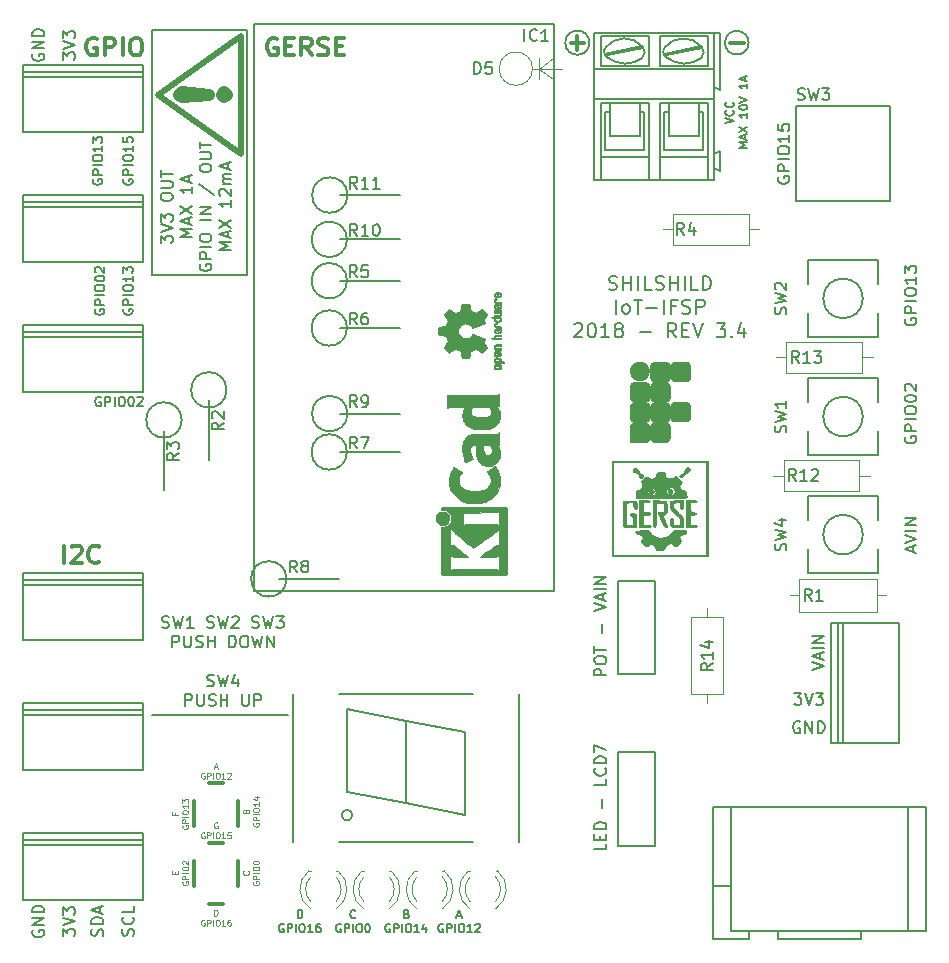
<source format=gbr>
G04 #@! TF.GenerationSoftware,KiCad,Pcbnew,5.0.0*
G04 #@! TF.CreationDate,2018-10-14T14:04:32-03:00*
G04 #@! TF.ProjectId,ShieldIoT-IFSP,536869656C64496F542D494653502E6B,3.4*
G04 #@! TF.SameCoordinates,Original*
G04 #@! TF.FileFunction,Legend,Top*
G04 #@! TF.FilePolarity,Positive*
%FSLAX46Y46*%
G04 Gerber Fmt 4.6, Leading zero omitted, Abs format (unit mm)*
G04 Created by KiCad (PCBNEW 5.0.0) date Sun Oct 14 14:04:32 2018*
%MOMM*%
%LPD*%
G01*
G04 APERTURE LIST*
%ADD10C,0.150000*%
%ADD11C,0.200000*%
%ADD12C,0.300000*%
%ADD13C,0.100000*%
%ADD14C,0.130000*%
%ADD15C,0.120000*%
%ADD16C,0.010000*%
%ADD17C,0.500000*%
%ADD18C,1.000000*%
G04 APERTURE END LIST*
D10*
X89416666Y-57678571D02*
X89416666Y-57202380D01*
X89702380Y-57773809D02*
X88702380Y-57440476D01*
X89702380Y-57107142D01*
X88702380Y-56916666D02*
X89702380Y-56583333D01*
X88702380Y-56250000D01*
X89702380Y-55916666D02*
X88702380Y-55916666D01*
X89702380Y-55440476D02*
X88702380Y-55440476D01*
X89702380Y-54869047D01*
X88702380Y-54869047D01*
D11*
X25000000Y-71500000D02*
X36500000Y-71500000D01*
X75500000Y-14600000D02*
G75*
G03X75500000Y-14600000I-1000000J0D01*
G01*
X62019804Y-14600000D02*
G75*
G03X62019804Y-14600000I-1019804J0D01*
G01*
D12*
X35571428Y-14250000D02*
X35428571Y-14178571D01*
X35214285Y-14178571D01*
X35000000Y-14250000D01*
X34857142Y-14392857D01*
X34785714Y-14535714D01*
X34714285Y-14821428D01*
X34714285Y-15035714D01*
X34785714Y-15321428D01*
X34857142Y-15464285D01*
X35000000Y-15607142D01*
X35214285Y-15678571D01*
X35357142Y-15678571D01*
X35571428Y-15607142D01*
X35642857Y-15535714D01*
X35642857Y-15035714D01*
X35357142Y-15035714D01*
X36285714Y-14892857D02*
X36785714Y-14892857D01*
X37000000Y-15678571D02*
X36285714Y-15678571D01*
X36285714Y-14178571D01*
X37000000Y-14178571D01*
X38500000Y-15678571D02*
X38000000Y-14964285D01*
X37642857Y-15678571D02*
X37642857Y-14178571D01*
X38214285Y-14178571D01*
X38357142Y-14250000D01*
X38428571Y-14321428D01*
X38500000Y-14464285D01*
X38500000Y-14678571D01*
X38428571Y-14821428D01*
X38357142Y-14892857D01*
X38214285Y-14964285D01*
X37642857Y-14964285D01*
X39071428Y-15607142D02*
X39285714Y-15678571D01*
X39642857Y-15678571D01*
X39785714Y-15607142D01*
X39857142Y-15535714D01*
X39928571Y-15392857D01*
X39928571Y-15250000D01*
X39857142Y-15107142D01*
X39785714Y-15035714D01*
X39642857Y-14964285D01*
X39357142Y-14892857D01*
X39214285Y-14821428D01*
X39142857Y-14750000D01*
X39071428Y-14607142D01*
X39071428Y-14464285D01*
X39142857Y-14321428D01*
X39214285Y-14250000D01*
X39357142Y-14178571D01*
X39714285Y-14178571D01*
X39928571Y-14250000D01*
X40571428Y-14892857D02*
X41071428Y-14892857D01*
X41285714Y-15678571D02*
X40571428Y-15678571D01*
X40571428Y-14178571D01*
X41285714Y-14178571D01*
D11*
X63685714Y-35485714D02*
X63857142Y-35542857D01*
X64142857Y-35542857D01*
X64257142Y-35485714D01*
X64314285Y-35428571D01*
X64371428Y-35314285D01*
X64371428Y-35200000D01*
X64314285Y-35085714D01*
X64257142Y-35028571D01*
X64142857Y-34971428D01*
X63914285Y-34914285D01*
X63800000Y-34857142D01*
X63742857Y-34800000D01*
X63685714Y-34685714D01*
X63685714Y-34571428D01*
X63742857Y-34457142D01*
X63800000Y-34400000D01*
X63914285Y-34342857D01*
X64200000Y-34342857D01*
X64371428Y-34400000D01*
X64885714Y-35542857D02*
X64885714Y-34342857D01*
X64885714Y-34914285D02*
X65571428Y-34914285D01*
X65571428Y-35542857D02*
X65571428Y-34342857D01*
X66142857Y-35542857D02*
X66142857Y-34342857D01*
X67285714Y-35542857D02*
X66714285Y-35542857D01*
X66714285Y-34342857D01*
X67628571Y-35485714D02*
X67800000Y-35542857D01*
X68085714Y-35542857D01*
X68200000Y-35485714D01*
X68257142Y-35428571D01*
X68314285Y-35314285D01*
X68314285Y-35200000D01*
X68257142Y-35085714D01*
X68200000Y-35028571D01*
X68085714Y-34971428D01*
X67857142Y-34914285D01*
X67742857Y-34857142D01*
X67685714Y-34800000D01*
X67628571Y-34685714D01*
X67628571Y-34571428D01*
X67685714Y-34457142D01*
X67742857Y-34400000D01*
X67857142Y-34342857D01*
X68142857Y-34342857D01*
X68314285Y-34400000D01*
X68828571Y-35542857D02*
X68828571Y-34342857D01*
X68828571Y-34914285D02*
X69514285Y-34914285D01*
X69514285Y-35542857D02*
X69514285Y-34342857D01*
X70085714Y-35542857D02*
X70085714Y-34342857D01*
X71228571Y-35542857D02*
X70657142Y-35542857D01*
X70657142Y-34342857D01*
X71628571Y-35542857D02*
X71628571Y-34342857D01*
X71914285Y-34342857D01*
X72085714Y-34400000D01*
X72200000Y-34514285D01*
X72257142Y-34628571D01*
X72314285Y-34857142D01*
X72314285Y-35028571D01*
X72257142Y-35257142D01*
X72200000Y-35371428D01*
X72085714Y-35485714D01*
X71914285Y-35542857D01*
X71628571Y-35542857D01*
X64285714Y-37542857D02*
X64285714Y-36342857D01*
X65028571Y-37542857D02*
X64914285Y-37485714D01*
X64857142Y-37428571D01*
X64800000Y-37314285D01*
X64800000Y-36971428D01*
X64857142Y-36857142D01*
X64914285Y-36800000D01*
X65028571Y-36742857D01*
X65200000Y-36742857D01*
X65314285Y-36800000D01*
X65371428Y-36857142D01*
X65428571Y-36971428D01*
X65428571Y-37314285D01*
X65371428Y-37428571D01*
X65314285Y-37485714D01*
X65200000Y-37542857D01*
X65028571Y-37542857D01*
X65771428Y-36342857D02*
X66457142Y-36342857D01*
X66114285Y-37542857D02*
X66114285Y-36342857D01*
X66857142Y-37085714D02*
X67771428Y-37085714D01*
X68342857Y-37542857D02*
X68342857Y-36342857D01*
X69314285Y-36914285D02*
X68914285Y-36914285D01*
X68914285Y-37542857D02*
X68914285Y-36342857D01*
X69485714Y-36342857D01*
X69885714Y-37485714D02*
X70057142Y-37542857D01*
X70342857Y-37542857D01*
X70457142Y-37485714D01*
X70514285Y-37428571D01*
X70571428Y-37314285D01*
X70571428Y-37200000D01*
X70514285Y-37085714D01*
X70457142Y-37028571D01*
X70342857Y-36971428D01*
X70114285Y-36914285D01*
X70000000Y-36857142D01*
X69942857Y-36800000D01*
X69885714Y-36685714D01*
X69885714Y-36571428D01*
X69942857Y-36457142D01*
X70000000Y-36400000D01*
X70114285Y-36342857D01*
X70400000Y-36342857D01*
X70571428Y-36400000D01*
X71085714Y-37542857D02*
X71085714Y-36342857D01*
X71542857Y-36342857D01*
X71657142Y-36400000D01*
X71714285Y-36457142D01*
X71771428Y-36571428D01*
X71771428Y-36742857D01*
X71714285Y-36857142D01*
X71657142Y-36914285D01*
X71542857Y-36971428D01*
X71085714Y-36971428D01*
X60742857Y-38457142D02*
X60800000Y-38400000D01*
X60914285Y-38342857D01*
X61200000Y-38342857D01*
X61314285Y-38400000D01*
X61371428Y-38457142D01*
X61428571Y-38571428D01*
X61428571Y-38685714D01*
X61371428Y-38857142D01*
X60685714Y-39542857D01*
X61428571Y-39542857D01*
X62171428Y-38342857D02*
X62285714Y-38342857D01*
X62400000Y-38400000D01*
X62457142Y-38457142D01*
X62514285Y-38571428D01*
X62571428Y-38800000D01*
X62571428Y-39085714D01*
X62514285Y-39314285D01*
X62457142Y-39428571D01*
X62400000Y-39485714D01*
X62285714Y-39542857D01*
X62171428Y-39542857D01*
X62057142Y-39485714D01*
X62000000Y-39428571D01*
X61942857Y-39314285D01*
X61885714Y-39085714D01*
X61885714Y-38800000D01*
X61942857Y-38571428D01*
X62000000Y-38457142D01*
X62057142Y-38400000D01*
X62171428Y-38342857D01*
X63714285Y-39542857D02*
X63028571Y-39542857D01*
X63371428Y-39542857D02*
X63371428Y-38342857D01*
X63257142Y-38514285D01*
X63142857Y-38628571D01*
X63028571Y-38685714D01*
X64400000Y-38857142D02*
X64285714Y-38800000D01*
X64228571Y-38742857D01*
X64171428Y-38628571D01*
X64171428Y-38571428D01*
X64228571Y-38457142D01*
X64285714Y-38400000D01*
X64400000Y-38342857D01*
X64628571Y-38342857D01*
X64742857Y-38400000D01*
X64800000Y-38457142D01*
X64857142Y-38571428D01*
X64857142Y-38628571D01*
X64800000Y-38742857D01*
X64742857Y-38800000D01*
X64628571Y-38857142D01*
X64400000Y-38857142D01*
X64285714Y-38914285D01*
X64228571Y-38971428D01*
X64171428Y-39085714D01*
X64171428Y-39314285D01*
X64228571Y-39428571D01*
X64285714Y-39485714D01*
X64400000Y-39542857D01*
X64628571Y-39542857D01*
X64742857Y-39485714D01*
X64800000Y-39428571D01*
X64857142Y-39314285D01*
X64857142Y-39085714D01*
X64800000Y-38971428D01*
X64742857Y-38914285D01*
X64628571Y-38857142D01*
X66285714Y-39085714D02*
X67200000Y-39085714D01*
X69371428Y-39542857D02*
X68971428Y-38971428D01*
X68685714Y-39542857D02*
X68685714Y-38342857D01*
X69142857Y-38342857D01*
X69257142Y-38400000D01*
X69314285Y-38457142D01*
X69371428Y-38571428D01*
X69371428Y-38742857D01*
X69314285Y-38857142D01*
X69257142Y-38914285D01*
X69142857Y-38971428D01*
X68685714Y-38971428D01*
X69885714Y-38914285D02*
X70285714Y-38914285D01*
X70457142Y-39542857D02*
X69885714Y-39542857D01*
X69885714Y-38342857D01*
X70457142Y-38342857D01*
X70800000Y-38342857D02*
X71200000Y-39542857D01*
X71600000Y-38342857D01*
X72800000Y-38342857D02*
X73542857Y-38342857D01*
X73142857Y-38800000D01*
X73314285Y-38800000D01*
X73428571Y-38857142D01*
X73485714Y-38914285D01*
X73542857Y-39028571D01*
X73542857Y-39314285D01*
X73485714Y-39428571D01*
X73428571Y-39485714D01*
X73314285Y-39542857D01*
X72971428Y-39542857D01*
X72857142Y-39485714D01*
X72800000Y-39428571D01*
X74057142Y-39428571D02*
X74114285Y-39485714D01*
X74057142Y-39542857D01*
X74000000Y-39485714D01*
X74057142Y-39428571D01*
X74057142Y-39542857D01*
X75142857Y-38742857D02*
X75142857Y-39542857D01*
X74857142Y-38285714D02*
X74571428Y-39142857D01*
X75314285Y-39142857D01*
D10*
X25857142Y-64104761D02*
X26000000Y-64152380D01*
X26238095Y-64152380D01*
X26333333Y-64104761D01*
X26380952Y-64057142D01*
X26428571Y-63961904D01*
X26428571Y-63866666D01*
X26380952Y-63771428D01*
X26333333Y-63723809D01*
X26238095Y-63676190D01*
X26047619Y-63628571D01*
X25952380Y-63580952D01*
X25904761Y-63533333D01*
X25857142Y-63438095D01*
X25857142Y-63342857D01*
X25904761Y-63247619D01*
X25952380Y-63200000D01*
X26047619Y-63152380D01*
X26285714Y-63152380D01*
X26428571Y-63200000D01*
X26761904Y-63152380D02*
X27000000Y-64152380D01*
X27190476Y-63438095D01*
X27380952Y-64152380D01*
X27619047Y-63152380D01*
X28523809Y-64152380D02*
X27952380Y-64152380D01*
X28238095Y-64152380D02*
X28238095Y-63152380D01*
X28142857Y-63295238D01*
X28047619Y-63390476D01*
X27952380Y-63438095D01*
X29666666Y-64104761D02*
X29809523Y-64152380D01*
X30047619Y-64152380D01*
X30142857Y-64104761D01*
X30190476Y-64057142D01*
X30238095Y-63961904D01*
X30238095Y-63866666D01*
X30190476Y-63771428D01*
X30142857Y-63723809D01*
X30047619Y-63676190D01*
X29857142Y-63628571D01*
X29761904Y-63580952D01*
X29714285Y-63533333D01*
X29666666Y-63438095D01*
X29666666Y-63342857D01*
X29714285Y-63247619D01*
X29761904Y-63200000D01*
X29857142Y-63152380D01*
X30095238Y-63152380D01*
X30238095Y-63200000D01*
X30571428Y-63152380D02*
X30809523Y-64152380D01*
X31000000Y-63438095D01*
X31190476Y-64152380D01*
X31428571Y-63152380D01*
X31761904Y-63247619D02*
X31809523Y-63200000D01*
X31904761Y-63152380D01*
X32142857Y-63152380D01*
X32238095Y-63200000D01*
X32285714Y-63247619D01*
X32333333Y-63342857D01*
X32333333Y-63438095D01*
X32285714Y-63580952D01*
X31714285Y-64152380D01*
X32333333Y-64152380D01*
X33476190Y-64104761D02*
X33619047Y-64152380D01*
X33857142Y-64152380D01*
X33952380Y-64104761D01*
X34000000Y-64057142D01*
X34047619Y-63961904D01*
X34047619Y-63866666D01*
X34000000Y-63771428D01*
X33952380Y-63723809D01*
X33857142Y-63676190D01*
X33666666Y-63628571D01*
X33571428Y-63580952D01*
X33523809Y-63533333D01*
X33476190Y-63438095D01*
X33476190Y-63342857D01*
X33523809Y-63247619D01*
X33571428Y-63200000D01*
X33666666Y-63152380D01*
X33904761Y-63152380D01*
X34047619Y-63200000D01*
X34380952Y-63152380D02*
X34619047Y-64152380D01*
X34809523Y-63438095D01*
X35000000Y-64152380D01*
X35238095Y-63152380D01*
X35523809Y-63152380D02*
X36142857Y-63152380D01*
X35809523Y-63533333D01*
X35952380Y-63533333D01*
X36047619Y-63580952D01*
X36095238Y-63628571D01*
X36142857Y-63723809D01*
X36142857Y-63961904D01*
X36095238Y-64057142D01*
X36047619Y-64104761D01*
X35952380Y-64152380D01*
X35666666Y-64152380D01*
X35571428Y-64104761D01*
X35523809Y-64057142D01*
X26714285Y-65802380D02*
X26714285Y-64802380D01*
X27095238Y-64802380D01*
X27190476Y-64850000D01*
X27238095Y-64897619D01*
X27285714Y-64992857D01*
X27285714Y-65135714D01*
X27238095Y-65230952D01*
X27190476Y-65278571D01*
X27095238Y-65326190D01*
X26714285Y-65326190D01*
X27714285Y-64802380D02*
X27714285Y-65611904D01*
X27761904Y-65707142D01*
X27809523Y-65754761D01*
X27904761Y-65802380D01*
X28095238Y-65802380D01*
X28190476Y-65754761D01*
X28238095Y-65707142D01*
X28285714Y-65611904D01*
X28285714Y-64802380D01*
X28714285Y-65754761D02*
X28857142Y-65802380D01*
X29095238Y-65802380D01*
X29190476Y-65754761D01*
X29238095Y-65707142D01*
X29285714Y-65611904D01*
X29285714Y-65516666D01*
X29238095Y-65421428D01*
X29190476Y-65373809D01*
X29095238Y-65326190D01*
X28904761Y-65278571D01*
X28809523Y-65230952D01*
X28761904Y-65183333D01*
X28714285Y-65088095D01*
X28714285Y-64992857D01*
X28761904Y-64897619D01*
X28809523Y-64850000D01*
X28904761Y-64802380D01*
X29142857Y-64802380D01*
X29285714Y-64850000D01*
X29714285Y-65802380D02*
X29714285Y-64802380D01*
X29714285Y-65278571D02*
X30285714Y-65278571D01*
X30285714Y-65802380D02*
X30285714Y-64802380D01*
X31523809Y-65802380D02*
X31523809Y-64802380D01*
X31761904Y-64802380D01*
X31904761Y-64850000D01*
X32000000Y-64945238D01*
X32047619Y-65040476D01*
X32095238Y-65230952D01*
X32095238Y-65373809D01*
X32047619Y-65564285D01*
X32000000Y-65659523D01*
X31904761Y-65754761D01*
X31761904Y-65802380D01*
X31523809Y-65802380D01*
X32714285Y-64802380D02*
X32904761Y-64802380D01*
X33000000Y-64850000D01*
X33095238Y-64945238D01*
X33142857Y-65135714D01*
X33142857Y-65469047D01*
X33095238Y-65659523D01*
X33000000Y-65754761D01*
X32904761Y-65802380D01*
X32714285Y-65802380D01*
X32619047Y-65754761D01*
X32523809Y-65659523D01*
X32476190Y-65469047D01*
X32476190Y-65135714D01*
X32523809Y-64945238D01*
X32619047Y-64850000D01*
X32714285Y-64802380D01*
X33476190Y-64802380D02*
X33714285Y-65802380D01*
X33904761Y-65088095D01*
X34095238Y-65802380D01*
X34333333Y-64802380D01*
X34714285Y-65802380D02*
X34714285Y-64802380D01*
X35285714Y-65802380D01*
X35285714Y-64802380D01*
X29666666Y-69054761D02*
X29809523Y-69102380D01*
X30047619Y-69102380D01*
X30142857Y-69054761D01*
X30190476Y-69007142D01*
X30238095Y-68911904D01*
X30238095Y-68816666D01*
X30190476Y-68721428D01*
X30142857Y-68673809D01*
X30047619Y-68626190D01*
X29857142Y-68578571D01*
X29761904Y-68530952D01*
X29714285Y-68483333D01*
X29666666Y-68388095D01*
X29666666Y-68292857D01*
X29714285Y-68197619D01*
X29761904Y-68150000D01*
X29857142Y-68102380D01*
X30095238Y-68102380D01*
X30238095Y-68150000D01*
X30571428Y-68102380D02*
X30809523Y-69102380D01*
X31000000Y-68388095D01*
X31190476Y-69102380D01*
X31428571Y-68102380D01*
X32238095Y-68435714D02*
X32238095Y-69102380D01*
X32000000Y-68054761D02*
X31761904Y-68769047D01*
X32380952Y-68769047D01*
X27809523Y-70752380D02*
X27809523Y-69752380D01*
X28190476Y-69752380D01*
X28285714Y-69800000D01*
X28333333Y-69847619D01*
X28380952Y-69942857D01*
X28380952Y-70085714D01*
X28333333Y-70180952D01*
X28285714Y-70228571D01*
X28190476Y-70276190D01*
X27809523Y-70276190D01*
X28809523Y-69752380D02*
X28809523Y-70561904D01*
X28857142Y-70657142D01*
X28904761Y-70704761D01*
X29000000Y-70752380D01*
X29190476Y-70752380D01*
X29285714Y-70704761D01*
X29333333Y-70657142D01*
X29380952Y-70561904D01*
X29380952Y-69752380D01*
X29809523Y-70704761D02*
X29952380Y-70752380D01*
X30190476Y-70752380D01*
X30285714Y-70704761D01*
X30333333Y-70657142D01*
X30380952Y-70561904D01*
X30380952Y-70466666D01*
X30333333Y-70371428D01*
X30285714Y-70323809D01*
X30190476Y-70276190D01*
X30000000Y-70228571D01*
X29904761Y-70180952D01*
X29857142Y-70133333D01*
X29809523Y-70038095D01*
X29809523Y-69942857D01*
X29857142Y-69847619D01*
X29904761Y-69800000D01*
X30000000Y-69752380D01*
X30238095Y-69752380D01*
X30380952Y-69800000D01*
X30809523Y-70752380D02*
X30809523Y-69752380D01*
X30809523Y-70228571D02*
X31380952Y-70228571D01*
X31380952Y-70752380D02*
X31380952Y-69752380D01*
X32619047Y-69752380D02*
X32619047Y-70561904D01*
X32666666Y-70657142D01*
X32714285Y-70704761D01*
X32809523Y-70752380D01*
X33000000Y-70752380D01*
X33095238Y-70704761D01*
X33142857Y-70657142D01*
X33190476Y-70561904D01*
X33190476Y-69752380D01*
X33666666Y-70752380D02*
X33666666Y-69752380D01*
X34047619Y-69752380D01*
X34142857Y-69800000D01*
X34190476Y-69847619D01*
X34238095Y-69942857D01*
X34238095Y-70085714D01*
X34190476Y-70180952D01*
X34142857Y-70228571D01*
X34047619Y-70276190D01*
X33666666Y-70276190D01*
D11*
X25000000Y-34250000D02*
X33000000Y-34250000D01*
X25000000Y-19000000D02*
X25000000Y-34250000D01*
X25000000Y-13500000D02*
X33000000Y-13500000D01*
X25000000Y-19000000D02*
X25000000Y-13500000D01*
X33000000Y-34250000D02*
X33000000Y-13500000D01*
D10*
X25727380Y-31547619D02*
X25727380Y-30928571D01*
X26108333Y-31261904D01*
X26108333Y-31119047D01*
X26155952Y-31023809D01*
X26203571Y-30976190D01*
X26298809Y-30928571D01*
X26536904Y-30928571D01*
X26632142Y-30976190D01*
X26679761Y-31023809D01*
X26727380Y-31119047D01*
X26727380Y-31404761D01*
X26679761Y-31500000D01*
X26632142Y-31547619D01*
X25727380Y-30642857D02*
X26727380Y-30309523D01*
X25727380Y-29976190D01*
X25727380Y-29738095D02*
X25727380Y-29119047D01*
X26108333Y-29452380D01*
X26108333Y-29309523D01*
X26155952Y-29214285D01*
X26203571Y-29166666D01*
X26298809Y-29119047D01*
X26536904Y-29119047D01*
X26632142Y-29166666D01*
X26679761Y-29214285D01*
X26727380Y-29309523D01*
X26727380Y-29595238D01*
X26679761Y-29690476D01*
X26632142Y-29738095D01*
X25727380Y-27738095D02*
X25727380Y-27547619D01*
X25775000Y-27452380D01*
X25870238Y-27357142D01*
X26060714Y-27309523D01*
X26394047Y-27309523D01*
X26584523Y-27357142D01*
X26679761Y-27452380D01*
X26727380Y-27547619D01*
X26727380Y-27738095D01*
X26679761Y-27833333D01*
X26584523Y-27928571D01*
X26394047Y-27976190D01*
X26060714Y-27976190D01*
X25870238Y-27928571D01*
X25775000Y-27833333D01*
X25727380Y-27738095D01*
X25727380Y-26880952D02*
X26536904Y-26880952D01*
X26632142Y-26833333D01*
X26679761Y-26785714D01*
X26727380Y-26690476D01*
X26727380Y-26500000D01*
X26679761Y-26404761D01*
X26632142Y-26357142D01*
X26536904Y-26309523D01*
X25727380Y-26309523D01*
X25727380Y-25976190D02*
X25727380Y-25404761D01*
X26727380Y-25690476D02*
X25727380Y-25690476D01*
X28377380Y-31023809D02*
X27377380Y-31023809D01*
X28091666Y-30690476D01*
X27377380Y-30357142D01*
X28377380Y-30357142D01*
X28091666Y-29928571D02*
X28091666Y-29452380D01*
X28377380Y-30023809D02*
X27377380Y-29690476D01*
X28377380Y-29357142D01*
X27377380Y-29119047D02*
X28377380Y-28452380D01*
X27377380Y-28452380D02*
X28377380Y-29119047D01*
X28377380Y-26785714D02*
X28377380Y-27357142D01*
X28377380Y-27071428D02*
X27377380Y-27071428D01*
X27520238Y-27166666D01*
X27615476Y-27261904D01*
X27663095Y-27357142D01*
X28091666Y-26404761D02*
X28091666Y-25928571D01*
X28377380Y-26500000D02*
X27377380Y-26166666D01*
X28377380Y-25833333D01*
X29075000Y-33357142D02*
X29027380Y-33452380D01*
X29027380Y-33595238D01*
X29075000Y-33738095D01*
X29170238Y-33833333D01*
X29265476Y-33880952D01*
X29455952Y-33928571D01*
X29598809Y-33928571D01*
X29789285Y-33880952D01*
X29884523Y-33833333D01*
X29979761Y-33738095D01*
X30027380Y-33595238D01*
X30027380Y-33500000D01*
X29979761Y-33357142D01*
X29932142Y-33309523D01*
X29598809Y-33309523D01*
X29598809Y-33500000D01*
X30027380Y-32880952D02*
X29027380Y-32880952D01*
X29027380Y-32500000D01*
X29075000Y-32404761D01*
X29122619Y-32357142D01*
X29217857Y-32309523D01*
X29360714Y-32309523D01*
X29455952Y-32357142D01*
X29503571Y-32404761D01*
X29551190Y-32500000D01*
X29551190Y-32880952D01*
X30027380Y-31880952D02*
X29027380Y-31880952D01*
X29027380Y-31214285D02*
X29027380Y-31023809D01*
X29075000Y-30928571D01*
X29170238Y-30833333D01*
X29360714Y-30785714D01*
X29694047Y-30785714D01*
X29884523Y-30833333D01*
X29979761Y-30928571D01*
X30027380Y-31023809D01*
X30027380Y-31214285D01*
X29979761Y-31309523D01*
X29884523Y-31404761D01*
X29694047Y-31452380D01*
X29360714Y-31452380D01*
X29170238Y-31404761D01*
X29075000Y-31309523D01*
X29027380Y-31214285D01*
X30027380Y-29595238D02*
X29027380Y-29595238D01*
X30027380Y-29119047D02*
X29027380Y-29119047D01*
X30027380Y-28547619D01*
X29027380Y-28547619D01*
X28979761Y-26595238D02*
X30265476Y-27452380D01*
X29027380Y-25309523D02*
X29027380Y-25119047D01*
X29075000Y-25023809D01*
X29170238Y-24928571D01*
X29360714Y-24880952D01*
X29694047Y-24880952D01*
X29884523Y-24928571D01*
X29979761Y-25023809D01*
X30027380Y-25119047D01*
X30027380Y-25309523D01*
X29979761Y-25404761D01*
X29884523Y-25500000D01*
X29694047Y-25547619D01*
X29360714Y-25547619D01*
X29170238Y-25500000D01*
X29075000Y-25404761D01*
X29027380Y-25309523D01*
X29027380Y-24452380D02*
X29836904Y-24452380D01*
X29932142Y-24404761D01*
X29979761Y-24357142D01*
X30027380Y-24261904D01*
X30027380Y-24071428D01*
X29979761Y-23976190D01*
X29932142Y-23928571D01*
X29836904Y-23880952D01*
X29027380Y-23880952D01*
X29027380Y-23547619D02*
X29027380Y-22976190D01*
X30027380Y-23261904D02*
X29027380Y-23261904D01*
X31677380Y-32166666D02*
X30677380Y-32166666D01*
X31391666Y-31833333D01*
X30677380Y-31500000D01*
X31677380Y-31500000D01*
X31391666Y-31071428D02*
X31391666Y-30595238D01*
X31677380Y-31166666D02*
X30677380Y-30833333D01*
X31677380Y-30500000D01*
X30677380Y-30261904D02*
X31677380Y-29595238D01*
X30677380Y-29595238D02*
X31677380Y-30261904D01*
X31677380Y-27928571D02*
X31677380Y-28500000D01*
X31677380Y-28214285D02*
X30677380Y-28214285D01*
X30820238Y-28309523D01*
X30915476Y-28404761D01*
X30963095Y-28500000D01*
X30772619Y-27547619D02*
X30725000Y-27500000D01*
X30677380Y-27404761D01*
X30677380Y-27166666D01*
X30725000Y-27071428D01*
X30772619Y-27023809D01*
X30867857Y-26976190D01*
X30963095Y-26976190D01*
X31105952Y-27023809D01*
X31677380Y-27595238D01*
X31677380Y-26976190D01*
X31677380Y-26547619D02*
X31010714Y-26547619D01*
X31105952Y-26547619D02*
X31058333Y-26500000D01*
X31010714Y-26404761D01*
X31010714Y-26261904D01*
X31058333Y-26166666D01*
X31153571Y-26119047D01*
X31677380Y-26119047D01*
X31153571Y-26119047D02*
X31058333Y-26071428D01*
X31010714Y-25976190D01*
X31010714Y-25833333D01*
X31058333Y-25738095D01*
X31153571Y-25690476D01*
X31677380Y-25690476D01*
X31391666Y-25261904D02*
X31391666Y-24785714D01*
X31677380Y-25357142D02*
X30677380Y-25023809D01*
X31677380Y-24690476D01*
D13*
X30530952Y-80625000D02*
X30483333Y-80601190D01*
X30411904Y-80601190D01*
X30340476Y-80625000D01*
X30292857Y-80672619D01*
X30269047Y-80720238D01*
X30245238Y-80815476D01*
X30245238Y-80886904D01*
X30269047Y-80982142D01*
X30292857Y-81029761D01*
X30340476Y-81077380D01*
X30411904Y-81101190D01*
X30459523Y-81101190D01*
X30530952Y-81077380D01*
X30554761Y-81053571D01*
X30554761Y-80886904D01*
X30459523Y-80886904D01*
X29423809Y-81475000D02*
X29376190Y-81451190D01*
X29304761Y-81451190D01*
X29233333Y-81475000D01*
X29185714Y-81522619D01*
X29161904Y-81570238D01*
X29138095Y-81665476D01*
X29138095Y-81736904D01*
X29161904Y-81832142D01*
X29185714Y-81879761D01*
X29233333Y-81927380D01*
X29304761Y-81951190D01*
X29352380Y-81951190D01*
X29423809Y-81927380D01*
X29447619Y-81903571D01*
X29447619Y-81736904D01*
X29352380Y-81736904D01*
X29661904Y-81951190D02*
X29661904Y-81451190D01*
X29852380Y-81451190D01*
X29900000Y-81475000D01*
X29923809Y-81498809D01*
X29947619Y-81546428D01*
X29947619Y-81617857D01*
X29923809Y-81665476D01*
X29900000Y-81689285D01*
X29852380Y-81713095D01*
X29661904Y-81713095D01*
X30161904Y-81951190D02*
X30161904Y-81451190D01*
X30495238Y-81451190D02*
X30590476Y-81451190D01*
X30638095Y-81475000D01*
X30685714Y-81522619D01*
X30709523Y-81617857D01*
X30709523Y-81784523D01*
X30685714Y-81879761D01*
X30638095Y-81927380D01*
X30590476Y-81951190D01*
X30495238Y-81951190D01*
X30447619Y-81927380D01*
X30400000Y-81879761D01*
X30376190Y-81784523D01*
X30376190Y-81617857D01*
X30400000Y-81522619D01*
X30447619Y-81475000D01*
X30495238Y-81451190D01*
X31185714Y-81951190D02*
X30900000Y-81951190D01*
X31042857Y-81951190D02*
X31042857Y-81451190D01*
X30995238Y-81522619D01*
X30947619Y-81570238D01*
X30900000Y-81594047D01*
X31638095Y-81451190D02*
X31400000Y-81451190D01*
X31376190Y-81689285D01*
X31400000Y-81665476D01*
X31447619Y-81641666D01*
X31566666Y-81641666D01*
X31614285Y-81665476D01*
X31638095Y-81689285D01*
X31661904Y-81736904D01*
X31661904Y-81855952D01*
X31638095Y-81903571D01*
X31614285Y-81927380D01*
X31566666Y-81951190D01*
X31447619Y-81951190D01*
X31400000Y-81927380D01*
X31376190Y-81903571D01*
X26939285Y-79828571D02*
X26939285Y-79995238D01*
X27201190Y-79995238D02*
X26701190Y-79995238D01*
X26701190Y-79757142D01*
X27575000Y-80876190D02*
X27551190Y-80923809D01*
X27551190Y-80995238D01*
X27575000Y-81066666D01*
X27622619Y-81114285D01*
X27670238Y-81138095D01*
X27765476Y-81161904D01*
X27836904Y-81161904D01*
X27932142Y-81138095D01*
X27979761Y-81114285D01*
X28027380Y-81066666D01*
X28051190Y-80995238D01*
X28051190Y-80947619D01*
X28027380Y-80876190D01*
X28003571Y-80852380D01*
X27836904Y-80852380D01*
X27836904Y-80947619D01*
X28051190Y-80638095D02*
X27551190Y-80638095D01*
X27551190Y-80447619D01*
X27575000Y-80400000D01*
X27598809Y-80376190D01*
X27646428Y-80352380D01*
X27717857Y-80352380D01*
X27765476Y-80376190D01*
X27789285Y-80400000D01*
X27813095Y-80447619D01*
X27813095Y-80638095D01*
X28051190Y-80138095D02*
X27551190Y-80138095D01*
X27551190Y-79804761D02*
X27551190Y-79709523D01*
X27575000Y-79661904D01*
X27622619Y-79614285D01*
X27717857Y-79590476D01*
X27884523Y-79590476D01*
X27979761Y-79614285D01*
X28027380Y-79661904D01*
X28051190Y-79709523D01*
X28051190Y-79804761D01*
X28027380Y-79852380D01*
X27979761Y-79900000D01*
X27884523Y-79923809D01*
X27717857Y-79923809D01*
X27622619Y-79900000D01*
X27575000Y-79852380D01*
X27551190Y-79804761D01*
X28051190Y-79114285D02*
X28051190Y-79400000D01*
X28051190Y-79257142D02*
X27551190Y-79257142D01*
X27622619Y-79304761D01*
X27670238Y-79352380D01*
X27694047Y-79400000D01*
X27551190Y-78947619D02*
X27551190Y-78638095D01*
X27741666Y-78804761D01*
X27741666Y-78733333D01*
X27765476Y-78685714D01*
X27789285Y-78661904D01*
X27836904Y-78638095D01*
X27955952Y-78638095D01*
X28003571Y-78661904D01*
X28027380Y-78685714D01*
X28051190Y-78733333D01*
X28051190Y-78876190D01*
X28027380Y-78923809D01*
X28003571Y-78947619D01*
X26939285Y-85007142D02*
X26939285Y-84840476D01*
X27201190Y-84769047D02*
X27201190Y-85007142D01*
X26701190Y-85007142D01*
X26701190Y-84769047D01*
X27575000Y-85638095D02*
X27551190Y-85685714D01*
X27551190Y-85757142D01*
X27575000Y-85828571D01*
X27622619Y-85876190D01*
X27670238Y-85900000D01*
X27765476Y-85923809D01*
X27836904Y-85923809D01*
X27932142Y-85900000D01*
X27979761Y-85876190D01*
X28027380Y-85828571D01*
X28051190Y-85757142D01*
X28051190Y-85709523D01*
X28027380Y-85638095D01*
X28003571Y-85614285D01*
X27836904Y-85614285D01*
X27836904Y-85709523D01*
X28051190Y-85400000D02*
X27551190Y-85400000D01*
X27551190Y-85209523D01*
X27575000Y-85161904D01*
X27598809Y-85138095D01*
X27646428Y-85114285D01*
X27717857Y-85114285D01*
X27765476Y-85138095D01*
X27789285Y-85161904D01*
X27813095Y-85209523D01*
X27813095Y-85400000D01*
X28051190Y-84900000D02*
X27551190Y-84900000D01*
X27551190Y-84566666D02*
X27551190Y-84471428D01*
X27575000Y-84423809D01*
X27622619Y-84376190D01*
X27717857Y-84352380D01*
X27884523Y-84352380D01*
X27979761Y-84376190D01*
X28027380Y-84423809D01*
X28051190Y-84471428D01*
X28051190Y-84566666D01*
X28027380Y-84614285D01*
X27979761Y-84661904D01*
X27884523Y-84685714D01*
X27717857Y-84685714D01*
X27622619Y-84661904D01*
X27575000Y-84614285D01*
X27551190Y-84566666D01*
X27598809Y-84161904D02*
X27575000Y-84138095D01*
X27551190Y-84090476D01*
X27551190Y-83971428D01*
X27575000Y-83923809D01*
X27598809Y-83900000D01*
X27646428Y-83876190D01*
X27694047Y-83876190D01*
X27765476Y-83900000D01*
X28051190Y-84185714D01*
X28051190Y-83876190D01*
X30269047Y-88501190D02*
X30269047Y-88001190D01*
X30388095Y-88001190D01*
X30459523Y-88025000D01*
X30507142Y-88072619D01*
X30530952Y-88120238D01*
X30554761Y-88215476D01*
X30554761Y-88286904D01*
X30530952Y-88382142D01*
X30507142Y-88429761D01*
X30459523Y-88477380D01*
X30388095Y-88501190D01*
X30269047Y-88501190D01*
X29423809Y-88875000D02*
X29376190Y-88851190D01*
X29304761Y-88851190D01*
X29233333Y-88875000D01*
X29185714Y-88922619D01*
X29161904Y-88970238D01*
X29138095Y-89065476D01*
X29138095Y-89136904D01*
X29161904Y-89232142D01*
X29185714Y-89279761D01*
X29233333Y-89327380D01*
X29304761Y-89351190D01*
X29352380Y-89351190D01*
X29423809Y-89327380D01*
X29447619Y-89303571D01*
X29447619Y-89136904D01*
X29352380Y-89136904D01*
X29661904Y-89351190D02*
X29661904Y-88851190D01*
X29852380Y-88851190D01*
X29900000Y-88875000D01*
X29923809Y-88898809D01*
X29947619Y-88946428D01*
X29947619Y-89017857D01*
X29923809Y-89065476D01*
X29900000Y-89089285D01*
X29852380Y-89113095D01*
X29661904Y-89113095D01*
X30161904Y-89351190D02*
X30161904Y-88851190D01*
X30495238Y-88851190D02*
X30590476Y-88851190D01*
X30638095Y-88875000D01*
X30685714Y-88922619D01*
X30709523Y-89017857D01*
X30709523Y-89184523D01*
X30685714Y-89279761D01*
X30638095Y-89327380D01*
X30590476Y-89351190D01*
X30495238Y-89351190D01*
X30447619Y-89327380D01*
X30400000Y-89279761D01*
X30376190Y-89184523D01*
X30376190Y-89017857D01*
X30400000Y-88922619D01*
X30447619Y-88875000D01*
X30495238Y-88851190D01*
X31185714Y-89351190D02*
X30900000Y-89351190D01*
X31042857Y-89351190D02*
X31042857Y-88851190D01*
X30995238Y-88922619D01*
X30947619Y-88970238D01*
X30900000Y-88994047D01*
X31614285Y-88851190D02*
X31519047Y-88851190D01*
X31471428Y-88875000D01*
X31447619Y-88898809D01*
X31400000Y-88970238D01*
X31376190Y-89065476D01*
X31376190Y-89255952D01*
X31400000Y-89303571D01*
X31423809Y-89327380D01*
X31471428Y-89351190D01*
X31566666Y-89351190D01*
X31614285Y-89327380D01*
X31638095Y-89303571D01*
X31661904Y-89255952D01*
X31661904Y-89136904D01*
X31638095Y-89089285D01*
X31614285Y-89065476D01*
X31566666Y-89041666D01*
X31471428Y-89041666D01*
X31423809Y-89065476D01*
X31400000Y-89089285D01*
X31376190Y-89136904D01*
X33153571Y-84745238D02*
X33177380Y-84769047D01*
X33201190Y-84840476D01*
X33201190Y-84888095D01*
X33177380Y-84959523D01*
X33129761Y-85007142D01*
X33082142Y-85030952D01*
X32986904Y-85054761D01*
X32915476Y-85054761D01*
X32820238Y-85030952D01*
X32772619Y-85007142D01*
X32725000Y-84959523D01*
X32701190Y-84888095D01*
X32701190Y-84840476D01*
X32725000Y-84769047D01*
X32748809Y-84745238D01*
X33575000Y-85638095D02*
X33551190Y-85685714D01*
X33551190Y-85757142D01*
X33575000Y-85828571D01*
X33622619Y-85876190D01*
X33670238Y-85900000D01*
X33765476Y-85923809D01*
X33836904Y-85923809D01*
X33932142Y-85900000D01*
X33979761Y-85876190D01*
X34027380Y-85828571D01*
X34051190Y-85757142D01*
X34051190Y-85709523D01*
X34027380Y-85638095D01*
X34003571Y-85614285D01*
X33836904Y-85614285D01*
X33836904Y-85709523D01*
X34051190Y-85400000D02*
X33551190Y-85400000D01*
X33551190Y-85209523D01*
X33575000Y-85161904D01*
X33598809Y-85138095D01*
X33646428Y-85114285D01*
X33717857Y-85114285D01*
X33765476Y-85138095D01*
X33789285Y-85161904D01*
X33813095Y-85209523D01*
X33813095Y-85400000D01*
X34051190Y-84900000D02*
X33551190Y-84900000D01*
X33551190Y-84566666D02*
X33551190Y-84471428D01*
X33575000Y-84423809D01*
X33622619Y-84376190D01*
X33717857Y-84352380D01*
X33884523Y-84352380D01*
X33979761Y-84376190D01*
X34027380Y-84423809D01*
X34051190Y-84471428D01*
X34051190Y-84566666D01*
X34027380Y-84614285D01*
X33979761Y-84661904D01*
X33884523Y-84685714D01*
X33717857Y-84685714D01*
X33622619Y-84661904D01*
X33575000Y-84614285D01*
X33551190Y-84566666D01*
X33551190Y-84042857D02*
X33551190Y-83995238D01*
X33575000Y-83947619D01*
X33598809Y-83923809D01*
X33646428Y-83900000D01*
X33741666Y-83876190D01*
X33860714Y-83876190D01*
X33955952Y-83900000D01*
X34003571Y-83923809D01*
X34027380Y-83947619D01*
X34051190Y-83995238D01*
X34051190Y-84042857D01*
X34027380Y-84090476D01*
X34003571Y-84114285D01*
X33955952Y-84138095D01*
X33860714Y-84161904D01*
X33741666Y-84161904D01*
X33646428Y-84138095D01*
X33598809Y-84114285D01*
X33575000Y-84090476D01*
X33551190Y-84042857D01*
X32939285Y-79664285D02*
X32963095Y-79592857D01*
X32986904Y-79569047D01*
X33034523Y-79545238D01*
X33105952Y-79545238D01*
X33153571Y-79569047D01*
X33177380Y-79592857D01*
X33201190Y-79640476D01*
X33201190Y-79830952D01*
X32701190Y-79830952D01*
X32701190Y-79664285D01*
X32725000Y-79616666D01*
X32748809Y-79592857D01*
X32796428Y-79569047D01*
X32844047Y-79569047D01*
X32891666Y-79592857D01*
X32915476Y-79616666D01*
X32939285Y-79664285D01*
X32939285Y-79830952D01*
X33575000Y-80676190D02*
X33551190Y-80723809D01*
X33551190Y-80795238D01*
X33575000Y-80866666D01*
X33622619Y-80914285D01*
X33670238Y-80938095D01*
X33765476Y-80961904D01*
X33836904Y-80961904D01*
X33932142Y-80938095D01*
X33979761Y-80914285D01*
X34027380Y-80866666D01*
X34051190Y-80795238D01*
X34051190Y-80747619D01*
X34027380Y-80676190D01*
X34003571Y-80652380D01*
X33836904Y-80652380D01*
X33836904Y-80747619D01*
X34051190Y-80438095D02*
X33551190Y-80438095D01*
X33551190Y-80247619D01*
X33575000Y-80200000D01*
X33598809Y-80176190D01*
X33646428Y-80152380D01*
X33717857Y-80152380D01*
X33765476Y-80176190D01*
X33789285Y-80200000D01*
X33813095Y-80247619D01*
X33813095Y-80438095D01*
X34051190Y-79938095D02*
X33551190Y-79938095D01*
X33551190Y-79604761D02*
X33551190Y-79509523D01*
X33575000Y-79461904D01*
X33622619Y-79414285D01*
X33717857Y-79390476D01*
X33884523Y-79390476D01*
X33979761Y-79414285D01*
X34027380Y-79461904D01*
X34051190Y-79509523D01*
X34051190Y-79604761D01*
X34027380Y-79652380D01*
X33979761Y-79700000D01*
X33884523Y-79723809D01*
X33717857Y-79723809D01*
X33622619Y-79700000D01*
X33575000Y-79652380D01*
X33551190Y-79604761D01*
X34051190Y-78914285D02*
X34051190Y-79200000D01*
X34051190Y-79057142D02*
X33551190Y-79057142D01*
X33622619Y-79104761D01*
X33670238Y-79152380D01*
X33694047Y-79200000D01*
X33717857Y-78485714D02*
X34051190Y-78485714D01*
X33527380Y-78604761D02*
X33884523Y-78723809D01*
X33884523Y-78414285D01*
X30280952Y-75908333D02*
X30519047Y-75908333D01*
X30233333Y-76051190D02*
X30400000Y-75551190D01*
X30566666Y-76051190D01*
X29423809Y-76425000D02*
X29376190Y-76401190D01*
X29304761Y-76401190D01*
X29233333Y-76425000D01*
X29185714Y-76472619D01*
X29161904Y-76520238D01*
X29138095Y-76615476D01*
X29138095Y-76686904D01*
X29161904Y-76782142D01*
X29185714Y-76829761D01*
X29233333Y-76877380D01*
X29304761Y-76901190D01*
X29352380Y-76901190D01*
X29423809Y-76877380D01*
X29447619Y-76853571D01*
X29447619Y-76686904D01*
X29352380Y-76686904D01*
X29661904Y-76901190D02*
X29661904Y-76401190D01*
X29852380Y-76401190D01*
X29900000Y-76425000D01*
X29923809Y-76448809D01*
X29947619Y-76496428D01*
X29947619Y-76567857D01*
X29923809Y-76615476D01*
X29900000Y-76639285D01*
X29852380Y-76663095D01*
X29661904Y-76663095D01*
X30161904Y-76901190D02*
X30161904Y-76401190D01*
X30495238Y-76401190D02*
X30590476Y-76401190D01*
X30638095Y-76425000D01*
X30685714Y-76472619D01*
X30709523Y-76567857D01*
X30709523Y-76734523D01*
X30685714Y-76829761D01*
X30638095Y-76877380D01*
X30590476Y-76901190D01*
X30495238Y-76901190D01*
X30447619Y-76877380D01*
X30400000Y-76829761D01*
X30376190Y-76734523D01*
X30376190Y-76567857D01*
X30400000Y-76472619D01*
X30447619Y-76425000D01*
X30495238Y-76401190D01*
X31185714Y-76901190D02*
X30900000Y-76901190D01*
X31042857Y-76901190D02*
X31042857Y-76401190D01*
X30995238Y-76472619D01*
X30947619Y-76520238D01*
X30900000Y-76544047D01*
X31376190Y-76448809D02*
X31400000Y-76425000D01*
X31447619Y-76401190D01*
X31566666Y-76401190D01*
X31614285Y-76425000D01*
X31638095Y-76448809D01*
X31661904Y-76496428D01*
X31661904Y-76544047D01*
X31638095Y-76615476D01*
X31352380Y-76901190D01*
X31661904Y-76901190D01*
D12*
X30971428Y-87492857D02*
X29828571Y-87492857D01*
X32257142Y-83871428D02*
X32257142Y-86014285D01*
X28542857Y-83871428D02*
X28542857Y-86014285D01*
X30971428Y-82392857D02*
X29828571Y-82392857D01*
X32257142Y-78771428D02*
X32257142Y-80914285D01*
X28542857Y-78771428D02*
X28542857Y-80914285D01*
X30971428Y-77292857D02*
X29828571Y-77292857D01*
D11*
X33600000Y-13000000D02*
X33700000Y-13000000D01*
X59000000Y-13000000D02*
X33600000Y-13000000D01*
X59000000Y-61000000D02*
X59000000Y-13000000D01*
X33600000Y-61000000D02*
X59000000Y-61000000D01*
X33600000Y-13000000D02*
X33600000Y-61000000D01*
D14*
X73526666Y-21433333D02*
X74226666Y-21200000D01*
X73526666Y-20966666D01*
X74160000Y-20333333D02*
X74193333Y-20366666D01*
X74226666Y-20466666D01*
X74226666Y-20533333D01*
X74193333Y-20633333D01*
X74126666Y-20700000D01*
X74060000Y-20733333D01*
X73926666Y-20766666D01*
X73826666Y-20766666D01*
X73693333Y-20733333D01*
X73626666Y-20700000D01*
X73560000Y-20633333D01*
X73526666Y-20533333D01*
X73526666Y-20466666D01*
X73560000Y-20366666D01*
X73593333Y-20333333D01*
X74160000Y-19633333D02*
X74193333Y-19666666D01*
X74226666Y-19766666D01*
X74226666Y-19833333D01*
X74193333Y-19933333D01*
X74126666Y-20000000D01*
X74060000Y-20033333D01*
X73926666Y-20066666D01*
X73826666Y-20066666D01*
X73693333Y-20033333D01*
X73626666Y-20000000D01*
X73560000Y-19933333D01*
X73526666Y-19833333D01*
X73526666Y-19766666D01*
X73560000Y-19666666D01*
X73593333Y-19633333D01*
X75406666Y-23500000D02*
X74706666Y-23500000D01*
X75206666Y-23266666D01*
X74706666Y-23033333D01*
X75406666Y-23033333D01*
X75206666Y-22733333D02*
X75206666Y-22400000D01*
X75406666Y-22800000D02*
X74706666Y-22566666D01*
X75406666Y-22333333D01*
X74706666Y-22166666D02*
X75406666Y-21700000D01*
X74706666Y-21700000D02*
X75406666Y-22166666D01*
X75406666Y-20533333D02*
X75406666Y-20933333D01*
X75406666Y-20733333D02*
X74706666Y-20733333D01*
X74806666Y-20800000D01*
X74873333Y-20866666D01*
X74906666Y-20933333D01*
X74706666Y-20100000D02*
X74706666Y-20033333D01*
X74740000Y-19966666D01*
X74773333Y-19933333D01*
X74840000Y-19900000D01*
X74973333Y-19866666D01*
X75140000Y-19866666D01*
X75273333Y-19900000D01*
X75340000Y-19933333D01*
X75373333Y-19966666D01*
X75406666Y-20033333D01*
X75406666Y-20100000D01*
X75373333Y-20166666D01*
X75340000Y-20200000D01*
X75273333Y-20233333D01*
X75140000Y-20266666D01*
X74973333Y-20266666D01*
X74840000Y-20233333D01*
X74773333Y-20200000D01*
X74740000Y-20166666D01*
X74706666Y-20100000D01*
X74706666Y-19666666D02*
X75406666Y-19433333D01*
X74706666Y-19200000D01*
X75406666Y-18066666D02*
X75406666Y-18466666D01*
X75406666Y-18266666D02*
X74706666Y-18266666D01*
X74806666Y-18333333D01*
X74873333Y-18400000D01*
X74906666Y-18466666D01*
X75206666Y-17800000D02*
X75206666Y-17466666D01*
X75406666Y-17866666D02*
X74706666Y-17633333D01*
X75406666Y-17400000D01*
D12*
X60428571Y-14607142D02*
X61571428Y-14607142D01*
X61000000Y-15178571D02*
X61000000Y-14035714D01*
X73928571Y-14607142D02*
X75071428Y-14607142D01*
X20300000Y-14250000D02*
X20157142Y-14178571D01*
X19942857Y-14178571D01*
X19728571Y-14250000D01*
X19585714Y-14392857D01*
X19514285Y-14535714D01*
X19442857Y-14821428D01*
X19442857Y-15035714D01*
X19514285Y-15321428D01*
X19585714Y-15464285D01*
X19728571Y-15607142D01*
X19942857Y-15678571D01*
X20085714Y-15678571D01*
X20300000Y-15607142D01*
X20371428Y-15535714D01*
X20371428Y-15035714D01*
X20085714Y-15035714D01*
X21014285Y-15678571D02*
X21014285Y-14178571D01*
X21585714Y-14178571D01*
X21728571Y-14250000D01*
X21800000Y-14321428D01*
X21871428Y-14464285D01*
X21871428Y-14678571D01*
X21800000Y-14821428D01*
X21728571Y-14892857D01*
X21585714Y-14964285D01*
X21014285Y-14964285D01*
X22514285Y-15678571D02*
X22514285Y-14178571D01*
X23514285Y-14178571D02*
X23800000Y-14178571D01*
X23942857Y-14250000D01*
X24085714Y-14392857D01*
X24157142Y-14678571D01*
X24157142Y-15178571D01*
X24085714Y-15464285D01*
X23942857Y-15607142D01*
X23800000Y-15678571D01*
X23514285Y-15678571D01*
X23371428Y-15607142D01*
X23228571Y-15464285D01*
X23157142Y-15178571D01*
X23157142Y-14678571D01*
X23228571Y-14392857D01*
X23371428Y-14250000D01*
X23514285Y-14178571D01*
X17535714Y-58678571D02*
X17535714Y-57178571D01*
X18178571Y-57321428D02*
X18250000Y-57250000D01*
X18392857Y-57178571D01*
X18750000Y-57178571D01*
X18892857Y-57250000D01*
X18964285Y-57321428D01*
X19035714Y-57464285D01*
X19035714Y-57607142D01*
X18964285Y-57821428D01*
X18107142Y-58678571D01*
X19035714Y-58678571D01*
X20535714Y-58535714D02*
X20464285Y-58607142D01*
X20250000Y-58678571D01*
X20107142Y-58678571D01*
X19892857Y-58607142D01*
X19750000Y-58464285D01*
X19678571Y-58321428D01*
X19607142Y-58035714D01*
X19607142Y-57821428D01*
X19678571Y-57535714D01*
X19750000Y-57392857D01*
X19892857Y-57250000D01*
X20107142Y-57178571D01*
X20250000Y-57178571D01*
X20464285Y-57250000D01*
X20535714Y-57321428D01*
D10*
X78000000Y-25952380D02*
X77952380Y-26047619D01*
X77952380Y-26190476D01*
X78000000Y-26333333D01*
X78095238Y-26428571D01*
X78190476Y-26476190D01*
X78380952Y-26523809D01*
X78523809Y-26523809D01*
X78714285Y-26476190D01*
X78809523Y-26428571D01*
X78904761Y-26333333D01*
X78952380Y-26190476D01*
X78952380Y-26095238D01*
X78904761Y-25952380D01*
X78857142Y-25904761D01*
X78523809Y-25904761D01*
X78523809Y-26095238D01*
X78952380Y-25476190D02*
X77952380Y-25476190D01*
X77952380Y-25095238D01*
X78000000Y-25000000D01*
X78047619Y-24952380D01*
X78142857Y-24904761D01*
X78285714Y-24904761D01*
X78380952Y-24952380D01*
X78428571Y-25000000D01*
X78476190Y-25095238D01*
X78476190Y-25476190D01*
X78952380Y-24476190D02*
X77952380Y-24476190D01*
X77952380Y-23809523D02*
X77952380Y-23619047D01*
X78000000Y-23523809D01*
X78095238Y-23428571D01*
X78285714Y-23380952D01*
X78619047Y-23380952D01*
X78809523Y-23428571D01*
X78904761Y-23523809D01*
X78952380Y-23619047D01*
X78952380Y-23809523D01*
X78904761Y-23904761D01*
X78809523Y-24000000D01*
X78619047Y-24047619D01*
X78285714Y-24047619D01*
X78095238Y-24000000D01*
X78000000Y-23904761D01*
X77952380Y-23809523D01*
X78952380Y-22428571D02*
X78952380Y-23000000D01*
X78952380Y-22714285D02*
X77952380Y-22714285D01*
X78095238Y-22809523D01*
X78190476Y-22904761D01*
X78238095Y-23000000D01*
X77952380Y-21523809D02*
X77952380Y-22000000D01*
X78428571Y-22047619D01*
X78380952Y-22000000D01*
X78333333Y-21904761D01*
X78333333Y-21666666D01*
X78380952Y-21571428D01*
X78428571Y-21523809D01*
X78523809Y-21476190D01*
X78761904Y-21476190D01*
X78857142Y-21523809D01*
X78904761Y-21571428D01*
X78952380Y-21666666D01*
X78952380Y-21904761D01*
X78904761Y-22000000D01*
X78857142Y-22047619D01*
X88750000Y-37952380D02*
X88702380Y-38047619D01*
X88702380Y-38190476D01*
X88750000Y-38333333D01*
X88845238Y-38428571D01*
X88940476Y-38476190D01*
X89130952Y-38523809D01*
X89273809Y-38523809D01*
X89464285Y-38476190D01*
X89559523Y-38428571D01*
X89654761Y-38333333D01*
X89702380Y-38190476D01*
X89702380Y-38095238D01*
X89654761Y-37952380D01*
X89607142Y-37904761D01*
X89273809Y-37904761D01*
X89273809Y-38095238D01*
X89702380Y-37476190D02*
X88702380Y-37476190D01*
X88702380Y-37095238D01*
X88750000Y-37000000D01*
X88797619Y-36952380D01*
X88892857Y-36904761D01*
X89035714Y-36904761D01*
X89130952Y-36952380D01*
X89178571Y-37000000D01*
X89226190Y-37095238D01*
X89226190Y-37476190D01*
X89702380Y-36476190D02*
X88702380Y-36476190D01*
X88702380Y-35809523D02*
X88702380Y-35619047D01*
X88750000Y-35523809D01*
X88845238Y-35428571D01*
X89035714Y-35380952D01*
X89369047Y-35380952D01*
X89559523Y-35428571D01*
X89654761Y-35523809D01*
X89702380Y-35619047D01*
X89702380Y-35809523D01*
X89654761Y-35904761D01*
X89559523Y-36000000D01*
X89369047Y-36047619D01*
X89035714Y-36047619D01*
X88845238Y-36000000D01*
X88750000Y-35904761D01*
X88702380Y-35809523D01*
X89702380Y-34428571D02*
X89702380Y-35000000D01*
X89702380Y-34714285D02*
X88702380Y-34714285D01*
X88845238Y-34809523D01*
X88940476Y-34904761D01*
X88988095Y-35000000D01*
X88702380Y-34095238D02*
X88702380Y-33476190D01*
X89083333Y-33809523D01*
X89083333Y-33666666D01*
X89130952Y-33571428D01*
X89178571Y-33523809D01*
X89273809Y-33476190D01*
X89511904Y-33476190D01*
X89607142Y-33523809D01*
X89654761Y-33571428D01*
X89702380Y-33666666D01*
X89702380Y-33952380D01*
X89654761Y-34047619D01*
X89607142Y-34095238D01*
X88750000Y-47952380D02*
X88702380Y-48047619D01*
X88702380Y-48190476D01*
X88750000Y-48333333D01*
X88845238Y-48428571D01*
X88940476Y-48476190D01*
X89130952Y-48523809D01*
X89273809Y-48523809D01*
X89464285Y-48476190D01*
X89559523Y-48428571D01*
X89654761Y-48333333D01*
X89702380Y-48190476D01*
X89702380Y-48095238D01*
X89654761Y-47952380D01*
X89607142Y-47904761D01*
X89273809Y-47904761D01*
X89273809Y-48095238D01*
X89702380Y-47476190D02*
X88702380Y-47476190D01*
X88702380Y-47095238D01*
X88750000Y-47000000D01*
X88797619Y-46952380D01*
X88892857Y-46904761D01*
X89035714Y-46904761D01*
X89130952Y-46952380D01*
X89178571Y-47000000D01*
X89226190Y-47095238D01*
X89226190Y-47476190D01*
X89702380Y-46476190D02*
X88702380Y-46476190D01*
X88702380Y-45809523D02*
X88702380Y-45619047D01*
X88750000Y-45523809D01*
X88845238Y-45428571D01*
X89035714Y-45380952D01*
X89369047Y-45380952D01*
X89559523Y-45428571D01*
X89654761Y-45523809D01*
X89702380Y-45619047D01*
X89702380Y-45809523D01*
X89654761Y-45904761D01*
X89559523Y-46000000D01*
X89369047Y-46047619D01*
X89035714Y-46047619D01*
X88845238Y-46000000D01*
X88750000Y-45904761D01*
X88702380Y-45809523D01*
X88702380Y-44761904D02*
X88702380Y-44666666D01*
X88750000Y-44571428D01*
X88797619Y-44523809D01*
X88892857Y-44476190D01*
X89083333Y-44428571D01*
X89321428Y-44428571D01*
X89511904Y-44476190D01*
X89607142Y-44523809D01*
X89654761Y-44571428D01*
X89702380Y-44666666D01*
X89702380Y-44761904D01*
X89654761Y-44857142D01*
X89607142Y-44904761D01*
X89511904Y-44952380D01*
X89321428Y-45000000D01*
X89083333Y-45000000D01*
X88892857Y-44952380D01*
X88797619Y-44904761D01*
X88750000Y-44857142D01*
X88702380Y-44761904D01*
X88797619Y-44047619D02*
X88750000Y-44000000D01*
X88702380Y-43904761D01*
X88702380Y-43666666D01*
X88750000Y-43571428D01*
X88797619Y-43523809D01*
X88892857Y-43476190D01*
X88988095Y-43476190D01*
X89130952Y-43523809D01*
X89702380Y-44095238D01*
X89702380Y-43476190D01*
X79838095Y-72100000D02*
X79742857Y-72052380D01*
X79600000Y-72052380D01*
X79457142Y-72100000D01*
X79361904Y-72195238D01*
X79314285Y-72290476D01*
X79266666Y-72480952D01*
X79266666Y-72623809D01*
X79314285Y-72814285D01*
X79361904Y-72909523D01*
X79457142Y-73004761D01*
X79600000Y-73052380D01*
X79695238Y-73052380D01*
X79838095Y-73004761D01*
X79885714Y-72957142D01*
X79885714Y-72623809D01*
X79695238Y-72623809D01*
X80314285Y-73052380D02*
X80314285Y-72052380D01*
X80885714Y-73052380D01*
X80885714Y-72052380D01*
X81361904Y-73052380D02*
X81361904Y-72052380D01*
X81600000Y-72052380D01*
X81742857Y-72100000D01*
X81838095Y-72195238D01*
X81885714Y-72290476D01*
X81933333Y-72480952D01*
X81933333Y-72623809D01*
X81885714Y-72814285D01*
X81838095Y-72909523D01*
X81742857Y-73004761D01*
X81600000Y-73052380D01*
X81361904Y-73052380D01*
X79361904Y-69652380D02*
X79980952Y-69652380D01*
X79647619Y-70033333D01*
X79790476Y-70033333D01*
X79885714Y-70080952D01*
X79933333Y-70128571D01*
X79980952Y-70223809D01*
X79980952Y-70461904D01*
X79933333Y-70557142D01*
X79885714Y-70604761D01*
X79790476Y-70652380D01*
X79504761Y-70652380D01*
X79409523Y-70604761D01*
X79361904Y-70557142D01*
X80266666Y-69652380D02*
X80600000Y-70652380D01*
X80933333Y-69652380D01*
X81171428Y-69652380D02*
X81790476Y-69652380D01*
X81457142Y-70033333D01*
X81600000Y-70033333D01*
X81695238Y-70080952D01*
X81742857Y-70128571D01*
X81790476Y-70223809D01*
X81790476Y-70461904D01*
X81742857Y-70557142D01*
X81695238Y-70604761D01*
X81600000Y-70652380D01*
X81314285Y-70652380D01*
X81219047Y-70604761D01*
X81171428Y-70557142D01*
X80852380Y-67723809D02*
X81852380Y-67390476D01*
X80852380Y-67057142D01*
X81566666Y-66771428D02*
X81566666Y-66295238D01*
X81852380Y-66866666D02*
X80852380Y-66533333D01*
X81852380Y-66200000D01*
X81852380Y-65866666D02*
X80852380Y-65866666D01*
X81852380Y-65390476D02*
X80852380Y-65390476D01*
X81852380Y-64819047D01*
X80852380Y-64819047D01*
X20638095Y-44600000D02*
X20561904Y-44561904D01*
X20447619Y-44561904D01*
X20333333Y-44600000D01*
X20257142Y-44676190D01*
X20219047Y-44752380D01*
X20180952Y-44904761D01*
X20180952Y-45019047D01*
X20219047Y-45171428D01*
X20257142Y-45247619D01*
X20333333Y-45323809D01*
X20447619Y-45361904D01*
X20523809Y-45361904D01*
X20638095Y-45323809D01*
X20676190Y-45285714D01*
X20676190Y-45019047D01*
X20523809Y-45019047D01*
X21019047Y-45361904D02*
X21019047Y-44561904D01*
X21323809Y-44561904D01*
X21400000Y-44600000D01*
X21438095Y-44638095D01*
X21476190Y-44714285D01*
X21476190Y-44828571D01*
X21438095Y-44904761D01*
X21400000Y-44942857D01*
X21323809Y-44980952D01*
X21019047Y-44980952D01*
X21819047Y-45361904D02*
X21819047Y-44561904D01*
X22352380Y-44561904D02*
X22504761Y-44561904D01*
X22580952Y-44600000D01*
X22657142Y-44676190D01*
X22695238Y-44828571D01*
X22695238Y-45095238D01*
X22657142Y-45247619D01*
X22580952Y-45323809D01*
X22504761Y-45361904D01*
X22352380Y-45361904D01*
X22276190Y-45323809D01*
X22200000Y-45247619D01*
X22161904Y-45095238D01*
X22161904Y-44828571D01*
X22200000Y-44676190D01*
X22276190Y-44600000D01*
X22352380Y-44561904D01*
X23190476Y-44561904D02*
X23266666Y-44561904D01*
X23342857Y-44600000D01*
X23380952Y-44638095D01*
X23419047Y-44714285D01*
X23457142Y-44866666D01*
X23457142Y-45057142D01*
X23419047Y-45209523D01*
X23380952Y-45285714D01*
X23342857Y-45323809D01*
X23266666Y-45361904D01*
X23190476Y-45361904D01*
X23114285Y-45323809D01*
X23076190Y-45285714D01*
X23038095Y-45209523D01*
X23000000Y-45057142D01*
X23000000Y-44866666D01*
X23038095Y-44714285D01*
X23076190Y-44638095D01*
X23114285Y-44600000D01*
X23190476Y-44561904D01*
X23761904Y-44638095D02*
X23800000Y-44600000D01*
X23876190Y-44561904D01*
X24066666Y-44561904D01*
X24142857Y-44600000D01*
X24180952Y-44638095D01*
X24219047Y-44714285D01*
X24219047Y-44790476D01*
X24180952Y-44904761D01*
X23723809Y-45361904D01*
X24219047Y-45361904D01*
X22600000Y-37161904D02*
X22561904Y-37238095D01*
X22561904Y-37352380D01*
X22600000Y-37466666D01*
X22676190Y-37542857D01*
X22752380Y-37580952D01*
X22904761Y-37619047D01*
X23019047Y-37619047D01*
X23171428Y-37580952D01*
X23247619Y-37542857D01*
X23323809Y-37466666D01*
X23361904Y-37352380D01*
X23361904Y-37276190D01*
X23323809Y-37161904D01*
X23285714Y-37123809D01*
X23019047Y-37123809D01*
X23019047Y-37276190D01*
X23361904Y-36780952D02*
X22561904Y-36780952D01*
X22561904Y-36476190D01*
X22600000Y-36400000D01*
X22638095Y-36361904D01*
X22714285Y-36323809D01*
X22828571Y-36323809D01*
X22904761Y-36361904D01*
X22942857Y-36400000D01*
X22980952Y-36476190D01*
X22980952Y-36780952D01*
X23361904Y-35980952D02*
X22561904Y-35980952D01*
X22561904Y-35447619D02*
X22561904Y-35295238D01*
X22600000Y-35219047D01*
X22676190Y-35142857D01*
X22828571Y-35104761D01*
X23095238Y-35104761D01*
X23247619Y-35142857D01*
X23323809Y-35219047D01*
X23361904Y-35295238D01*
X23361904Y-35447619D01*
X23323809Y-35523809D01*
X23247619Y-35600000D01*
X23095238Y-35638095D01*
X22828571Y-35638095D01*
X22676190Y-35600000D01*
X22600000Y-35523809D01*
X22561904Y-35447619D01*
X23361904Y-34342857D02*
X23361904Y-34800000D01*
X23361904Y-34571428D02*
X22561904Y-34571428D01*
X22676190Y-34647619D01*
X22752380Y-34723809D01*
X22790476Y-34800000D01*
X22561904Y-34076190D02*
X22561904Y-33580952D01*
X22866666Y-33847619D01*
X22866666Y-33733333D01*
X22904761Y-33657142D01*
X22942857Y-33619047D01*
X23019047Y-33580952D01*
X23209523Y-33580952D01*
X23285714Y-33619047D01*
X23323809Y-33657142D01*
X23361904Y-33733333D01*
X23361904Y-33961904D01*
X23323809Y-34038095D01*
X23285714Y-34076190D01*
X20200000Y-37161904D02*
X20161904Y-37238095D01*
X20161904Y-37352380D01*
X20200000Y-37466666D01*
X20276190Y-37542857D01*
X20352380Y-37580952D01*
X20504761Y-37619047D01*
X20619047Y-37619047D01*
X20771428Y-37580952D01*
X20847619Y-37542857D01*
X20923809Y-37466666D01*
X20961904Y-37352380D01*
X20961904Y-37276190D01*
X20923809Y-37161904D01*
X20885714Y-37123809D01*
X20619047Y-37123809D01*
X20619047Y-37276190D01*
X20961904Y-36780952D02*
X20161904Y-36780952D01*
X20161904Y-36476190D01*
X20200000Y-36400000D01*
X20238095Y-36361904D01*
X20314285Y-36323809D01*
X20428571Y-36323809D01*
X20504761Y-36361904D01*
X20542857Y-36400000D01*
X20580952Y-36476190D01*
X20580952Y-36780952D01*
X20961904Y-35980952D02*
X20161904Y-35980952D01*
X20161904Y-35447619D02*
X20161904Y-35295238D01*
X20200000Y-35219047D01*
X20276190Y-35142857D01*
X20428571Y-35104761D01*
X20695238Y-35104761D01*
X20847619Y-35142857D01*
X20923809Y-35219047D01*
X20961904Y-35295238D01*
X20961904Y-35447619D01*
X20923809Y-35523809D01*
X20847619Y-35600000D01*
X20695238Y-35638095D01*
X20428571Y-35638095D01*
X20276190Y-35600000D01*
X20200000Y-35523809D01*
X20161904Y-35447619D01*
X20161904Y-34609523D02*
X20161904Y-34533333D01*
X20200000Y-34457142D01*
X20238095Y-34419047D01*
X20314285Y-34380952D01*
X20466666Y-34342857D01*
X20657142Y-34342857D01*
X20809523Y-34380952D01*
X20885714Y-34419047D01*
X20923809Y-34457142D01*
X20961904Y-34533333D01*
X20961904Y-34609523D01*
X20923809Y-34685714D01*
X20885714Y-34723809D01*
X20809523Y-34761904D01*
X20657142Y-34800000D01*
X20466666Y-34800000D01*
X20314285Y-34761904D01*
X20238095Y-34723809D01*
X20200000Y-34685714D01*
X20161904Y-34609523D01*
X20238095Y-34038095D02*
X20200000Y-34000000D01*
X20161904Y-33923809D01*
X20161904Y-33733333D01*
X20200000Y-33657142D01*
X20238095Y-33619047D01*
X20314285Y-33580952D01*
X20390476Y-33580952D01*
X20504761Y-33619047D01*
X20961904Y-34076190D01*
X20961904Y-33580952D01*
X22600000Y-26161904D02*
X22561904Y-26238095D01*
X22561904Y-26352380D01*
X22600000Y-26466666D01*
X22676190Y-26542857D01*
X22752380Y-26580952D01*
X22904761Y-26619047D01*
X23019047Y-26619047D01*
X23171428Y-26580952D01*
X23247619Y-26542857D01*
X23323809Y-26466666D01*
X23361904Y-26352380D01*
X23361904Y-26276190D01*
X23323809Y-26161904D01*
X23285714Y-26123809D01*
X23019047Y-26123809D01*
X23019047Y-26276190D01*
X23361904Y-25780952D02*
X22561904Y-25780952D01*
X22561904Y-25476190D01*
X22600000Y-25400000D01*
X22638095Y-25361904D01*
X22714285Y-25323809D01*
X22828571Y-25323809D01*
X22904761Y-25361904D01*
X22942857Y-25400000D01*
X22980952Y-25476190D01*
X22980952Y-25780952D01*
X23361904Y-24980952D02*
X22561904Y-24980952D01*
X22561904Y-24447619D02*
X22561904Y-24295238D01*
X22600000Y-24219047D01*
X22676190Y-24142857D01*
X22828571Y-24104761D01*
X23095238Y-24104761D01*
X23247619Y-24142857D01*
X23323809Y-24219047D01*
X23361904Y-24295238D01*
X23361904Y-24447619D01*
X23323809Y-24523809D01*
X23247619Y-24600000D01*
X23095238Y-24638095D01*
X22828571Y-24638095D01*
X22676190Y-24600000D01*
X22600000Y-24523809D01*
X22561904Y-24447619D01*
X23361904Y-23342857D02*
X23361904Y-23800000D01*
X23361904Y-23571428D02*
X22561904Y-23571428D01*
X22676190Y-23647619D01*
X22752380Y-23723809D01*
X22790476Y-23800000D01*
X22561904Y-22619047D02*
X22561904Y-23000000D01*
X22942857Y-23038095D01*
X22904761Y-23000000D01*
X22866666Y-22923809D01*
X22866666Y-22733333D01*
X22904761Y-22657142D01*
X22942857Y-22619047D01*
X23019047Y-22580952D01*
X23209523Y-22580952D01*
X23285714Y-22619047D01*
X23323809Y-22657142D01*
X23361904Y-22733333D01*
X23361904Y-22923809D01*
X23323809Y-23000000D01*
X23285714Y-23038095D01*
X20000000Y-26161904D02*
X19961904Y-26238095D01*
X19961904Y-26352380D01*
X20000000Y-26466666D01*
X20076190Y-26542857D01*
X20152380Y-26580952D01*
X20304761Y-26619047D01*
X20419047Y-26619047D01*
X20571428Y-26580952D01*
X20647619Y-26542857D01*
X20723809Y-26466666D01*
X20761904Y-26352380D01*
X20761904Y-26276190D01*
X20723809Y-26161904D01*
X20685714Y-26123809D01*
X20419047Y-26123809D01*
X20419047Y-26276190D01*
X20761904Y-25780952D02*
X19961904Y-25780952D01*
X19961904Y-25476190D01*
X20000000Y-25400000D01*
X20038095Y-25361904D01*
X20114285Y-25323809D01*
X20228571Y-25323809D01*
X20304761Y-25361904D01*
X20342857Y-25400000D01*
X20380952Y-25476190D01*
X20380952Y-25780952D01*
X20761904Y-24980952D02*
X19961904Y-24980952D01*
X19961904Y-24447619D02*
X19961904Y-24295238D01*
X20000000Y-24219047D01*
X20076190Y-24142857D01*
X20228571Y-24104761D01*
X20495238Y-24104761D01*
X20647619Y-24142857D01*
X20723809Y-24219047D01*
X20761904Y-24295238D01*
X20761904Y-24447619D01*
X20723809Y-24523809D01*
X20647619Y-24600000D01*
X20495238Y-24638095D01*
X20228571Y-24638095D01*
X20076190Y-24600000D01*
X20000000Y-24523809D01*
X19961904Y-24447619D01*
X20761904Y-23342857D02*
X20761904Y-23800000D01*
X20761904Y-23571428D02*
X19961904Y-23571428D01*
X20076190Y-23647619D01*
X20152380Y-23723809D01*
X20190476Y-23800000D01*
X19961904Y-23076190D02*
X19961904Y-22580952D01*
X20266666Y-22847619D01*
X20266666Y-22733333D01*
X20304761Y-22657142D01*
X20342857Y-22619047D01*
X20419047Y-22580952D01*
X20609523Y-22580952D01*
X20685714Y-22619047D01*
X20723809Y-22657142D01*
X20761904Y-22733333D01*
X20761904Y-22961904D01*
X20723809Y-23038095D01*
X20685714Y-23076190D01*
X17452380Y-16038095D02*
X17452380Y-15419047D01*
X17833333Y-15752380D01*
X17833333Y-15609523D01*
X17880952Y-15514285D01*
X17928571Y-15466666D01*
X18023809Y-15419047D01*
X18261904Y-15419047D01*
X18357142Y-15466666D01*
X18404761Y-15514285D01*
X18452380Y-15609523D01*
X18452380Y-15895238D01*
X18404761Y-15990476D01*
X18357142Y-16038095D01*
X17452380Y-15133333D02*
X18452380Y-14800000D01*
X17452380Y-14466666D01*
X17452380Y-14228571D02*
X17452380Y-13609523D01*
X17833333Y-13942857D01*
X17833333Y-13800000D01*
X17880952Y-13704761D01*
X17928571Y-13657142D01*
X18023809Y-13609523D01*
X18261904Y-13609523D01*
X18357142Y-13657142D01*
X18404761Y-13704761D01*
X18452380Y-13800000D01*
X18452380Y-14085714D01*
X18404761Y-14180952D01*
X18357142Y-14228571D01*
X14900000Y-15561904D02*
X14852380Y-15657142D01*
X14852380Y-15800000D01*
X14900000Y-15942857D01*
X14995238Y-16038095D01*
X15090476Y-16085714D01*
X15280952Y-16133333D01*
X15423809Y-16133333D01*
X15614285Y-16085714D01*
X15709523Y-16038095D01*
X15804761Y-15942857D01*
X15852380Y-15800000D01*
X15852380Y-15704761D01*
X15804761Y-15561904D01*
X15757142Y-15514285D01*
X15423809Y-15514285D01*
X15423809Y-15704761D01*
X15852380Y-15085714D02*
X14852380Y-15085714D01*
X15852380Y-14514285D01*
X14852380Y-14514285D01*
X15852380Y-14038095D02*
X14852380Y-14038095D01*
X14852380Y-13800000D01*
X14900000Y-13657142D01*
X14995238Y-13561904D01*
X15090476Y-13514285D01*
X15280952Y-13466666D01*
X15423809Y-13466666D01*
X15614285Y-13514285D01*
X15709523Y-13561904D01*
X15804761Y-13657142D01*
X15852380Y-13800000D01*
X15852380Y-14038095D01*
X23404761Y-90190476D02*
X23452380Y-90047619D01*
X23452380Y-89809523D01*
X23404761Y-89714285D01*
X23357142Y-89666666D01*
X23261904Y-89619047D01*
X23166666Y-89619047D01*
X23071428Y-89666666D01*
X23023809Y-89714285D01*
X22976190Y-89809523D01*
X22928571Y-90000000D01*
X22880952Y-90095238D01*
X22833333Y-90142857D01*
X22738095Y-90190476D01*
X22642857Y-90190476D01*
X22547619Y-90142857D01*
X22500000Y-90095238D01*
X22452380Y-90000000D01*
X22452380Y-89761904D01*
X22500000Y-89619047D01*
X23357142Y-88619047D02*
X23404761Y-88666666D01*
X23452380Y-88809523D01*
X23452380Y-88904761D01*
X23404761Y-89047619D01*
X23309523Y-89142857D01*
X23214285Y-89190476D01*
X23023809Y-89238095D01*
X22880952Y-89238095D01*
X22690476Y-89190476D01*
X22595238Y-89142857D01*
X22500000Y-89047619D01*
X22452380Y-88904761D01*
X22452380Y-88809523D01*
X22500000Y-88666666D01*
X22547619Y-88619047D01*
X23452380Y-87714285D02*
X23452380Y-88190476D01*
X22452380Y-88190476D01*
X20804761Y-90214285D02*
X20852380Y-90071428D01*
X20852380Y-89833333D01*
X20804761Y-89738095D01*
X20757142Y-89690476D01*
X20661904Y-89642857D01*
X20566666Y-89642857D01*
X20471428Y-89690476D01*
X20423809Y-89738095D01*
X20376190Y-89833333D01*
X20328571Y-90023809D01*
X20280952Y-90119047D01*
X20233333Y-90166666D01*
X20138095Y-90214285D01*
X20042857Y-90214285D01*
X19947619Y-90166666D01*
X19900000Y-90119047D01*
X19852380Y-90023809D01*
X19852380Y-89785714D01*
X19900000Y-89642857D01*
X20852380Y-89214285D02*
X19852380Y-89214285D01*
X19852380Y-88976190D01*
X19900000Y-88833333D01*
X19995238Y-88738095D01*
X20090476Y-88690476D01*
X20280952Y-88642857D01*
X20423809Y-88642857D01*
X20614285Y-88690476D01*
X20709523Y-88738095D01*
X20804761Y-88833333D01*
X20852380Y-88976190D01*
X20852380Y-89214285D01*
X20566666Y-88261904D02*
X20566666Y-87785714D01*
X20852380Y-88357142D02*
X19852380Y-88023809D01*
X20852380Y-87690476D01*
X17452380Y-90238095D02*
X17452380Y-89619047D01*
X17833333Y-89952380D01*
X17833333Y-89809523D01*
X17880952Y-89714285D01*
X17928571Y-89666666D01*
X18023809Y-89619047D01*
X18261904Y-89619047D01*
X18357142Y-89666666D01*
X18404761Y-89714285D01*
X18452380Y-89809523D01*
X18452380Y-90095238D01*
X18404761Y-90190476D01*
X18357142Y-90238095D01*
X17452380Y-89333333D02*
X18452380Y-89000000D01*
X17452380Y-88666666D01*
X17452380Y-88428571D02*
X17452380Y-87809523D01*
X17833333Y-88142857D01*
X17833333Y-88000000D01*
X17880952Y-87904761D01*
X17928571Y-87857142D01*
X18023809Y-87809523D01*
X18261904Y-87809523D01*
X18357142Y-87857142D01*
X18404761Y-87904761D01*
X18452380Y-88000000D01*
X18452380Y-88285714D01*
X18404761Y-88380952D01*
X18357142Y-88428571D01*
X14900000Y-89761904D02*
X14852380Y-89857142D01*
X14852380Y-90000000D01*
X14900000Y-90142857D01*
X14995238Y-90238095D01*
X15090476Y-90285714D01*
X15280952Y-90333333D01*
X15423809Y-90333333D01*
X15614285Y-90285714D01*
X15709523Y-90238095D01*
X15804761Y-90142857D01*
X15852380Y-90000000D01*
X15852380Y-89904761D01*
X15804761Y-89761904D01*
X15757142Y-89714285D01*
X15423809Y-89714285D01*
X15423809Y-89904761D01*
X15852380Y-89285714D02*
X14852380Y-89285714D01*
X15852380Y-88714285D01*
X14852380Y-88714285D01*
X15852380Y-88238095D02*
X14852380Y-88238095D01*
X14852380Y-88000000D01*
X14900000Y-87857142D01*
X14995238Y-87761904D01*
X15090476Y-87714285D01*
X15280952Y-87666666D01*
X15423809Y-87666666D01*
X15614285Y-87714285D01*
X15709523Y-87761904D01*
X15804761Y-87857142D01*
X15852380Y-88000000D01*
X15852380Y-88238095D01*
X63452380Y-82404761D02*
X63452380Y-82880952D01*
X62452380Y-82880952D01*
X62928571Y-82071428D02*
X62928571Y-81738095D01*
X63452380Y-81595238D02*
X63452380Y-82071428D01*
X62452380Y-82071428D01*
X62452380Y-81595238D01*
X63452380Y-81166666D02*
X62452380Y-81166666D01*
X62452380Y-80928571D01*
X62500000Y-80785714D01*
X62595238Y-80690476D01*
X62690476Y-80642857D01*
X62880952Y-80595238D01*
X63023809Y-80595238D01*
X63214285Y-80642857D01*
X63309523Y-80690476D01*
X63404761Y-80785714D01*
X63452380Y-80928571D01*
X63452380Y-81166666D01*
X63071428Y-79404761D02*
X63071428Y-78642857D01*
X63452380Y-76928571D02*
X63452380Y-77404761D01*
X62452380Y-77404761D01*
X63357142Y-76023809D02*
X63404761Y-76071428D01*
X63452380Y-76214285D01*
X63452380Y-76309523D01*
X63404761Y-76452380D01*
X63309523Y-76547619D01*
X63214285Y-76595238D01*
X63023809Y-76642857D01*
X62880952Y-76642857D01*
X62690476Y-76595238D01*
X62595238Y-76547619D01*
X62500000Y-76452380D01*
X62452380Y-76309523D01*
X62452380Y-76214285D01*
X62500000Y-76071428D01*
X62547619Y-76023809D01*
X63452380Y-75595238D02*
X62452380Y-75595238D01*
X62452380Y-75357142D01*
X62500000Y-75214285D01*
X62595238Y-75119047D01*
X62690476Y-75071428D01*
X62880952Y-75023809D01*
X63023809Y-75023809D01*
X63214285Y-75071428D01*
X63309523Y-75119047D01*
X63404761Y-75214285D01*
X63452380Y-75357142D01*
X63452380Y-75595238D01*
X62452380Y-74690476D02*
X62452380Y-74023809D01*
X63452380Y-74452380D01*
D14*
X50833333Y-88526666D02*
X51166666Y-88526666D01*
X50766666Y-88726666D02*
X51000000Y-88026666D01*
X51233333Y-88726666D01*
X49633333Y-89240000D02*
X49566666Y-89206666D01*
X49466666Y-89206666D01*
X49366666Y-89240000D01*
X49300000Y-89306666D01*
X49266666Y-89373333D01*
X49233333Y-89506666D01*
X49233333Y-89606666D01*
X49266666Y-89740000D01*
X49300000Y-89806666D01*
X49366666Y-89873333D01*
X49466666Y-89906666D01*
X49533333Y-89906666D01*
X49633333Y-89873333D01*
X49666666Y-89840000D01*
X49666666Y-89606666D01*
X49533333Y-89606666D01*
X49966666Y-89906666D02*
X49966666Y-89206666D01*
X50233333Y-89206666D01*
X50300000Y-89240000D01*
X50333333Y-89273333D01*
X50366666Y-89340000D01*
X50366666Y-89440000D01*
X50333333Y-89506666D01*
X50300000Y-89540000D01*
X50233333Y-89573333D01*
X49966666Y-89573333D01*
X50666666Y-89906666D02*
X50666666Y-89206666D01*
X51133333Y-89206666D02*
X51266666Y-89206666D01*
X51333333Y-89240000D01*
X51400000Y-89306666D01*
X51433333Y-89440000D01*
X51433333Y-89673333D01*
X51400000Y-89806666D01*
X51333333Y-89873333D01*
X51266666Y-89906666D01*
X51133333Y-89906666D01*
X51066666Y-89873333D01*
X51000000Y-89806666D01*
X50966666Y-89673333D01*
X50966666Y-89440000D01*
X51000000Y-89306666D01*
X51066666Y-89240000D01*
X51133333Y-89206666D01*
X52100000Y-89906666D02*
X51700000Y-89906666D01*
X51900000Y-89906666D02*
X51900000Y-89206666D01*
X51833333Y-89306666D01*
X51766666Y-89373333D01*
X51700000Y-89406666D01*
X52366666Y-89273333D02*
X52400000Y-89240000D01*
X52466666Y-89206666D01*
X52633333Y-89206666D01*
X52700000Y-89240000D01*
X52733333Y-89273333D01*
X52766666Y-89340000D01*
X52766666Y-89406666D01*
X52733333Y-89506666D01*
X52333333Y-89906666D01*
X52766666Y-89906666D01*
X46550000Y-88360000D02*
X46650000Y-88393333D01*
X46683333Y-88426666D01*
X46716666Y-88493333D01*
X46716666Y-88593333D01*
X46683333Y-88660000D01*
X46650000Y-88693333D01*
X46583333Y-88726666D01*
X46316666Y-88726666D01*
X46316666Y-88026666D01*
X46550000Y-88026666D01*
X46616666Y-88060000D01*
X46650000Y-88093333D01*
X46683333Y-88160000D01*
X46683333Y-88226666D01*
X46650000Y-88293333D01*
X46616666Y-88326666D01*
X46550000Y-88360000D01*
X46316666Y-88360000D01*
X45133333Y-89240000D02*
X45066666Y-89206666D01*
X44966666Y-89206666D01*
X44866666Y-89240000D01*
X44800000Y-89306666D01*
X44766666Y-89373333D01*
X44733333Y-89506666D01*
X44733333Y-89606666D01*
X44766666Y-89740000D01*
X44800000Y-89806666D01*
X44866666Y-89873333D01*
X44966666Y-89906666D01*
X45033333Y-89906666D01*
X45133333Y-89873333D01*
X45166666Y-89840000D01*
X45166666Y-89606666D01*
X45033333Y-89606666D01*
X45466666Y-89906666D02*
X45466666Y-89206666D01*
X45733333Y-89206666D01*
X45800000Y-89240000D01*
X45833333Y-89273333D01*
X45866666Y-89340000D01*
X45866666Y-89440000D01*
X45833333Y-89506666D01*
X45800000Y-89540000D01*
X45733333Y-89573333D01*
X45466666Y-89573333D01*
X46166666Y-89906666D02*
X46166666Y-89206666D01*
X46633333Y-89206666D02*
X46766666Y-89206666D01*
X46833333Y-89240000D01*
X46900000Y-89306666D01*
X46933333Y-89440000D01*
X46933333Y-89673333D01*
X46900000Y-89806666D01*
X46833333Y-89873333D01*
X46766666Y-89906666D01*
X46633333Y-89906666D01*
X46566666Y-89873333D01*
X46500000Y-89806666D01*
X46466666Y-89673333D01*
X46466666Y-89440000D01*
X46500000Y-89306666D01*
X46566666Y-89240000D01*
X46633333Y-89206666D01*
X47600000Y-89906666D02*
X47200000Y-89906666D01*
X47400000Y-89906666D02*
X47400000Y-89206666D01*
X47333333Y-89306666D01*
X47266666Y-89373333D01*
X47200000Y-89406666D01*
X48200000Y-89440000D02*
X48200000Y-89906666D01*
X48033333Y-89173333D02*
X47866666Y-89673333D01*
X48300000Y-89673333D01*
X42216666Y-88660000D02*
X42183333Y-88693333D01*
X42083333Y-88726666D01*
X42016666Y-88726666D01*
X41916666Y-88693333D01*
X41850000Y-88626666D01*
X41816666Y-88560000D01*
X41783333Y-88426666D01*
X41783333Y-88326666D01*
X41816666Y-88193333D01*
X41850000Y-88126666D01*
X41916666Y-88060000D01*
X42016666Y-88026666D01*
X42083333Y-88026666D01*
X42183333Y-88060000D01*
X42216666Y-88093333D01*
X40966666Y-89240000D02*
X40900000Y-89206666D01*
X40800000Y-89206666D01*
X40700000Y-89240000D01*
X40633333Y-89306666D01*
X40600000Y-89373333D01*
X40566666Y-89506666D01*
X40566666Y-89606666D01*
X40600000Y-89740000D01*
X40633333Y-89806666D01*
X40700000Y-89873333D01*
X40800000Y-89906666D01*
X40866666Y-89906666D01*
X40966666Y-89873333D01*
X41000000Y-89840000D01*
X41000000Y-89606666D01*
X40866666Y-89606666D01*
X41300000Y-89906666D02*
X41300000Y-89206666D01*
X41566666Y-89206666D01*
X41633333Y-89240000D01*
X41666666Y-89273333D01*
X41700000Y-89340000D01*
X41700000Y-89440000D01*
X41666666Y-89506666D01*
X41633333Y-89540000D01*
X41566666Y-89573333D01*
X41300000Y-89573333D01*
X42000000Y-89906666D02*
X42000000Y-89206666D01*
X42466666Y-89206666D02*
X42600000Y-89206666D01*
X42666666Y-89240000D01*
X42733333Y-89306666D01*
X42766666Y-89440000D01*
X42766666Y-89673333D01*
X42733333Y-89806666D01*
X42666666Y-89873333D01*
X42600000Y-89906666D01*
X42466666Y-89906666D01*
X42400000Y-89873333D01*
X42333333Y-89806666D01*
X42300000Y-89673333D01*
X42300000Y-89440000D01*
X42333333Y-89306666D01*
X42400000Y-89240000D01*
X42466666Y-89206666D01*
X43200000Y-89206666D02*
X43266666Y-89206666D01*
X43333333Y-89240000D01*
X43366666Y-89273333D01*
X43400000Y-89340000D01*
X43433333Y-89473333D01*
X43433333Y-89640000D01*
X43400000Y-89773333D01*
X43366666Y-89840000D01*
X43333333Y-89873333D01*
X43266666Y-89906666D01*
X43200000Y-89906666D01*
X43133333Y-89873333D01*
X43100000Y-89840000D01*
X43066666Y-89773333D01*
X43033333Y-89640000D01*
X43033333Y-89473333D01*
X43066666Y-89340000D01*
X43100000Y-89273333D01*
X43133333Y-89240000D01*
X43200000Y-89206666D01*
X37316666Y-88726666D02*
X37316666Y-88026666D01*
X37483333Y-88026666D01*
X37583333Y-88060000D01*
X37650000Y-88126666D01*
X37683333Y-88193333D01*
X37716666Y-88326666D01*
X37716666Y-88426666D01*
X37683333Y-88560000D01*
X37650000Y-88626666D01*
X37583333Y-88693333D01*
X37483333Y-88726666D01*
X37316666Y-88726666D01*
X36133333Y-89240000D02*
X36066666Y-89206666D01*
X35966666Y-89206666D01*
X35866666Y-89240000D01*
X35800000Y-89306666D01*
X35766666Y-89373333D01*
X35733333Y-89506666D01*
X35733333Y-89606666D01*
X35766666Y-89740000D01*
X35800000Y-89806666D01*
X35866666Y-89873333D01*
X35966666Y-89906666D01*
X36033333Y-89906666D01*
X36133333Y-89873333D01*
X36166666Y-89840000D01*
X36166666Y-89606666D01*
X36033333Y-89606666D01*
X36466666Y-89906666D02*
X36466666Y-89206666D01*
X36733333Y-89206666D01*
X36800000Y-89240000D01*
X36833333Y-89273333D01*
X36866666Y-89340000D01*
X36866666Y-89440000D01*
X36833333Y-89506666D01*
X36800000Y-89540000D01*
X36733333Y-89573333D01*
X36466666Y-89573333D01*
X37166666Y-89906666D02*
X37166666Y-89206666D01*
X37633333Y-89206666D02*
X37766666Y-89206666D01*
X37833333Y-89240000D01*
X37900000Y-89306666D01*
X37933333Y-89440000D01*
X37933333Y-89673333D01*
X37900000Y-89806666D01*
X37833333Y-89873333D01*
X37766666Y-89906666D01*
X37633333Y-89906666D01*
X37566666Y-89873333D01*
X37500000Y-89806666D01*
X37466666Y-89673333D01*
X37466666Y-89440000D01*
X37500000Y-89306666D01*
X37566666Y-89240000D01*
X37633333Y-89206666D01*
X38600000Y-89906666D02*
X38200000Y-89906666D01*
X38400000Y-89906666D02*
X38400000Y-89206666D01*
X38333333Y-89306666D01*
X38266666Y-89373333D01*
X38200000Y-89406666D01*
X39200000Y-89206666D02*
X39066666Y-89206666D01*
X39000000Y-89240000D01*
X38966666Y-89273333D01*
X38900000Y-89373333D01*
X38866666Y-89506666D01*
X38866666Y-89773333D01*
X38900000Y-89840000D01*
X38933333Y-89873333D01*
X39000000Y-89906666D01*
X39133333Y-89906666D01*
X39200000Y-89873333D01*
X39233333Y-89840000D01*
X39266666Y-89773333D01*
X39266666Y-89606666D01*
X39233333Y-89540000D01*
X39200000Y-89506666D01*
X39133333Y-89473333D01*
X39000000Y-89473333D01*
X38933333Y-89506666D01*
X38900000Y-89540000D01*
X38866666Y-89606666D01*
D10*
X63452380Y-68166666D02*
X62452380Y-68166666D01*
X62452380Y-67785714D01*
X62500000Y-67690476D01*
X62547619Y-67642857D01*
X62642857Y-67595238D01*
X62785714Y-67595238D01*
X62880952Y-67642857D01*
X62928571Y-67690476D01*
X62976190Y-67785714D01*
X62976190Y-68166666D01*
X62452380Y-66976190D02*
X62452380Y-66785714D01*
X62500000Y-66690476D01*
X62595238Y-66595238D01*
X62785714Y-66547619D01*
X63119047Y-66547619D01*
X63309523Y-66595238D01*
X63404761Y-66690476D01*
X63452380Y-66785714D01*
X63452380Y-66976190D01*
X63404761Y-67071428D01*
X63309523Y-67166666D01*
X63119047Y-67214285D01*
X62785714Y-67214285D01*
X62595238Y-67166666D01*
X62500000Y-67071428D01*
X62452380Y-66976190D01*
X62452380Y-66261904D02*
X62452380Y-65690476D01*
X63452380Y-65976190D02*
X62452380Y-65976190D01*
X63071428Y-64595238D02*
X63071428Y-63833333D01*
X62452380Y-62738095D02*
X63452380Y-62404761D01*
X62452380Y-62071428D01*
X63166666Y-61785714D02*
X63166666Y-61309523D01*
X63452380Y-61880952D02*
X62452380Y-61547619D01*
X63452380Y-61214285D01*
X63452380Y-60880952D02*
X62452380Y-60880952D01*
X63452380Y-60404761D02*
X62452380Y-60404761D01*
X63452380Y-59833333D01*
X62452380Y-59833333D01*
G04 #@! TO.C,SW4*
X85177051Y-56250000D02*
G75*
G03X85177051Y-56250000I-1677051J0D01*
G01*
X86500000Y-59500000D02*
X86500000Y-57500000D01*
X85750000Y-59500000D02*
X86500000Y-59500000D01*
X80500000Y-59500000D02*
X80500000Y-57500000D01*
X85750000Y-59500000D02*
X80500000Y-59500000D01*
X86000000Y-53000000D02*
X86250000Y-53000000D01*
X81250000Y-53000000D02*
X86000000Y-53000000D01*
X80500000Y-53000000D02*
X80500000Y-55000000D01*
X81250000Y-53000000D02*
X80500000Y-53000000D01*
X86500000Y-53000000D02*
X86500000Y-55000000D01*
X85750000Y-53000000D02*
X86500000Y-53000000D01*
D15*
X81250000Y-59500000D02*
X85750000Y-59500000D01*
X85750000Y-53000000D02*
X81250000Y-53000000D01*
D10*
G04 #@! TO.C,SW3*
X79500000Y-28000000D02*
X87500000Y-28000000D01*
X87500000Y-28000000D02*
X87500000Y-20000000D01*
X87500000Y-20000000D02*
X79500000Y-20000000D01*
X79500000Y-20000000D02*
X79500000Y-28000000D01*
D16*
G04 #@! TO.C,REF\002A\002A\002A*
G36*
X49473689Y-57955743D02*
X49473725Y-57691220D01*
X49473730Y-57568088D01*
X49473730Y-55597189D01*
X49589910Y-55597189D01*
X49731291Y-55584789D01*
X49861684Y-55547364D01*
X49981862Y-55484577D01*
X50092602Y-55396094D01*
X50122511Y-55366157D01*
X50207348Y-55258466D01*
X50269221Y-55139725D01*
X50308159Y-55013460D01*
X50324190Y-54883197D01*
X50317342Y-54752465D01*
X50287643Y-54624788D01*
X50235120Y-54503695D01*
X50159803Y-54392712D01*
X50114363Y-54342868D01*
X50002952Y-54249983D01*
X49880435Y-54181873D01*
X49748215Y-54139129D01*
X49607692Y-54122347D01*
X49593867Y-54122124D01*
X49473734Y-54121244D01*
X49473732Y-54068443D01*
X49480089Y-54021604D01*
X49495556Y-53978817D01*
X49497154Y-53975989D01*
X49502168Y-53966325D01*
X49506073Y-53957451D01*
X49510007Y-53949335D01*
X49515106Y-53941943D01*
X49522508Y-53935245D01*
X49533351Y-53929208D01*
X49548772Y-53923801D01*
X49569909Y-53918990D01*
X49597899Y-53914745D01*
X49633879Y-53911032D01*
X49678987Y-53907821D01*
X49734360Y-53905078D01*
X49801137Y-53902772D01*
X49880453Y-53900871D01*
X49973447Y-53899342D01*
X50081257Y-53898154D01*
X50205019Y-53897274D01*
X50345871Y-53896670D01*
X50504950Y-53896311D01*
X50683395Y-53896165D01*
X50882342Y-53896198D01*
X51102929Y-53896380D01*
X51346293Y-53896677D01*
X51613572Y-53897059D01*
X51905903Y-53897492D01*
X52224424Y-53897945D01*
X52263230Y-53897998D01*
X52583782Y-53898404D01*
X52878012Y-53898749D01*
X53147056Y-53899069D01*
X53392052Y-53899400D01*
X53614137Y-53899779D01*
X53814447Y-53900243D01*
X53994119Y-53900828D01*
X54154290Y-53901570D01*
X54296098Y-53902506D01*
X54420679Y-53903673D01*
X54529170Y-53905107D01*
X54622707Y-53906844D01*
X54702429Y-53908922D01*
X54769472Y-53911376D01*
X54824973Y-53914244D01*
X54870068Y-53917561D01*
X54905895Y-53921364D01*
X54933591Y-53925690D01*
X54954293Y-53930575D01*
X54969137Y-53936055D01*
X54979260Y-53942168D01*
X54985800Y-53948950D01*
X54989893Y-53956437D01*
X54992676Y-53964666D01*
X54995287Y-53973673D01*
X54998862Y-53983495D01*
X54999950Y-53985894D01*
X55002396Y-53993435D01*
X55004642Y-54006056D01*
X55006698Y-54024859D01*
X55008572Y-54050947D01*
X55010271Y-54085422D01*
X55011803Y-54129385D01*
X55013177Y-54183939D01*
X55014400Y-54250185D01*
X55015481Y-54329226D01*
X55016427Y-54422163D01*
X55017247Y-54530099D01*
X55017947Y-54654136D01*
X55018538Y-54795376D01*
X55019025Y-54954921D01*
X55019419Y-55133872D01*
X55019725Y-55333332D01*
X55019953Y-55554404D01*
X55020110Y-55798188D01*
X55020205Y-56065787D01*
X55020245Y-56358303D01*
X55020238Y-56676839D01*
X55020228Y-56780021D01*
X55020176Y-57105623D01*
X55020091Y-57404881D01*
X55019963Y-57678909D01*
X55019785Y-57928824D01*
X55019548Y-58155740D01*
X55019242Y-58360773D01*
X55018860Y-58545038D01*
X55018392Y-58709650D01*
X55017830Y-58855725D01*
X55017165Y-58984376D01*
X55016388Y-59096721D01*
X55015491Y-59193874D01*
X55014465Y-59276950D01*
X55013301Y-59347064D01*
X55011991Y-59405332D01*
X55010525Y-59452869D01*
X55008896Y-59490790D01*
X55007093Y-59520210D01*
X55005110Y-59542245D01*
X55002936Y-59558010D01*
X55000563Y-59568620D01*
X54998391Y-59574404D01*
X54994056Y-59584684D01*
X54990859Y-59594122D01*
X54987665Y-59602755D01*
X54983338Y-59610619D01*
X54976744Y-59617748D01*
X54966747Y-59624179D01*
X54952212Y-59629947D01*
X54932003Y-59635089D01*
X54904985Y-59639640D01*
X54870023Y-59643635D01*
X54825981Y-59647111D01*
X54771724Y-59650102D01*
X54706117Y-59652646D01*
X54628024Y-59654777D01*
X54536310Y-59656532D01*
X54429840Y-59657945D01*
X54388973Y-59658315D01*
X54388973Y-59291884D01*
X54388973Y-57996734D01*
X54351217Y-58021655D01*
X54312417Y-58046447D01*
X54275469Y-58067440D01*
X54237788Y-58084935D01*
X54196788Y-58099230D01*
X54149883Y-58110623D01*
X54094487Y-58119413D01*
X54028016Y-58125898D01*
X53947883Y-58130377D01*
X53851502Y-58133150D01*
X53736289Y-58134513D01*
X53599657Y-58134767D01*
X53439020Y-58134209D01*
X53379382Y-58133893D01*
X52740041Y-58130325D01*
X53291449Y-57725298D01*
X53447876Y-57610554D01*
X53584088Y-57511143D01*
X53701890Y-57425990D01*
X53803084Y-57354022D01*
X53889477Y-57294166D01*
X53962874Y-57245348D01*
X54025077Y-57206495D01*
X54077893Y-57176534D01*
X54123125Y-57154391D01*
X54162578Y-57138993D01*
X54198058Y-57129266D01*
X54231368Y-57124137D01*
X54264313Y-57122532D01*
X54298697Y-57123379D01*
X54303019Y-57123595D01*
X54389031Y-57128054D01*
X54388973Y-55708692D01*
X54282522Y-55814265D01*
X54253406Y-55842913D01*
X54225076Y-55870090D01*
X54195968Y-55896989D01*
X54164520Y-55924803D01*
X54129169Y-55954725D01*
X54088354Y-55987946D01*
X54040511Y-56025661D01*
X53984079Y-56069060D01*
X53917494Y-56119338D01*
X53839195Y-56177688D01*
X53747619Y-56245300D01*
X53641204Y-56323369D01*
X53518387Y-56413088D01*
X53377605Y-56515648D01*
X53217297Y-56632242D01*
X53085798Y-56727809D01*
X52920596Y-56847749D01*
X52776152Y-56952380D01*
X52651094Y-57042648D01*
X52544052Y-57119503D01*
X52453654Y-57183891D01*
X52378529Y-57236761D01*
X52317304Y-57279060D01*
X52268610Y-57311736D01*
X52231074Y-57335738D01*
X52203325Y-57352013D01*
X52183992Y-57361508D01*
X52171703Y-57365173D01*
X52165242Y-57364071D01*
X52148048Y-57350724D01*
X52111655Y-57321866D01*
X52058224Y-57279240D01*
X51989919Y-57224585D01*
X51908903Y-57159644D01*
X51817340Y-57086158D01*
X51717392Y-57005868D01*
X51611224Y-56920515D01*
X51500997Y-56831840D01*
X51388876Y-56741586D01*
X51327244Y-56691944D01*
X51327244Y-55459373D01*
X51419919Y-55408146D01*
X51512595Y-55356919D01*
X54203622Y-55356919D01*
X54296298Y-55408146D01*
X54388973Y-55459373D01*
X54388973Y-54853396D01*
X54388931Y-54708734D01*
X54388741Y-54589244D01*
X54388308Y-54492642D01*
X54387536Y-54416642D01*
X54386330Y-54358957D01*
X54384594Y-54317301D01*
X54382232Y-54289389D01*
X54379150Y-54272935D01*
X54375251Y-54265652D01*
X54370440Y-54265255D01*
X54364622Y-54269458D01*
X54364574Y-54269501D01*
X54339532Y-54286813D01*
X54298815Y-54309736D01*
X54258168Y-54329981D01*
X54176162Y-54368379D01*
X51327244Y-54376211D01*
X51327244Y-55459373D01*
X51327244Y-56691944D01*
X51277024Y-56651493D01*
X51167604Y-56563302D01*
X51062778Y-56478754D01*
X50964711Y-56399592D01*
X50875566Y-56327556D01*
X50797505Y-56264387D01*
X50732692Y-56211827D01*
X50683290Y-56171617D01*
X50654487Y-56148000D01*
X50546778Y-56056290D01*
X50449580Y-55968060D01*
X50366076Y-55886403D01*
X50299448Y-55814410D01*
X50258599Y-55763319D01*
X50215135Y-55702907D01*
X50215135Y-57092298D01*
X50296666Y-57091908D01*
X50356606Y-57095791D01*
X50412177Y-57110390D01*
X50464855Y-57132988D01*
X50494615Y-57147678D01*
X50524103Y-57163472D01*
X50555276Y-57181814D01*
X50590093Y-57204145D01*
X50630510Y-57231909D01*
X50678486Y-57266549D01*
X50735978Y-57309507D01*
X50804943Y-57362227D01*
X50887339Y-57426151D01*
X50985124Y-57502721D01*
X51100255Y-57593381D01*
X51234690Y-57699574D01*
X51249859Y-57711568D01*
X51779412Y-58130325D01*
X51192922Y-58134378D01*
X51017251Y-58135195D01*
X50868532Y-58135021D01*
X50746275Y-58133849D01*
X50649989Y-58131669D01*
X50579183Y-58128474D01*
X50533369Y-58124256D01*
X50524679Y-58122838D01*
X50433135Y-58100591D01*
X50350608Y-58071443D01*
X50284253Y-58038182D01*
X50256110Y-58018200D01*
X50215135Y-57983722D01*
X50215135Y-58637914D01*
X50215269Y-58793969D01*
X50215703Y-58924467D01*
X50216489Y-59031310D01*
X50217676Y-59116398D01*
X50219317Y-59181635D01*
X50221461Y-59228921D01*
X50224159Y-59260157D01*
X50227462Y-59277246D01*
X50231421Y-59282088D01*
X50232298Y-59281753D01*
X50253231Y-59267885D01*
X50286412Y-59244732D01*
X50303193Y-59232754D01*
X50319940Y-59220369D01*
X50334915Y-59209237D01*
X50349594Y-59199288D01*
X50365449Y-59190451D01*
X50383955Y-59182657D01*
X50406585Y-59175835D01*
X50434813Y-59169916D01*
X50470113Y-59164829D01*
X50513958Y-59160504D01*
X50567822Y-59156871D01*
X50633180Y-59153860D01*
X50711504Y-59151401D01*
X50804268Y-59149423D01*
X50912947Y-59147858D01*
X51039013Y-59146634D01*
X51183942Y-59145681D01*
X51349206Y-59144930D01*
X51536279Y-59144311D01*
X51746635Y-59143752D01*
X51981748Y-59143185D01*
X52197741Y-59142655D01*
X52438535Y-59142155D01*
X52668274Y-59141895D01*
X52885493Y-59141868D01*
X53088722Y-59142067D01*
X53276496Y-59142486D01*
X53447345Y-59143118D01*
X53599803Y-59143956D01*
X53732403Y-59144992D01*
X53843676Y-59146220D01*
X53932156Y-59147633D01*
X53996375Y-59149225D01*
X54034865Y-59150987D01*
X54038933Y-59151321D01*
X54132248Y-59163466D01*
X54207190Y-59182427D01*
X54272594Y-59211302D01*
X54337293Y-59253190D01*
X54344352Y-59258429D01*
X54388973Y-59291884D01*
X54388973Y-59658315D01*
X54307479Y-59659054D01*
X54168090Y-59659893D01*
X54010539Y-59660498D01*
X53833691Y-59660905D01*
X53636410Y-59661150D01*
X53417560Y-59661267D01*
X53176007Y-59661295D01*
X52910615Y-59661267D01*
X52620249Y-59661220D01*
X52303773Y-59661190D01*
X52240946Y-59661189D01*
X51921137Y-59661172D01*
X51627661Y-59661112D01*
X51359390Y-59661002D01*
X51115198Y-59660833D01*
X50893957Y-59660597D01*
X50694540Y-59660284D01*
X50515820Y-59659885D01*
X50356671Y-59659393D01*
X50215966Y-59658797D01*
X50092576Y-59658090D01*
X49985376Y-59657263D01*
X49893238Y-59656307D01*
X49815035Y-59655213D01*
X49749641Y-59653973D01*
X49695928Y-59652578D01*
X49652769Y-59651018D01*
X49619037Y-59649286D01*
X49593605Y-59647372D01*
X49575347Y-59645268D01*
X49563134Y-59642966D01*
X49555841Y-59640455D01*
X49555659Y-59640363D01*
X49544518Y-59635192D01*
X49534431Y-59630885D01*
X49525346Y-59626121D01*
X49517212Y-59619578D01*
X49509976Y-59609935D01*
X49503586Y-59595871D01*
X49497989Y-59576063D01*
X49493133Y-59549191D01*
X49488966Y-59513933D01*
X49485436Y-59468968D01*
X49482491Y-59412974D01*
X49480077Y-59344629D01*
X49478144Y-59262614D01*
X49476638Y-59165605D01*
X49475508Y-59052282D01*
X49474702Y-58921323D01*
X49474166Y-58771407D01*
X49473849Y-58601213D01*
X49473699Y-58409418D01*
X49473663Y-58194702D01*
X49473689Y-57955743D01*
X49473689Y-57955743D01*
G37*
X49473689Y-57955743D02*
X49473725Y-57691220D01*
X49473730Y-57568088D01*
X49473730Y-55597189D01*
X49589910Y-55597189D01*
X49731291Y-55584789D01*
X49861684Y-55547364D01*
X49981862Y-55484577D01*
X50092602Y-55396094D01*
X50122511Y-55366157D01*
X50207348Y-55258466D01*
X50269221Y-55139725D01*
X50308159Y-55013460D01*
X50324190Y-54883197D01*
X50317342Y-54752465D01*
X50287643Y-54624788D01*
X50235120Y-54503695D01*
X50159803Y-54392712D01*
X50114363Y-54342868D01*
X50002952Y-54249983D01*
X49880435Y-54181873D01*
X49748215Y-54139129D01*
X49607692Y-54122347D01*
X49593867Y-54122124D01*
X49473734Y-54121244D01*
X49473732Y-54068443D01*
X49480089Y-54021604D01*
X49495556Y-53978817D01*
X49497154Y-53975989D01*
X49502168Y-53966325D01*
X49506073Y-53957451D01*
X49510007Y-53949335D01*
X49515106Y-53941943D01*
X49522508Y-53935245D01*
X49533351Y-53929208D01*
X49548772Y-53923801D01*
X49569909Y-53918990D01*
X49597899Y-53914745D01*
X49633879Y-53911032D01*
X49678987Y-53907821D01*
X49734360Y-53905078D01*
X49801137Y-53902772D01*
X49880453Y-53900871D01*
X49973447Y-53899342D01*
X50081257Y-53898154D01*
X50205019Y-53897274D01*
X50345871Y-53896670D01*
X50504950Y-53896311D01*
X50683395Y-53896165D01*
X50882342Y-53896198D01*
X51102929Y-53896380D01*
X51346293Y-53896677D01*
X51613572Y-53897059D01*
X51905903Y-53897492D01*
X52224424Y-53897945D01*
X52263230Y-53897998D01*
X52583782Y-53898404D01*
X52878012Y-53898749D01*
X53147056Y-53899069D01*
X53392052Y-53899400D01*
X53614137Y-53899779D01*
X53814447Y-53900243D01*
X53994119Y-53900828D01*
X54154290Y-53901570D01*
X54296098Y-53902506D01*
X54420679Y-53903673D01*
X54529170Y-53905107D01*
X54622707Y-53906844D01*
X54702429Y-53908922D01*
X54769472Y-53911376D01*
X54824973Y-53914244D01*
X54870068Y-53917561D01*
X54905895Y-53921364D01*
X54933591Y-53925690D01*
X54954293Y-53930575D01*
X54969137Y-53936055D01*
X54979260Y-53942168D01*
X54985800Y-53948950D01*
X54989893Y-53956437D01*
X54992676Y-53964666D01*
X54995287Y-53973673D01*
X54998862Y-53983495D01*
X54999950Y-53985894D01*
X55002396Y-53993435D01*
X55004642Y-54006056D01*
X55006698Y-54024859D01*
X55008572Y-54050947D01*
X55010271Y-54085422D01*
X55011803Y-54129385D01*
X55013177Y-54183939D01*
X55014400Y-54250185D01*
X55015481Y-54329226D01*
X55016427Y-54422163D01*
X55017247Y-54530099D01*
X55017947Y-54654136D01*
X55018538Y-54795376D01*
X55019025Y-54954921D01*
X55019419Y-55133872D01*
X55019725Y-55333332D01*
X55019953Y-55554404D01*
X55020110Y-55798188D01*
X55020205Y-56065787D01*
X55020245Y-56358303D01*
X55020238Y-56676839D01*
X55020228Y-56780021D01*
X55020176Y-57105623D01*
X55020091Y-57404881D01*
X55019963Y-57678909D01*
X55019785Y-57928824D01*
X55019548Y-58155740D01*
X55019242Y-58360773D01*
X55018860Y-58545038D01*
X55018392Y-58709650D01*
X55017830Y-58855725D01*
X55017165Y-58984376D01*
X55016388Y-59096721D01*
X55015491Y-59193874D01*
X55014465Y-59276950D01*
X55013301Y-59347064D01*
X55011991Y-59405332D01*
X55010525Y-59452869D01*
X55008896Y-59490790D01*
X55007093Y-59520210D01*
X55005110Y-59542245D01*
X55002936Y-59558010D01*
X55000563Y-59568620D01*
X54998391Y-59574404D01*
X54994056Y-59584684D01*
X54990859Y-59594122D01*
X54987665Y-59602755D01*
X54983338Y-59610619D01*
X54976744Y-59617748D01*
X54966747Y-59624179D01*
X54952212Y-59629947D01*
X54932003Y-59635089D01*
X54904985Y-59639640D01*
X54870023Y-59643635D01*
X54825981Y-59647111D01*
X54771724Y-59650102D01*
X54706117Y-59652646D01*
X54628024Y-59654777D01*
X54536310Y-59656532D01*
X54429840Y-59657945D01*
X54388973Y-59658315D01*
X54388973Y-59291884D01*
X54388973Y-57996734D01*
X54351217Y-58021655D01*
X54312417Y-58046447D01*
X54275469Y-58067440D01*
X54237788Y-58084935D01*
X54196788Y-58099230D01*
X54149883Y-58110623D01*
X54094487Y-58119413D01*
X54028016Y-58125898D01*
X53947883Y-58130377D01*
X53851502Y-58133150D01*
X53736289Y-58134513D01*
X53599657Y-58134767D01*
X53439020Y-58134209D01*
X53379382Y-58133893D01*
X52740041Y-58130325D01*
X53291449Y-57725298D01*
X53447876Y-57610554D01*
X53584088Y-57511143D01*
X53701890Y-57425990D01*
X53803084Y-57354022D01*
X53889477Y-57294166D01*
X53962874Y-57245348D01*
X54025077Y-57206495D01*
X54077893Y-57176534D01*
X54123125Y-57154391D01*
X54162578Y-57138993D01*
X54198058Y-57129266D01*
X54231368Y-57124137D01*
X54264313Y-57122532D01*
X54298697Y-57123379D01*
X54303019Y-57123595D01*
X54389031Y-57128054D01*
X54388973Y-55708692D01*
X54282522Y-55814265D01*
X54253406Y-55842913D01*
X54225076Y-55870090D01*
X54195968Y-55896989D01*
X54164520Y-55924803D01*
X54129169Y-55954725D01*
X54088354Y-55987946D01*
X54040511Y-56025661D01*
X53984079Y-56069060D01*
X53917494Y-56119338D01*
X53839195Y-56177688D01*
X53747619Y-56245300D01*
X53641204Y-56323369D01*
X53518387Y-56413088D01*
X53377605Y-56515648D01*
X53217297Y-56632242D01*
X53085798Y-56727809D01*
X52920596Y-56847749D01*
X52776152Y-56952380D01*
X52651094Y-57042648D01*
X52544052Y-57119503D01*
X52453654Y-57183891D01*
X52378529Y-57236761D01*
X52317304Y-57279060D01*
X52268610Y-57311736D01*
X52231074Y-57335738D01*
X52203325Y-57352013D01*
X52183992Y-57361508D01*
X52171703Y-57365173D01*
X52165242Y-57364071D01*
X52148048Y-57350724D01*
X52111655Y-57321866D01*
X52058224Y-57279240D01*
X51989919Y-57224585D01*
X51908903Y-57159644D01*
X51817340Y-57086158D01*
X51717392Y-57005868D01*
X51611224Y-56920515D01*
X51500997Y-56831840D01*
X51388876Y-56741586D01*
X51327244Y-56691944D01*
X51327244Y-55459373D01*
X51419919Y-55408146D01*
X51512595Y-55356919D01*
X54203622Y-55356919D01*
X54296298Y-55408146D01*
X54388973Y-55459373D01*
X54388973Y-54853396D01*
X54388931Y-54708734D01*
X54388741Y-54589244D01*
X54388308Y-54492642D01*
X54387536Y-54416642D01*
X54386330Y-54358957D01*
X54384594Y-54317301D01*
X54382232Y-54289389D01*
X54379150Y-54272935D01*
X54375251Y-54265652D01*
X54370440Y-54265255D01*
X54364622Y-54269458D01*
X54364574Y-54269501D01*
X54339532Y-54286813D01*
X54298815Y-54309736D01*
X54258168Y-54329981D01*
X54176162Y-54368379D01*
X51327244Y-54376211D01*
X51327244Y-55459373D01*
X51327244Y-56691944D01*
X51277024Y-56651493D01*
X51167604Y-56563302D01*
X51062778Y-56478754D01*
X50964711Y-56399592D01*
X50875566Y-56327556D01*
X50797505Y-56264387D01*
X50732692Y-56211827D01*
X50683290Y-56171617D01*
X50654487Y-56148000D01*
X50546778Y-56056290D01*
X50449580Y-55968060D01*
X50366076Y-55886403D01*
X50299448Y-55814410D01*
X50258599Y-55763319D01*
X50215135Y-55702907D01*
X50215135Y-57092298D01*
X50296666Y-57091908D01*
X50356606Y-57095791D01*
X50412177Y-57110390D01*
X50464855Y-57132988D01*
X50494615Y-57147678D01*
X50524103Y-57163472D01*
X50555276Y-57181814D01*
X50590093Y-57204145D01*
X50630510Y-57231909D01*
X50678486Y-57266549D01*
X50735978Y-57309507D01*
X50804943Y-57362227D01*
X50887339Y-57426151D01*
X50985124Y-57502721D01*
X51100255Y-57593381D01*
X51234690Y-57699574D01*
X51249859Y-57711568D01*
X51779412Y-58130325D01*
X51192922Y-58134378D01*
X51017251Y-58135195D01*
X50868532Y-58135021D01*
X50746275Y-58133849D01*
X50649989Y-58131669D01*
X50579183Y-58128474D01*
X50533369Y-58124256D01*
X50524679Y-58122838D01*
X50433135Y-58100591D01*
X50350608Y-58071443D01*
X50284253Y-58038182D01*
X50256110Y-58018200D01*
X50215135Y-57983722D01*
X50215135Y-58637914D01*
X50215269Y-58793969D01*
X50215703Y-58924467D01*
X50216489Y-59031310D01*
X50217676Y-59116398D01*
X50219317Y-59181635D01*
X50221461Y-59228921D01*
X50224159Y-59260157D01*
X50227462Y-59277246D01*
X50231421Y-59282088D01*
X50232298Y-59281753D01*
X50253231Y-59267885D01*
X50286412Y-59244732D01*
X50303193Y-59232754D01*
X50319940Y-59220369D01*
X50334915Y-59209237D01*
X50349594Y-59199288D01*
X50365449Y-59190451D01*
X50383955Y-59182657D01*
X50406585Y-59175835D01*
X50434813Y-59169916D01*
X50470113Y-59164829D01*
X50513958Y-59160504D01*
X50567822Y-59156871D01*
X50633180Y-59153860D01*
X50711504Y-59151401D01*
X50804268Y-59149423D01*
X50912947Y-59147858D01*
X51039013Y-59146634D01*
X51183942Y-59145681D01*
X51349206Y-59144930D01*
X51536279Y-59144311D01*
X51746635Y-59143752D01*
X51981748Y-59143185D01*
X52197741Y-59142655D01*
X52438535Y-59142155D01*
X52668274Y-59141895D01*
X52885493Y-59141868D01*
X53088722Y-59142067D01*
X53276496Y-59142486D01*
X53447345Y-59143118D01*
X53599803Y-59143956D01*
X53732403Y-59144992D01*
X53843676Y-59146220D01*
X53932156Y-59147633D01*
X53996375Y-59149225D01*
X54034865Y-59150987D01*
X54038933Y-59151321D01*
X54132248Y-59163466D01*
X54207190Y-59182427D01*
X54272594Y-59211302D01*
X54337293Y-59253190D01*
X54344352Y-59258429D01*
X54388973Y-59291884D01*
X54388973Y-59658315D01*
X54307479Y-59659054D01*
X54168090Y-59659893D01*
X54010539Y-59660498D01*
X53833691Y-59660905D01*
X53636410Y-59661150D01*
X53417560Y-59661267D01*
X53176007Y-59661295D01*
X52910615Y-59661267D01*
X52620249Y-59661220D01*
X52303773Y-59661190D01*
X52240946Y-59661189D01*
X51921137Y-59661172D01*
X51627661Y-59661112D01*
X51359390Y-59661002D01*
X51115198Y-59660833D01*
X50893957Y-59660597D01*
X50694540Y-59660284D01*
X50515820Y-59659885D01*
X50356671Y-59659393D01*
X50215966Y-59658797D01*
X50092576Y-59658090D01*
X49985376Y-59657263D01*
X49893238Y-59656307D01*
X49815035Y-59655213D01*
X49749641Y-59653973D01*
X49695928Y-59652578D01*
X49652769Y-59651018D01*
X49619037Y-59649286D01*
X49593605Y-59647372D01*
X49575347Y-59645268D01*
X49563134Y-59642966D01*
X49555841Y-59640455D01*
X49555659Y-59640363D01*
X49544518Y-59635192D01*
X49534431Y-59630885D01*
X49525346Y-59626121D01*
X49517212Y-59619578D01*
X49509976Y-59609935D01*
X49503586Y-59595871D01*
X49497989Y-59576063D01*
X49493133Y-59549191D01*
X49488966Y-59513933D01*
X49485436Y-59468968D01*
X49482491Y-59412974D01*
X49480077Y-59344629D01*
X49478144Y-59262614D01*
X49476638Y-59165605D01*
X49475508Y-59052282D01*
X49474702Y-58921323D01*
X49474166Y-58771407D01*
X49473849Y-58601213D01*
X49473699Y-58409418D01*
X49473663Y-58194702D01*
X49473689Y-57955743D01*
G36*
X50160499Y-51560038D02*
X50176707Y-51411986D01*
X50205718Y-51268548D01*
X50249045Y-51123890D01*
X50308201Y-50972176D01*
X50384700Y-50807572D01*
X50399517Y-50777929D01*
X50433031Y-50709902D01*
X50463208Y-50645744D01*
X50487166Y-50591785D01*
X50502024Y-50554360D01*
X50503895Y-50548611D01*
X50520402Y-50493514D01*
X50879201Y-50740149D01*
X50966893Y-50800448D01*
X51047012Y-50855578D01*
X51116836Y-50903664D01*
X51173647Y-50942832D01*
X51214723Y-50971206D01*
X51237346Y-50986913D01*
X51240928Y-50989464D01*
X51233438Y-50999829D01*
X51210918Y-51025340D01*
X51177461Y-51061437D01*
X51158550Y-51081358D01*
X51068778Y-51194227D01*
X51000561Y-51320986D01*
X50963195Y-51430217D01*
X50951460Y-51495786D01*
X50944308Y-51577884D01*
X50941874Y-51666856D01*
X50944288Y-51753044D01*
X50951683Y-51826795D01*
X50957347Y-51856224D01*
X51002982Y-51988867D01*
X51072663Y-52108394D01*
X51166260Y-52214717D01*
X51283649Y-52307747D01*
X51424700Y-52387395D01*
X51589286Y-52453574D01*
X51777280Y-52506194D01*
X51938217Y-52537467D01*
X52009263Y-52545626D01*
X52101046Y-52551185D01*
X52206968Y-52554198D01*
X52320434Y-52554719D01*
X52434849Y-52552800D01*
X52543617Y-52548497D01*
X52640143Y-52541863D01*
X52717831Y-52532951D01*
X52729817Y-52531021D01*
X52922892Y-52488501D01*
X53093773Y-52430567D01*
X53243224Y-52356867D01*
X53372011Y-52267049D01*
X53441639Y-52203293D01*
X53536173Y-52088714D01*
X53606246Y-51963058D01*
X53651477Y-51828443D01*
X53671484Y-51686989D01*
X53665885Y-51540817D01*
X53634300Y-51392045D01*
X53603394Y-51304089D01*
X53541506Y-51182371D01*
X53452729Y-51056920D01*
X53392694Y-50986647D01*
X53357947Y-50947189D01*
X53332454Y-50916188D01*
X53320170Y-50898542D01*
X53319795Y-50896352D01*
X53332347Y-50888476D01*
X53365516Y-50868068D01*
X53416458Y-50836868D01*
X53482331Y-50796614D01*
X53560289Y-50749043D01*
X53647490Y-50695896D01*
X53696067Y-50666313D01*
X54067215Y-50440352D01*
X54206639Y-50722473D01*
X54256719Y-50824478D01*
X54296210Y-50907111D01*
X54327073Y-50975422D01*
X54351268Y-51034463D01*
X54370758Y-51089286D01*
X54387503Y-51144940D01*
X54403465Y-51206477D01*
X54417482Y-51265460D01*
X54428329Y-51317885D01*
X54436526Y-51372712D01*
X54442528Y-51435428D01*
X54446790Y-51511523D01*
X54449767Y-51606484D01*
X54451052Y-51670487D01*
X54451930Y-51761808D01*
X54451487Y-51849373D01*
X54449852Y-51927388D01*
X54447149Y-51990058D01*
X54443505Y-52031587D01*
X54443142Y-52034048D01*
X54396487Y-52249697D01*
X54325729Y-52452207D01*
X54230914Y-52641505D01*
X54112089Y-52817521D01*
X53969300Y-52980184D01*
X53802594Y-53129422D01*
X53654433Y-53237504D01*
X53460502Y-53352566D01*
X53255699Y-53445577D01*
X53038383Y-53516987D01*
X52806912Y-53567244D01*
X52559643Y-53596799D01*
X52308559Y-53606111D01*
X52065670Y-53598452D01*
X51841570Y-53574387D01*
X51632477Y-53533148D01*
X51434613Y-53473973D01*
X51244196Y-53396096D01*
X51224468Y-53386797D01*
X51040059Y-53284352D01*
X50864576Y-53158528D01*
X50701650Y-53012888D01*
X50554914Y-52850999D01*
X50428001Y-52676424D01*
X50334905Y-52513756D01*
X50261991Y-52349427D01*
X50209174Y-52184749D01*
X50175015Y-52013348D01*
X50158078Y-51828847D01*
X50155580Y-51718541D01*
X50160499Y-51560038D01*
X50160499Y-51560038D01*
G37*
X50160499Y-51560038D02*
X50176707Y-51411986D01*
X50205718Y-51268548D01*
X50249045Y-51123890D01*
X50308201Y-50972176D01*
X50384700Y-50807572D01*
X50399517Y-50777929D01*
X50433031Y-50709902D01*
X50463208Y-50645744D01*
X50487166Y-50591785D01*
X50502024Y-50554360D01*
X50503895Y-50548611D01*
X50520402Y-50493514D01*
X50879201Y-50740149D01*
X50966893Y-50800448D01*
X51047012Y-50855578D01*
X51116836Y-50903664D01*
X51173647Y-50942832D01*
X51214723Y-50971206D01*
X51237346Y-50986913D01*
X51240928Y-50989464D01*
X51233438Y-50999829D01*
X51210918Y-51025340D01*
X51177461Y-51061437D01*
X51158550Y-51081358D01*
X51068778Y-51194227D01*
X51000561Y-51320986D01*
X50963195Y-51430217D01*
X50951460Y-51495786D01*
X50944308Y-51577884D01*
X50941874Y-51666856D01*
X50944288Y-51753044D01*
X50951683Y-51826795D01*
X50957347Y-51856224D01*
X51002982Y-51988867D01*
X51072663Y-52108394D01*
X51166260Y-52214717D01*
X51283649Y-52307747D01*
X51424700Y-52387395D01*
X51589286Y-52453574D01*
X51777280Y-52506194D01*
X51938217Y-52537467D01*
X52009263Y-52545626D01*
X52101046Y-52551185D01*
X52206968Y-52554198D01*
X52320434Y-52554719D01*
X52434849Y-52552800D01*
X52543617Y-52548497D01*
X52640143Y-52541863D01*
X52717831Y-52532951D01*
X52729817Y-52531021D01*
X52922892Y-52488501D01*
X53093773Y-52430567D01*
X53243224Y-52356867D01*
X53372011Y-52267049D01*
X53441639Y-52203293D01*
X53536173Y-52088714D01*
X53606246Y-51963058D01*
X53651477Y-51828443D01*
X53671484Y-51686989D01*
X53665885Y-51540817D01*
X53634300Y-51392045D01*
X53603394Y-51304089D01*
X53541506Y-51182371D01*
X53452729Y-51056920D01*
X53392694Y-50986647D01*
X53357947Y-50947189D01*
X53332454Y-50916188D01*
X53320170Y-50898542D01*
X53319795Y-50896352D01*
X53332347Y-50888476D01*
X53365516Y-50868068D01*
X53416458Y-50836868D01*
X53482331Y-50796614D01*
X53560289Y-50749043D01*
X53647490Y-50695896D01*
X53696067Y-50666313D01*
X54067215Y-50440352D01*
X54206639Y-50722473D01*
X54256719Y-50824478D01*
X54296210Y-50907111D01*
X54327073Y-50975422D01*
X54351268Y-51034463D01*
X54370758Y-51089286D01*
X54387503Y-51144940D01*
X54403465Y-51206477D01*
X54417482Y-51265460D01*
X54428329Y-51317885D01*
X54436526Y-51372712D01*
X54442528Y-51435428D01*
X54446790Y-51511523D01*
X54449767Y-51606484D01*
X54451052Y-51670487D01*
X54451930Y-51761808D01*
X54451487Y-51849373D01*
X54449852Y-51927388D01*
X54447149Y-51990058D01*
X54443505Y-52031587D01*
X54443142Y-52034048D01*
X54396487Y-52249697D01*
X54325729Y-52452207D01*
X54230914Y-52641505D01*
X54112089Y-52817521D01*
X53969300Y-52980184D01*
X53802594Y-53129422D01*
X53654433Y-53237504D01*
X53460502Y-53352566D01*
X53255699Y-53445577D01*
X53038383Y-53516987D01*
X52806912Y-53567244D01*
X52559643Y-53596799D01*
X52308559Y-53606111D01*
X52065670Y-53598452D01*
X51841570Y-53574387D01*
X51632477Y-53533148D01*
X51434613Y-53473973D01*
X51244196Y-53396096D01*
X51224468Y-53386797D01*
X51040059Y-53284352D01*
X50864576Y-53158528D01*
X50701650Y-53012888D01*
X50554914Y-52850999D01*
X50428001Y-52676424D01*
X50334905Y-52513756D01*
X50261991Y-52349427D01*
X50209174Y-52184749D01*
X50175015Y-52013348D01*
X50158078Y-51828847D01*
X50155580Y-51718541D01*
X50160499Y-51560038D01*
G36*
X51264229Y-48832495D02*
X51269378Y-48764469D01*
X51295273Y-48569837D01*
X51336575Y-48397471D01*
X51393853Y-48246530D01*
X51467674Y-48116175D01*
X51558608Y-48005566D01*
X51667222Y-47913865D01*
X51794085Y-47840230D01*
X51931352Y-47786461D01*
X51975137Y-47772813D01*
X52016141Y-47760927D01*
X52056569Y-47750666D01*
X52098630Y-47741887D01*
X52144531Y-47734452D01*
X52196480Y-47728220D01*
X52256685Y-47723050D01*
X52327352Y-47718804D01*
X52410689Y-47715340D01*
X52508905Y-47712519D01*
X52624205Y-47710200D01*
X52758799Y-47708243D01*
X52914893Y-47706509D01*
X53094695Y-47704857D01*
X53235676Y-47703676D01*
X54203622Y-47695730D01*
X54296770Y-47644244D01*
X54341645Y-47619863D01*
X54376501Y-47601720D01*
X54395054Y-47593065D01*
X54396311Y-47592757D01*
X54397749Y-47605986D01*
X54399074Y-47643674D01*
X54400249Y-47702817D01*
X54401237Y-47780414D01*
X54401999Y-47873464D01*
X54402500Y-47978965D01*
X54402701Y-48093916D01*
X54402703Y-48107622D01*
X54402703Y-48622487D01*
X54286000Y-48622487D01*
X54233260Y-48623365D01*
X54192926Y-48625708D01*
X54171300Y-48629079D01*
X54169298Y-48630569D01*
X54177683Y-48644196D01*
X54199692Y-48672243D01*
X54230601Y-48708697D01*
X54231316Y-48709515D01*
X54280843Y-48776038D01*
X54330575Y-48860052D01*
X54375626Y-48952063D01*
X54411110Y-49042579D01*
X54423236Y-49082433D01*
X54438637Y-49161745D01*
X54448465Y-49259065D01*
X54452580Y-49365484D01*
X54450841Y-49472093D01*
X54443108Y-49569983D01*
X54431981Y-49638487D01*
X54382648Y-49806480D01*
X54312342Y-49957719D01*
X54221933Y-50091218D01*
X54112295Y-50205994D01*
X53984299Y-50301063D01*
X53838818Y-50375440D01*
X53750541Y-50407526D01*
X53664739Y-50427635D01*
X53561736Y-50440962D01*
X53451034Y-50447128D01*
X53434925Y-50446926D01*
X53434925Y-49518352D01*
X53517184Y-49510652D01*
X53585546Y-49485011D01*
X53648970Y-49437622D01*
X53667567Y-49419421D01*
X53717846Y-49354718D01*
X53750056Y-49279934D01*
X53765648Y-49190338D01*
X53766796Y-49095988D01*
X53759216Y-49006499D01*
X53744389Y-48937982D01*
X53733253Y-48908225D01*
X53702904Y-48854592D01*
X53660221Y-48797765D01*
X53612317Y-48745918D01*
X53566301Y-48707222D01*
X53549421Y-48696946D01*
X53525782Y-48688958D01*
X53488168Y-48683279D01*
X53432985Y-48679644D01*
X53356640Y-48677789D01*
X53283981Y-48677406D01*
X53199270Y-48677665D01*
X53138018Y-48678713D01*
X53096227Y-48680955D01*
X53069899Y-48684794D01*
X53055035Y-48690635D01*
X53047639Y-48698882D01*
X53046461Y-48701433D01*
X53042833Y-48723600D01*
X53039866Y-48767320D01*
X53037827Y-48826689D01*
X53036983Y-48895804D01*
X53036982Y-48910811D01*
X53038457Y-49003195D01*
X53042842Y-49074568D01*
X53050738Y-49131281D01*
X53062270Y-49178128D01*
X53106215Y-49294331D01*
X53160243Y-49385457D01*
X53225219Y-49452295D01*
X53302005Y-49495635D01*
X53391467Y-49516266D01*
X53434925Y-49518352D01*
X53434925Y-50446926D01*
X53342133Y-50445756D01*
X53244536Y-50436468D01*
X53205105Y-50429223D01*
X53058701Y-50382961D01*
X52923995Y-50312616D01*
X52802280Y-50219516D01*
X52694847Y-50104988D01*
X52602988Y-49970360D01*
X52527996Y-49816960D01*
X52482458Y-49686541D01*
X52458533Y-49599377D01*
X52439943Y-49516004D01*
X52426084Y-49431024D01*
X52416351Y-49339035D01*
X52410141Y-49234638D01*
X52406851Y-49112432D01*
X52405924Y-49001945D01*
X52405027Y-48674323D01*
X52306547Y-48680599D01*
X52199695Y-48698421D01*
X52107852Y-48736333D01*
X52033310Y-48792720D01*
X51978364Y-48865969D01*
X51951552Y-48930465D01*
X51934654Y-49022877D01*
X51932227Y-49132889D01*
X51943378Y-49255344D01*
X51967210Y-49385086D01*
X52002830Y-49516958D01*
X52049343Y-49645802D01*
X52091883Y-49739434D01*
X52113728Y-49784483D01*
X52128984Y-49818844D01*
X52134937Y-49836319D01*
X52134746Y-49837267D01*
X52121412Y-49843297D01*
X52086068Y-49858355D01*
X52032101Y-49881023D01*
X51962896Y-49909885D01*
X51881840Y-49943523D01*
X51799118Y-49977716D01*
X51467803Y-50114414D01*
X51451833Y-50017180D01*
X51443820Y-49975036D01*
X51430361Y-49911681D01*
X51412679Y-49832543D01*
X51391996Y-49743049D01*
X51369532Y-49648627D01*
X51360403Y-49611027D01*
X51322674Y-49448363D01*
X51294388Y-49305950D01*
X51274972Y-49178473D01*
X51263854Y-49060616D01*
X51260464Y-48947062D01*
X51264229Y-48832495D01*
X51264229Y-48832495D01*
G37*
X51264229Y-48832495D02*
X51269378Y-48764469D01*
X51295273Y-48569837D01*
X51336575Y-48397471D01*
X51393853Y-48246530D01*
X51467674Y-48116175D01*
X51558608Y-48005566D01*
X51667222Y-47913865D01*
X51794085Y-47840230D01*
X51931352Y-47786461D01*
X51975137Y-47772813D01*
X52016141Y-47760927D01*
X52056569Y-47750666D01*
X52098630Y-47741887D01*
X52144531Y-47734452D01*
X52196480Y-47728220D01*
X52256685Y-47723050D01*
X52327352Y-47718804D01*
X52410689Y-47715340D01*
X52508905Y-47712519D01*
X52624205Y-47710200D01*
X52758799Y-47708243D01*
X52914893Y-47706509D01*
X53094695Y-47704857D01*
X53235676Y-47703676D01*
X54203622Y-47695730D01*
X54296770Y-47644244D01*
X54341645Y-47619863D01*
X54376501Y-47601720D01*
X54395054Y-47593065D01*
X54396311Y-47592757D01*
X54397749Y-47605986D01*
X54399074Y-47643674D01*
X54400249Y-47702817D01*
X54401237Y-47780414D01*
X54401999Y-47873464D01*
X54402500Y-47978965D01*
X54402701Y-48093916D01*
X54402703Y-48107622D01*
X54402703Y-48622487D01*
X54286000Y-48622487D01*
X54233260Y-48623365D01*
X54192926Y-48625708D01*
X54171300Y-48629079D01*
X54169298Y-48630569D01*
X54177683Y-48644196D01*
X54199692Y-48672243D01*
X54230601Y-48708697D01*
X54231316Y-48709515D01*
X54280843Y-48776038D01*
X54330575Y-48860052D01*
X54375626Y-48952063D01*
X54411110Y-49042579D01*
X54423236Y-49082433D01*
X54438637Y-49161745D01*
X54448465Y-49259065D01*
X54452580Y-49365484D01*
X54450841Y-49472093D01*
X54443108Y-49569983D01*
X54431981Y-49638487D01*
X54382648Y-49806480D01*
X54312342Y-49957719D01*
X54221933Y-50091218D01*
X54112295Y-50205994D01*
X53984299Y-50301063D01*
X53838818Y-50375440D01*
X53750541Y-50407526D01*
X53664739Y-50427635D01*
X53561736Y-50440962D01*
X53451034Y-50447128D01*
X53434925Y-50446926D01*
X53434925Y-49518352D01*
X53517184Y-49510652D01*
X53585546Y-49485011D01*
X53648970Y-49437622D01*
X53667567Y-49419421D01*
X53717846Y-49354718D01*
X53750056Y-49279934D01*
X53765648Y-49190338D01*
X53766796Y-49095988D01*
X53759216Y-49006499D01*
X53744389Y-48937982D01*
X53733253Y-48908225D01*
X53702904Y-48854592D01*
X53660221Y-48797765D01*
X53612317Y-48745918D01*
X53566301Y-48707222D01*
X53549421Y-48696946D01*
X53525782Y-48688958D01*
X53488168Y-48683279D01*
X53432985Y-48679644D01*
X53356640Y-48677789D01*
X53283981Y-48677406D01*
X53199270Y-48677665D01*
X53138018Y-48678713D01*
X53096227Y-48680955D01*
X53069899Y-48684794D01*
X53055035Y-48690635D01*
X53047639Y-48698882D01*
X53046461Y-48701433D01*
X53042833Y-48723600D01*
X53039866Y-48767320D01*
X53037827Y-48826689D01*
X53036983Y-48895804D01*
X53036982Y-48910811D01*
X53038457Y-49003195D01*
X53042842Y-49074568D01*
X53050738Y-49131281D01*
X53062270Y-49178128D01*
X53106215Y-49294331D01*
X53160243Y-49385457D01*
X53225219Y-49452295D01*
X53302005Y-49495635D01*
X53391467Y-49516266D01*
X53434925Y-49518352D01*
X53434925Y-50446926D01*
X53342133Y-50445756D01*
X53244536Y-50436468D01*
X53205105Y-50429223D01*
X53058701Y-50382961D01*
X52923995Y-50312616D01*
X52802280Y-50219516D01*
X52694847Y-50104988D01*
X52602988Y-49970360D01*
X52527996Y-49816960D01*
X52482458Y-49686541D01*
X52458533Y-49599377D01*
X52439943Y-49516004D01*
X52426084Y-49431024D01*
X52416351Y-49339035D01*
X52410141Y-49234638D01*
X52406851Y-49112432D01*
X52405924Y-49001945D01*
X52405027Y-48674323D01*
X52306547Y-48680599D01*
X52199695Y-48698421D01*
X52107852Y-48736333D01*
X52033310Y-48792720D01*
X51978364Y-48865969D01*
X51951552Y-48930465D01*
X51934654Y-49022877D01*
X51932227Y-49132889D01*
X51943378Y-49255344D01*
X51967210Y-49385086D01*
X52002830Y-49516958D01*
X52049343Y-49645802D01*
X52091883Y-49739434D01*
X52113728Y-49784483D01*
X52128984Y-49818844D01*
X52134937Y-49836319D01*
X52134746Y-49837267D01*
X52121412Y-49843297D01*
X52086068Y-49858355D01*
X52032101Y-49881023D01*
X51962896Y-49909885D01*
X51881840Y-49943523D01*
X51799118Y-49977716D01*
X51467803Y-50114414D01*
X51451833Y-50017180D01*
X51443820Y-49975036D01*
X51430361Y-49911681D01*
X51412679Y-49832543D01*
X51391996Y-49743049D01*
X51369532Y-49648627D01*
X51360403Y-49611027D01*
X51322674Y-49448363D01*
X51294388Y-49305950D01*
X51274972Y-49178473D01*
X51263854Y-49060616D01*
X51260464Y-48947062D01*
X51264229Y-48832495D01*
G36*
X49956825Y-45157730D02*
X49957304Y-45040959D01*
X49957545Y-45001271D01*
X49961135Y-44455514D01*
X52054919Y-44448649D01*
X52338842Y-44447742D01*
X52596640Y-44446938D01*
X52829646Y-44446185D01*
X53039194Y-44445431D01*
X53226618Y-44444625D01*
X53393250Y-44443715D01*
X53540425Y-44442649D01*
X53669477Y-44441376D01*
X53781739Y-44439844D01*
X53878544Y-44438002D01*
X53961226Y-44435797D01*
X54031119Y-44433178D01*
X54089557Y-44430094D01*
X54137872Y-44426492D01*
X54177400Y-44422322D01*
X54209473Y-44417531D01*
X54235424Y-44412069D01*
X54256589Y-44405882D01*
X54274299Y-44398920D01*
X54289889Y-44391131D01*
X54304693Y-44382463D01*
X54320044Y-44372865D01*
X54337276Y-44362285D01*
X54340946Y-44360116D01*
X54403031Y-44323732D01*
X54399434Y-44849569D01*
X54395838Y-45375406D01*
X54280331Y-45382271D01*
X54224899Y-45386008D01*
X54192851Y-45389903D01*
X54180135Y-45395189D01*
X54182696Y-45403097D01*
X54190024Y-45409730D01*
X54216714Y-45438626D01*
X54251021Y-45485721D01*
X54288846Y-45544380D01*
X54326090Y-45607969D01*
X54358653Y-45669851D01*
X54380077Y-45717366D01*
X54415283Y-45828684D01*
X54440222Y-45956404D01*
X54453941Y-46091099D01*
X54455486Y-46223337D01*
X54443906Y-46343692D01*
X54443574Y-46345674D01*
X54402250Y-46510359D01*
X54336412Y-46664521D01*
X54247474Y-46806672D01*
X54136852Y-46935325D01*
X54005961Y-47048993D01*
X53856216Y-47146190D01*
X53689033Y-47225428D01*
X53565190Y-47268570D01*
X53461581Y-47297021D01*
X53361252Y-47318120D01*
X53258109Y-47332512D01*
X53146057Y-47340842D01*
X53019001Y-47343755D01*
X52915252Y-47342465D01*
X52915252Y-46329350D01*
X53089222Y-46324556D01*
X53238895Y-46309432D01*
X53365597Y-46283515D01*
X53470658Y-46246337D01*
X53555406Y-46197435D01*
X53621169Y-46136342D01*
X53667659Y-46065823D01*
X53685014Y-46029129D01*
X53695419Y-45997304D01*
X53700179Y-45961823D01*
X53700601Y-45914159D01*
X53698748Y-45862811D01*
X53689841Y-45761831D01*
X53672398Y-45681965D01*
X53663661Y-45656865D01*
X53637857Y-45599552D01*
X53605453Y-45539103D01*
X53589233Y-45512703D01*
X53544205Y-45444054D01*
X52116982Y-45444054D01*
X52071718Y-45519568D01*
X52020572Y-45624879D01*
X51990324Y-45732475D01*
X51980795Y-45838419D01*
X51991807Y-45938776D01*
X52023181Y-46029613D01*
X52074740Y-46106993D01*
X52099488Y-46131961D01*
X52180577Y-46192144D01*
X52278734Y-46240855D01*
X52395643Y-46278501D01*
X52532985Y-46305488D01*
X52692444Y-46322225D01*
X52875700Y-46329117D01*
X52915252Y-46329350D01*
X52915252Y-47342465D01*
X52872067Y-47341927D01*
X52646053Y-47330353D01*
X52442192Y-47307080D01*
X52257513Y-47271496D01*
X52089048Y-47222987D01*
X51933826Y-47160940D01*
X51887808Y-47138799D01*
X51737739Y-47049615D01*
X51604377Y-46941841D01*
X51489877Y-46818010D01*
X51396389Y-46680658D01*
X51326068Y-46532317D01*
X51297060Y-46443396D01*
X51279840Y-46356067D01*
X51269594Y-46250989D01*
X51266318Y-46136971D01*
X51270009Y-46022823D01*
X51280660Y-45917352D01*
X51297370Y-45832666D01*
X51330140Y-45731872D01*
X51372279Y-45634178D01*
X51419519Y-45548704D01*
X51451581Y-45503211D01*
X51475422Y-45471831D01*
X51489939Y-45449858D01*
X51492000Y-45444859D01*
X51478718Y-45443310D01*
X51440663Y-45441865D01*
X51380519Y-45440557D01*
X51300973Y-45439417D01*
X51204711Y-45438479D01*
X51094419Y-45437774D01*
X50972781Y-45437333D01*
X50848885Y-45437189D01*
X50690196Y-45437270D01*
X50556408Y-45437665D01*
X50444960Y-45438605D01*
X50353295Y-45440320D01*
X50278853Y-45443043D01*
X50219075Y-45447003D01*
X50171402Y-45452431D01*
X50133274Y-45459559D01*
X50102134Y-45468616D01*
X50075421Y-45479833D01*
X50050577Y-45493442D01*
X50025043Y-45509672D01*
X50021881Y-45511760D01*
X49988810Y-45532694D01*
X49966069Y-45545333D01*
X49961272Y-45547027D01*
X49959759Y-45533784D01*
X49958528Y-45495998D01*
X49957599Y-45436584D01*
X49956992Y-45358458D01*
X49956727Y-45264535D01*
X49956825Y-45157730D01*
X49956825Y-45157730D01*
G37*
X49956825Y-45157730D02*
X49957304Y-45040959D01*
X49957545Y-45001271D01*
X49961135Y-44455514D01*
X52054919Y-44448649D01*
X52338842Y-44447742D01*
X52596640Y-44446938D01*
X52829646Y-44446185D01*
X53039194Y-44445431D01*
X53226618Y-44444625D01*
X53393250Y-44443715D01*
X53540425Y-44442649D01*
X53669477Y-44441376D01*
X53781739Y-44439844D01*
X53878544Y-44438002D01*
X53961226Y-44435797D01*
X54031119Y-44433178D01*
X54089557Y-44430094D01*
X54137872Y-44426492D01*
X54177400Y-44422322D01*
X54209473Y-44417531D01*
X54235424Y-44412069D01*
X54256589Y-44405882D01*
X54274299Y-44398920D01*
X54289889Y-44391131D01*
X54304693Y-44382463D01*
X54320044Y-44372865D01*
X54337276Y-44362285D01*
X54340946Y-44360116D01*
X54403031Y-44323732D01*
X54399434Y-44849569D01*
X54395838Y-45375406D01*
X54280331Y-45382271D01*
X54224899Y-45386008D01*
X54192851Y-45389903D01*
X54180135Y-45395189D01*
X54182696Y-45403097D01*
X54190024Y-45409730D01*
X54216714Y-45438626D01*
X54251021Y-45485721D01*
X54288846Y-45544380D01*
X54326090Y-45607969D01*
X54358653Y-45669851D01*
X54380077Y-45717366D01*
X54415283Y-45828684D01*
X54440222Y-45956404D01*
X54453941Y-46091099D01*
X54455486Y-46223337D01*
X54443906Y-46343692D01*
X54443574Y-46345674D01*
X54402250Y-46510359D01*
X54336412Y-46664521D01*
X54247474Y-46806672D01*
X54136852Y-46935325D01*
X54005961Y-47048993D01*
X53856216Y-47146190D01*
X53689033Y-47225428D01*
X53565190Y-47268570D01*
X53461581Y-47297021D01*
X53361252Y-47318120D01*
X53258109Y-47332512D01*
X53146057Y-47340842D01*
X53019001Y-47343755D01*
X52915252Y-47342465D01*
X52915252Y-46329350D01*
X53089222Y-46324556D01*
X53238895Y-46309432D01*
X53365597Y-46283515D01*
X53470658Y-46246337D01*
X53555406Y-46197435D01*
X53621169Y-46136342D01*
X53667659Y-46065823D01*
X53685014Y-46029129D01*
X53695419Y-45997304D01*
X53700179Y-45961823D01*
X53700601Y-45914159D01*
X53698748Y-45862811D01*
X53689841Y-45761831D01*
X53672398Y-45681965D01*
X53663661Y-45656865D01*
X53637857Y-45599552D01*
X53605453Y-45539103D01*
X53589233Y-45512703D01*
X53544205Y-45444054D01*
X52116982Y-45444054D01*
X52071718Y-45519568D01*
X52020572Y-45624879D01*
X51990324Y-45732475D01*
X51980795Y-45838419D01*
X51991807Y-45938776D01*
X52023181Y-46029613D01*
X52074740Y-46106993D01*
X52099488Y-46131961D01*
X52180577Y-46192144D01*
X52278734Y-46240855D01*
X52395643Y-46278501D01*
X52532985Y-46305488D01*
X52692444Y-46322225D01*
X52875700Y-46329117D01*
X52915252Y-46329350D01*
X52915252Y-47342465D01*
X52872067Y-47341927D01*
X52646053Y-47330353D01*
X52442192Y-47307080D01*
X52257513Y-47271496D01*
X52089048Y-47222987D01*
X51933826Y-47160940D01*
X51887808Y-47138799D01*
X51737739Y-47049615D01*
X51604377Y-46941841D01*
X51489877Y-46818010D01*
X51396389Y-46680658D01*
X51326068Y-46532317D01*
X51297060Y-46443396D01*
X51279840Y-46356067D01*
X51269594Y-46250989D01*
X51266318Y-46136971D01*
X51270009Y-46022823D01*
X51280660Y-45917352D01*
X51297370Y-45832666D01*
X51330140Y-45731872D01*
X51372279Y-45634178D01*
X51419519Y-45548704D01*
X51451581Y-45503211D01*
X51475422Y-45471831D01*
X51489939Y-45449858D01*
X51492000Y-45444859D01*
X51478718Y-45443310D01*
X51440663Y-45441865D01*
X51380519Y-45440557D01*
X51300973Y-45439417D01*
X51204711Y-45438479D01*
X51094419Y-45437774D01*
X50972781Y-45437333D01*
X50848885Y-45437189D01*
X50690196Y-45437270D01*
X50556408Y-45437665D01*
X50444960Y-45438605D01*
X50353295Y-45440320D01*
X50278853Y-45443043D01*
X50219075Y-45447003D01*
X50171402Y-45452431D01*
X50133274Y-45459559D01*
X50102134Y-45468616D01*
X50075421Y-45479833D01*
X50050577Y-45493442D01*
X50025043Y-45509672D01*
X50021881Y-45511760D01*
X49988810Y-45532694D01*
X49966069Y-45545333D01*
X49961272Y-45547027D01*
X49959759Y-45533784D01*
X49958528Y-45495998D01*
X49957599Y-45436584D01*
X49956992Y-45358458D01*
X49956727Y-45264535D01*
X49956825Y-45157730D01*
G36*
X49036490Y-54726079D02*
X49072238Y-54622973D01*
X49128507Y-54526978D01*
X49205288Y-54441247D01*
X49302573Y-54368930D01*
X49363892Y-54336445D01*
X49449660Y-54308332D01*
X49548677Y-54294705D01*
X49650471Y-54296214D01*
X49742714Y-54312969D01*
X49855432Y-54358763D01*
X49953207Y-54425168D01*
X50034115Y-54508809D01*
X50096232Y-54606312D01*
X50137634Y-54714300D01*
X50156397Y-54829399D01*
X50150598Y-54948234D01*
X50138206Y-55006811D01*
X50093797Y-55120972D01*
X50026033Y-55222365D01*
X49937001Y-55308545D01*
X49828791Y-55377066D01*
X49816973Y-55382864D01*
X49772628Y-55402904D01*
X49735280Y-55415487D01*
X49695880Y-55422319D01*
X49645381Y-55425105D01*
X49590433Y-55425568D01*
X49524415Y-55424803D01*
X49476689Y-55421352D01*
X49438103Y-55413477D01*
X49399506Y-55399443D01*
X49361426Y-55382120D01*
X49253328Y-55317505D01*
X49165803Y-55237934D01*
X49098841Y-55146560D01*
X49052436Y-55046536D01*
X49026581Y-54941012D01*
X49021268Y-54833142D01*
X49036490Y-54726079D01*
X49036490Y-54726079D01*
G37*
X49036490Y-54726079D02*
X49072238Y-54622973D01*
X49128507Y-54526978D01*
X49205288Y-54441247D01*
X49302573Y-54368930D01*
X49363892Y-54336445D01*
X49449660Y-54308332D01*
X49548677Y-54294705D01*
X49650471Y-54296214D01*
X49742714Y-54312969D01*
X49855432Y-54358763D01*
X49953207Y-54425168D01*
X50034115Y-54508809D01*
X50096232Y-54606312D01*
X50137634Y-54714300D01*
X50156397Y-54829399D01*
X50150598Y-54948234D01*
X50138206Y-55006811D01*
X50093797Y-55120972D01*
X50026033Y-55222365D01*
X49937001Y-55308545D01*
X49828791Y-55377066D01*
X49816973Y-55382864D01*
X49772628Y-55402904D01*
X49735280Y-55415487D01*
X49695880Y-55422319D01*
X49645381Y-55425105D01*
X49590433Y-55425568D01*
X49524415Y-55424803D01*
X49476689Y-55421352D01*
X49438103Y-55413477D01*
X49399506Y-55399443D01*
X49361426Y-55382120D01*
X49253328Y-55317505D01*
X49165803Y-55237934D01*
X49098841Y-55146560D01*
X49052436Y-55046536D01*
X49026581Y-54941012D01*
X49021268Y-54833142D01*
X49036490Y-54726079D01*
D17*
G04 #@! TO.C,REF\002A\002A*
X32500000Y-19000000D02*
X32500000Y-24000000D01*
X32500000Y-24000000D02*
X25500000Y-19000000D01*
X32500000Y-19000000D02*
X32500000Y-14000000D01*
X32500000Y-14000000D02*
X25500000Y-19000000D01*
D10*
G04 #@! TO.C,J1*
X63740400Y-22540000D02*
X66280400Y-22540000D01*
X66280400Y-22540000D02*
X66280400Y-19746000D01*
X63740400Y-19746000D02*
X66280400Y-19746000D01*
X63740400Y-22540000D02*
X63740400Y-19746000D01*
X68744200Y-22540000D02*
X71284200Y-22540000D01*
X71284200Y-22540000D02*
X71284200Y-19746000D01*
X68744200Y-19746000D02*
X71284200Y-19746000D01*
X68744200Y-22540000D02*
X68744200Y-19746000D01*
X72605000Y-13777000D02*
X72605000Y-16825000D01*
X72605000Y-13777000D02*
X62420000Y-13777000D01*
X72605000Y-13777000D02*
X73113000Y-13777000D01*
X73113000Y-13777000D02*
X73113000Y-18603000D01*
X73113000Y-18603000D02*
X72605000Y-18349000D01*
X73113000Y-25461000D02*
X72605000Y-25207000D01*
X72605000Y-25207000D02*
X72605000Y-26223000D01*
X73113000Y-23810000D02*
X72605000Y-24064000D01*
X72605000Y-24064000D02*
X72605000Y-25207000D01*
X73113000Y-23810000D02*
X73113000Y-25461000D01*
X67982200Y-26223000D02*
X67982200Y-24318000D01*
X72046200Y-19746000D02*
X72046200Y-24318000D01*
X67982200Y-26223000D02*
X72046200Y-26223000D01*
X72046200Y-26223000D02*
X72605000Y-26223000D01*
X67042400Y-26223000D02*
X67042400Y-24318000D01*
X67042400Y-26223000D02*
X67982200Y-26223000D01*
X62978400Y-19746000D02*
X62978400Y-24318000D01*
X62420000Y-26223000D02*
X62978400Y-26223000D01*
X62978400Y-26223000D02*
X67042400Y-26223000D01*
X67982200Y-24318000D02*
X72046200Y-24318000D01*
X67982200Y-24318000D02*
X67982200Y-19746000D01*
X72046200Y-24318000D02*
X72046200Y-26223000D01*
X67042400Y-24318000D02*
X62978400Y-24318000D01*
X67042400Y-24318000D02*
X67042400Y-19746000D01*
X62978400Y-24318000D02*
X62978400Y-26223000D01*
X71665200Y-23683000D02*
X71665200Y-20508000D01*
X71665200Y-23683000D02*
X68363200Y-23683000D01*
X68363200Y-23683000D02*
X68363200Y-20508000D01*
X66661400Y-23683000D02*
X66661400Y-20508000D01*
X66661400Y-23683000D02*
X63359400Y-23683000D01*
X63359400Y-23683000D02*
X63359400Y-20508000D01*
X63359400Y-20508000D02*
X63740400Y-20508000D01*
X66661400Y-20508000D02*
X66280400Y-20508000D01*
X68363200Y-20508000D02*
X68744200Y-20508000D01*
X71665200Y-20508000D02*
X71284200Y-20508000D01*
X62420000Y-26223000D02*
X62420000Y-19365000D01*
X62420000Y-19365000D02*
X62420000Y-16825000D01*
X72605000Y-18349000D02*
X72605000Y-19365000D01*
X72605000Y-19365000D02*
X72605000Y-24064000D01*
X62420000Y-16825000D02*
X72605000Y-16825000D01*
X62420000Y-16825000D02*
X62420000Y-13777000D01*
X72605000Y-16825000D02*
X72605000Y-18349000D01*
X67982200Y-16571000D02*
X67982200Y-14031000D01*
X67982200Y-14031000D02*
X72046200Y-14031000D01*
X72046200Y-14031000D02*
X72046200Y-16571000D01*
X72046200Y-16571000D02*
X67982200Y-16571000D01*
X67042400Y-16571000D02*
X67042400Y-14031000D01*
X67042400Y-16571000D02*
X62978400Y-16571000D01*
X62978400Y-16571000D02*
X62978400Y-14031000D01*
X67042400Y-14031000D02*
X62978400Y-14031000D01*
X68388600Y-15555000D02*
X71436600Y-14920000D01*
X68515600Y-15682000D02*
X71563600Y-15047000D01*
X63384800Y-15555000D02*
X66435340Y-14920000D01*
X63511800Y-15682000D02*
X66559800Y-15047000D01*
X62978400Y-19746000D02*
X63359400Y-19746000D01*
X67042400Y-19746000D02*
X66661400Y-19746000D01*
X66661400Y-19746000D02*
X63359400Y-19746000D01*
X62420000Y-19365000D02*
X63359400Y-19365000D01*
X63359400Y-19365000D02*
X66661400Y-19365000D01*
X66661400Y-19365000D02*
X68363200Y-19365000D01*
X72605000Y-19365000D02*
X71665200Y-19365000D01*
X71665200Y-19365000D02*
X68363200Y-19365000D01*
X72046200Y-19746000D02*
X71665200Y-19746000D01*
X67982200Y-19746000D02*
X68363200Y-19746000D01*
X68363200Y-19746000D02*
X71665200Y-19746000D01*
X71482972Y-15914570D02*
G75*
G03X71535660Y-14947940I-452772J509430D01*
G01*
X68540272Y-15834896D02*
G75*
G03X71528040Y-15882660I1524728J1905496D01*
G01*
X71539411Y-14943156D02*
G75*
G03X68388600Y-14996200I-1553151J-1348444D01*
G01*
X68439903Y-14946519D02*
G75*
G03X68581640Y-15872500I431297J-407821D01*
G01*
X66479149Y-15917110D02*
G75*
G03X66534400Y-14947940I-452749J511970D01*
G01*
X63539012Y-15834896D02*
G75*
G03X66526780Y-15882660I1524728J1905496D01*
G01*
X66541573Y-14938153D02*
G75*
G03X63384800Y-14996200I-1554033J-1353447D01*
G01*
X63435480Y-14948981D02*
G75*
G03X63580380Y-15872500I431920J-405359D01*
G01*
G04 #@! TO.C,U1*
X56100000Y-69700000D02*
X56100000Y-82300000D01*
X52200000Y-82300000D02*
X40800000Y-82300000D01*
X52200000Y-69700000D02*
X40800000Y-69700000D01*
X36900000Y-82300000D02*
X36900000Y-69700000D01*
X51500000Y-73000000D02*
X51500000Y-80000000D01*
X46500000Y-79000000D02*
X46500000Y-72000000D01*
X51500000Y-80000000D02*
X46500000Y-79000000D01*
X41500000Y-78000000D02*
X46500000Y-79000000D01*
X41500000Y-71000000D02*
X41500000Y-78000000D01*
X46500000Y-72000000D02*
X41500000Y-71000000D01*
X51500000Y-73000000D02*
X46500000Y-72000000D01*
X41947214Y-80000000D02*
G75*
G03X41947214Y-80000000I-447214J0D01*
G01*
G04 #@! TO.C,J5*
X83500000Y-63730000D02*
X83500000Y-73890000D01*
X83100000Y-63730000D02*
X83100000Y-73890000D01*
X82500000Y-73890000D02*
X88200000Y-73890000D01*
X88200000Y-63730000D02*
X88200000Y-73890000D01*
X82500000Y-63730000D02*
X88200000Y-63730000D01*
X82500000Y-63730000D02*
X82500000Y-73890000D01*
G04 #@! TO.C,JP2*
X64450000Y-74690000D02*
X64750000Y-74690000D01*
X64450000Y-81040000D02*
X64450000Y-74690000D01*
X67550000Y-74690000D02*
X67250000Y-74690000D01*
X67550000Y-81040000D02*
X67550000Y-74690000D01*
X67550000Y-82590000D02*
X64450000Y-82590000D01*
X67550000Y-81040000D02*
X67550000Y-82590000D01*
X64450000Y-82590000D02*
X64450000Y-81040000D01*
X67270000Y-74690000D02*
X64730000Y-74690000D01*
G04 #@! TO.C,JP1*
X64450000Y-60150000D02*
X64750000Y-60150000D01*
X64450000Y-66500000D02*
X64450000Y-60150000D01*
X67550000Y-60150000D02*
X67250000Y-60150000D01*
X67550000Y-66500000D02*
X67550000Y-60150000D01*
X67550000Y-68050000D02*
X64450000Y-68050000D01*
X67550000Y-66500000D02*
X67550000Y-68050000D01*
X64450000Y-68050000D02*
X64450000Y-66500000D01*
X67270000Y-60150000D02*
X64730000Y-60150000D01*
G04 #@! TO.C,RV1*
X72499520Y-86000000D02*
X72499520Y-79299480D01*
X72499520Y-79299480D02*
X74099720Y-79299480D01*
X88999360Y-89799840D02*
X90497960Y-89799840D01*
X90497960Y-89799840D02*
X90497960Y-79299480D01*
X90497960Y-79299480D02*
X88999360Y-79299480D01*
X75499260Y-89799840D02*
X75499260Y-90500000D01*
X72499520Y-90500000D02*
X72499520Y-86000000D01*
X72499520Y-86000000D02*
X73998120Y-86000000D01*
X84998860Y-89799840D02*
X84998860Y-90500000D01*
X77998620Y-90500000D02*
X77998620Y-89799840D01*
X88999360Y-89799840D02*
X88999360Y-79299480D01*
X88999360Y-79299480D02*
X73998120Y-79299480D01*
X73998120Y-79299480D02*
X73998120Y-89799840D01*
X73998120Y-89799840D02*
X88999360Y-89799840D01*
X75500000Y-90500000D02*
X72500000Y-90500000D01*
X78000000Y-90500000D02*
X85000000Y-90500000D01*
G04 #@! TO.C,R11*
X43500000Y-27500000D02*
X44000000Y-27500000D01*
X44000000Y-27500000D02*
X46000000Y-27500000D01*
X41270000Y-27500000D02*
X43810000Y-27500000D01*
X41540000Y-27500000D02*
G75*
G03X41540000Y-27500000I-1500000J0D01*
G01*
X40940940Y-27500000D02*
X41941700Y-27500000D01*
G04 #@! TO.C,R10*
X43459360Y-31250000D02*
X43959360Y-31250000D01*
X43959360Y-31250000D02*
X45959360Y-31250000D01*
X41229360Y-31250000D02*
X43769360Y-31250000D01*
X41499360Y-31250000D02*
G75*
G03X41499360Y-31250000I-1500000J0D01*
G01*
X40900300Y-31250000D02*
X41901060Y-31250000D01*
G04 #@! TO.C,R5*
X43459360Y-34750000D02*
X43959360Y-34750000D01*
X43959360Y-34750000D02*
X45959360Y-34750000D01*
X41229360Y-34750000D02*
X43769360Y-34750000D01*
X41499360Y-34750000D02*
G75*
G03X41499360Y-34750000I-1500000J0D01*
G01*
X40900300Y-34750000D02*
X41901060Y-34750000D01*
G04 #@! TO.C,R6*
X43459360Y-38750000D02*
X43959360Y-38750000D01*
X43959360Y-38750000D02*
X45959360Y-38750000D01*
X41229360Y-38750000D02*
X43769360Y-38750000D01*
X41499360Y-38750000D02*
G75*
G03X41499360Y-38750000I-1500000J0D01*
G01*
X40900300Y-38750000D02*
X41901060Y-38750000D01*
G04 #@! TO.C,R9*
X43500000Y-46000000D02*
X44000000Y-46000000D01*
X44000000Y-46000000D02*
X46000000Y-46000000D01*
X41270000Y-46000000D02*
X43810000Y-46000000D01*
X41540000Y-46000000D02*
G75*
G03X41540000Y-46000000I-1500000J0D01*
G01*
X40940940Y-46000000D02*
X41941700Y-46000000D01*
G04 #@! TO.C,R8*
X38333560Y-59994800D02*
X38833560Y-59994800D01*
X38833560Y-59994800D02*
X40833560Y-59994800D01*
X36103560Y-59994800D02*
X38643560Y-59994800D01*
X36373560Y-59994800D02*
G75*
G03X36373560Y-59994800I-1500000J0D01*
G01*
X35774500Y-59994800D02*
X36775260Y-59994800D01*
G04 #@! TO.C,R7*
X43459360Y-49250000D02*
X43959360Y-49250000D01*
X43959360Y-49250000D02*
X45959360Y-49250000D01*
X41229360Y-49250000D02*
X43769360Y-49250000D01*
X41499360Y-49250000D02*
G75*
G03X41499360Y-49250000I-1500000J0D01*
G01*
X40900300Y-49250000D02*
X41901060Y-49250000D01*
G04 #@! TO.C,R2*
X29800000Y-47450000D02*
X29800000Y-47950000D01*
X29800000Y-47950000D02*
X29800000Y-49950000D01*
X29800000Y-45220000D02*
X29800000Y-47760000D01*
X31300000Y-43990000D02*
G75*
G03X31300000Y-43990000I-1500000J0D01*
G01*
X29800000Y-44890940D02*
X29800000Y-45891700D01*
G04 #@! TO.C,R3*
X26000000Y-50000000D02*
X26000000Y-50500000D01*
X26000000Y-50500000D02*
X26000000Y-52500000D01*
X26000000Y-47770000D02*
X26000000Y-50310000D01*
X27500000Y-46540000D02*
G75*
G03X27500000Y-46540000I-1500000J0D01*
G01*
X26000000Y-47440940D02*
X26000000Y-48441700D01*
D15*
G04 #@! TO.C,D4*
X54078608Y-87942335D02*
G75*
G03X54235516Y-84710000I-1078608J1672335D01*
G01*
X51921392Y-87942335D02*
G75*
G02X51764484Y-84710000I1078608J1672335D01*
G01*
X54079837Y-87311130D02*
G75*
G03X54080000Y-85229039I-1079837J1041130D01*
G01*
X51920163Y-87311130D02*
G75*
G02X51920000Y-85229039I1079837J1041130D01*
G01*
X54236000Y-84710000D02*
X54080000Y-84710000D01*
X51920000Y-84710000D02*
X51764000Y-84710000D01*
G04 #@! TO.C,D3*
X49578608Y-87942335D02*
G75*
G03X49735516Y-84710000I-1078608J1672335D01*
G01*
X47421392Y-87942335D02*
G75*
G02X47264484Y-84710000I1078608J1672335D01*
G01*
X49579837Y-87311130D02*
G75*
G03X49580000Y-85229039I-1079837J1041130D01*
G01*
X47420163Y-87311130D02*
G75*
G02X47420000Y-85229039I1079837J1041130D01*
G01*
X49736000Y-84710000D02*
X49580000Y-84710000D01*
X47420000Y-84710000D02*
X47264000Y-84710000D01*
G04 #@! TO.C,D2*
X45078608Y-87942335D02*
G75*
G03X45235516Y-84710000I-1078608J1672335D01*
G01*
X42921392Y-87942335D02*
G75*
G02X42764484Y-84710000I1078608J1672335D01*
G01*
X45079837Y-87311130D02*
G75*
G03X45080000Y-85229039I-1079837J1041130D01*
G01*
X42920163Y-87311130D02*
G75*
G02X42920000Y-85229039I1079837J1041130D01*
G01*
X45236000Y-84710000D02*
X45080000Y-84710000D01*
X42920000Y-84710000D02*
X42764000Y-84710000D01*
G04 #@! TO.C,D1*
X40578608Y-87942335D02*
G75*
G03X40735516Y-84710000I-1078608J1672335D01*
G01*
X38421392Y-87942335D02*
G75*
G02X38264484Y-84710000I1078608J1672335D01*
G01*
X40579837Y-87311130D02*
G75*
G03X40580000Y-85229039I-1079837J1041130D01*
G01*
X38420163Y-87311130D02*
G75*
G02X38420000Y-85229039I1079837J1041130D01*
G01*
X40736000Y-84710000D02*
X40580000Y-84710000D01*
X38420000Y-84710000D02*
X38264000Y-84710000D01*
D10*
G04 #@! TO.C,J3*
X24270000Y-82500000D02*
X14110000Y-82500000D01*
X24270000Y-82100000D02*
X14110000Y-82100000D01*
X14110000Y-81500000D02*
X14110000Y-87200000D01*
X24270000Y-87200000D02*
X14110000Y-87200000D01*
X24270000Y-81500000D02*
X24270000Y-87200000D01*
X24270000Y-81500000D02*
X14110000Y-81500000D01*
G04 #@! TO.C,J2*
X24270000Y-71500000D02*
X14110000Y-71500000D01*
X24270000Y-71100000D02*
X14110000Y-71100000D01*
X14110000Y-70500000D02*
X14110000Y-76200000D01*
X24270000Y-76200000D02*
X14110000Y-76200000D01*
X24270000Y-70500000D02*
X24270000Y-76200000D01*
X24270000Y-70500000D02*
X14110000Y-70500000D01*
G04 #@! TO.C,J4*
X24270000Y-60500000D02*
X14110000Y-60500000D01*
X24270000Y-60100000D02*
X14110000Y-60100000D01*
X14110000Y-59500000D02*
X14110000Y-65200000D01*
X24270000Y-65200000D02*
X14110000Y-65200000D01*
X24270000Y-59500000D02*
X24270000Y-65200000D01*
X24270000Y-59500000D02*
X14110000Y-59500000D01*
G04 #@! TO.C,J8*
X24270000Y-39500000D02*
X14110000Y-39500000D01*
X24270000Y-39100000D02*
X14110000Y-39100000D01*
X14110000Y-38500000D02*
X14110000Y-44200000D01*
X24270000Y-44200000D02*
X14110000Y-44200000D01*
X24270000Y-38500000D02*
X24270000Y-44200000D01*
X24270000Y-38500000D02*
X14110000Y-38500000D01*
G04 #@! TO.C,J7*
X24270000Y-28500000D02*
X14110000Y-28500000D01*
X24270000Y-28100000D02*
X14110000Y-28100000D01*
X14110000Y-27500000D02*
X14110000Y-33200000D01*
X24270000Y-33200000D02*
X14110000Y-33200000D01*
X24270000Y-27500000D02*
X24270000Y-33200000D01*
X24270000Y-27500000D02*
X14110000Y-27500000D01*
G04 #@! TO.C,J6*
X24270000Y-17500000D02*
X14110000Y-17500000D01*
X24270000Y-17100000D02*
X14110000Y-17100000D01*
X14110000Y-16500000D02*
X14110000Y-22200000D01*
X24270000Y-22200000D02*
X14110000Y-22200000D01*
X24270000Y-16500000D02*
X24270000Y-22200000D01*
X24270000Y-16500000D02*
X14110000Y-16500000D01*
D15*
G04 #@! TO.C,D5*
X57210000Y-16800000D02*
G75*
G03X57210000Y-16800000I-1410000J0D01*
G01*
X58932667Y-17689000D02*
X57747333Y-16800000D01*
X58932667Y-15911000D02*
X58932667Y-17689000D01*
X57747333Y-16800000D02*
X58932667Y-15911000D01*
X57747333Y-15911000D02*
X57747333Y-17689000D01*
X57210000Y-16800000D02*
X59680000Y-16800000D01*
D16*
G04 #@! TO.C,G\002A\002A\002A*
G36*
X66267617Y-41599443D02*
X66293815Y-41600239D01*
X66319052Y-41601487D01*
X66342138Y-41603157D01*
X66361880Y-41605218D01*
X66369329Y-41606261D01*
X66431813Y-41618457D01*
X66492410Y-41635346D01*
X66550983Y-41656860D01*
X66607397Y-41682932D01*
X66661515Y-41713492D01*
X66713201Y-41748475D01*
X66762317Y-41787810D01*
X66796997Y-41819746D01*
X66841515Y-41866527D01*
X66881530Y-41915595D01*
X66917075Y-41967017D01*
X66948185Y-42020858D01*
X66974891Y-42077183D01*
X66997228Y-42136058D01*
X67015228Y-42197548D01*
X67028925Y-42261719D01*
X67032802Y-42285444D01*
X67034994Y-42303960D01*
X67036688Y-42326375D01*
X67037876Y-42351580D01*
X67038554Y-42378466D01*
X67038715Y-42405924D01*
X67038353Y-42432843D01*
X67037463Y-42458114D01*
X67036040Y-42480628D01*
X67034076Y-42499275D01*
X67033926Y-42500354D01*
X67022248Y-42565768D01*
X67006134Y-42628772D01*
X66985608Y-42689317D01*
X66960694Y-42747355D01*
X66931414Y-42802838D01*
X66897793Y-42855717D01*
X66859854Y-42905944D01*
X66817621Y-42953471D01*
X66806178Y-42965142D01*
X66759242Y-43008593D01*
X66709760Y-43047667D01*
X66657861Y-43082306D01*
X66603672Y-43112452D01*
X66547323Y-43138048D01*
X66488940Y-43159034D01*
X66428653Y-43175354D01*
X66366590Y-43186950D01*
X66302878Y-43193763D01*
X66299106Y-43194012D01*
X66280558Y-43195130D01*
X66265501Y-43195825D01*
X66252366Y-43196097D01*
X66239584Y-43195944D01*
X66225582Y-43195366D01*
X66208792Y-43194361D01*
X66202423Y-43193939D01*
X66139590Y-43187224D01*
X66078155Y-43175691D01*
X66018324Y-43159461D01*
X65960301Y-43138654D01*
X65904293Y-43113390D01*
X65850506Y-43083789D01*
X65799145Y-43049973D01*
X65750416Y-43012061D01*
X65704525Y-42970173D01*
X65661676Y-42924431D01*
X65622077Y-42874954D01*
X65597659Y-42840067D01*
X65584215Y-42818666D01*
X65570015Y-42794110D01*
X65555917Y-42768017D01*
X65542783Y-42742002D01*
X65531472Y-42717683D01*
X65527176Y-42707650D01*
X65505222Y-42648107D01*
X65488091Y-42587363D01*
X65475773Y-42525725D01*
X65468261Y-42463500D01*
X65465548Y-42400997D01*
X65467624Y-42338523D01*
X65474483Y-42276387D01*
X65486115Y-42214896D01*
X65502515Y-42154358D01*
X65523672Y-42095081D01*
X65544141Y-42048520D01*
X65573901Y-41992048D01*
X65607696Y-41938524D01*
X65645366Y-41888132D01*
X65686753Y-41841056D01*
X65731696Y-41797481D01*
X65780036Y-41757588D01*
X65823220Y-41727014D01*
X65877462Y-41694193D01*
X65933193Y-41666210D01*
X65990541Y-41643019D01*
X66049636Y-41624575D01*
X66110607Y-41610832D01*
X66173584Y-41601743D01*
X66177042Y-41601384D01*
X66195171Y-41600070D01*
X66217104Y-41599328D01*
X66241650Y-41599129D01*
X66267617Y-41599443D01*
X66267617Y-41599443D01*
G37*
X66267617Y-41599443D02*
X66293815Y-41600239D01*
X66319052Y-41601487D01*
X66342138Y-41603157D01*
X66361880Y-41605218D01*
X66369329Y-41606261D01*
X66431813Y-41618457D01*
X66492410Y-41635346D01*
X66550983Y-41656860D01*
X66607397Y-41682932D01*
X66661515Y-41713492D01*
X66713201Y-41748475D01*
X66762317Y-41787810D01*
X66796997Y-41819746D01*
X66841515Y-41866527D01*
X66881530Y-41915595D01*
X66917075Y-41967017D01*
X66948185Y-42020858D01*
X66974891Y-42077183D01*
X66997228Y-42136058D01*
X67015228Y-42197548D01*
X67028925Y-42261719D01*
X67032802Y-42285444D01*
X67034994Y-42303960D01*
X67036688Y-42326375D01*
X67037876Y-42351580D01*
X67038554Y-42378466D01*
X67038715Y-42405924D01*
X67038353Y-42432843D01*
X67037463Y-42458114D01*
X67036040Y-42480628D01*
X67034076Y-42499275D01*
X67033926Y-42500354D01*
X67022248Y-42565768D01*
X67006134Y-42628772D01*
X66985608Y-42689317D01*
X66960694Y-42747355D01*
X66931414Y-42802838D01*
X66897793Y-42855717D01*
X66859854Y-42905944D01*
X66817621Y-42953471D01*
X66806178Y-42965142D01*
X66759242Y-43008593D01*
X66709760Y-43047667D01*
X66657861Y-43082306D01*
X66603672Y-43112452D01*
X66547323Y-43138048D01*
X66488940Y-43159034D01*
X66428653Y-43175354D01*
X66366590Y-43186950D01*
X66302878Y-43193763D01*
X66299106Y-43194012D01*
X66280558Y-43195130D01*
X66265501Y-43195825D01*
X66252366Y-43196097D01*
X66239584Y-43195944D01*
X66225582Y-43195366D01*
X66208792Y-43194361D01*
X66202423Y-43193939D01*
X66139590Y-43187224D01*
X66078155Y-43175691D01*
X66018324Y-43159461D01*
X65960301Y-43138654D01*
X65904293Y-43113390D01*
X65850506Y-43083789D01*
X65799145Y-43049973D01*
X65750416Y-43012061D01*
X65704525Y-42970173D01*
X65661676Y-42924431D01*
X65622077Y-42874954D01*
X65597659Y-42840067D01*
X65584215Y-42818666D01*
X65570015Y-42794110D01*
X65555917Y-42768017D01*
X65542783Y-42742002D01*
X65531472Y-42717683D01*
X65527176Y-42707650D01*
X65505222Y-42648107D01*
X65488091Y-42587363D01*
X65475773Y-42525725D01*
X65468261Y-42463500D01*
X65465548Y-42400997D01*
X65467624Y-42338523D01*
X65474483Y-42276387D01*
X65486115Y-42214896D01*
X65502515Y-42154358D01*
X65523672Y-42095081D01*
X65544141Y-42048520D01*
X65573901Y-41992048D01*
X65607696Y-41938524D01*
X65645366Y-41888132D01*
X65686753Y-41841056D01*
X65731696Y-41797481D01*
X65780036Y-41757588D01*
X65823220Y-41727014D01*
X65877462Y-41694193D01*
X65933193Y-41666210D01*
X65990541Y-41643019D01*
X66049636Y-41624575D01*
X66110607Y-41610832D01*
X66173584Y-41601743D01*
X66177042Y-41601384D01*
X66195171Y-41600070D01*
X66217104Y-41599328D01*
X66241650Y-41599129D01*
X66267617Y-41599443D01*
G36*
X69526875Y-41640014D02*
X69583832Y-41640046D01*
X69645676Y-41640108D01*
X69712491Y-41640201D01*
X69734820Y-41640236D01*
X69795642Y-41640339D01*
X69851594Y-41640440D01*
X69902884Y-41640541D01*
X69949721Y-41640644D01*
X69992316Y-41640751D01*
X70030876Y-41640864D01*
X70065611Y-41640985D01*
X70096731Y-41641115D01*
X70124444Y-41641258D01*
X70148960Y-41641414D01*
X70170488Y-41641586D01*
X70189237Y-41641776D01*
X70205416Y-41641986D01*
X70219234Y-41642217D01*
X70230901Y-41642473D01*
X70240626Y-41642753D01*
X70248618Y-41643062D01*
X70255086Y-41643400D01*
X70260239Y-41643770D01*
X70264287Y-41644173D01*
X70267438Y-41644612D01*
X70269902Y-41645088D01*
X70270760Y-41645294D01*
X70305637Y-41655677D01*
X70336785Y-41668350D01*
X70365261Y-41683913D01*
X70392124Y-41702963D01*
X70418433Y-41726097D01*
X70424613Y-41732155D01*
X70451774Y-41762194D01*
X70474945Y-41794258D01*
X70494388Y-41828840D01*
X70510361Y-41866432D01*
X70523128Y-41907527D01*
X70527931Y-41927452D01*
X70533650Y-41953270D01*
X70533650Y-42956570D01*
X70527939Y-42982345D01*
X70516164Y-43025370D01*
X70500509Y-43066030D01*
X70481196Y-43103900D01*
X70458444Y-43138557D01*
X70432475Y-43169576D01*
X70428240Y-43173967D01*
X70400419Y-43199650D01*
X70371466Y-43221015D01*
X70340567Y-43238521D01*
X70306908Y-43252624D01*
X70269674Y-43263780D01*
X70266950Y-43264454D01*
X70264605Y-43264963D01*
X70261774Y-43265431D01*
X70258244Y-43265861D01*
X70253805Y-43266254D01*
X70248245Y-43266611D01*
X70241352Y-43266936D01*
X70232915Y-43267229D01*
X70222722Y-43267493D01*
X70210562Y-43267729D01*
X70196222Y-43267940D01*
X70179492Y-43268126D01*
X70160160Y-43268291D01*
X70138015Y-43268436D01*
X70112844Y-43268562D01*
X70084437Y-43268672D01*
X70052581Y-43268768D01*
X70017065Y-43268851D01*
X69977678Y-43268924D01*
X69934208Y-43268988D01*
X69886444Y-43269044D01*
X69834174Y-43269096D01*
X69777186Y-43269145D01*
X69733550Y-43269178D01*
X69682642Y-43269212D01*
X69633035Y-43269236D01*
X69584972Y-43269250D01*
X69538696Y-43269255D01*
X69494452Y-43269252D01*
X69452481Y-43269240D01*
X69413029Y-43269219D01*
X69376337Y-43269190D01*
X69342650Y-43269153D01*
X69312211Y-43269109D01*
X69285263Y-43269057D01*
X69262049Y-43268998D01*
X69242814Y-43268932D01*
X69227800Y-43268859D01*
X69217251Y-43268780D01*
X69211411Y-43268695D01*
X69210310Y-43268647D01*
X69178575Y-43263902D01*
X69150550Y-43257547D01*
X69125003Y-43249149D01*
X69100701Y-43238273D01*
X69076413Y-43224483D01*
X69065851Y-43217672D01*
X69034368Y-43193702D01*
X69005794Y-43165726D01*
X68980307Y-43134024D01*
X68958086Y-43098873D01*
X68939310Y-43060553D01*
X68924158Y-43019342D01*
X68913917Y-42980700D01*
X68908050Y-42954030D01*
X68908050Y-41958350D01*
X68914103Y-41929140D01*
X68925002Y-41887187D01*
X68939684Y-41847625D01*
X68957899Y-41810711D01*
X68979399Y-41776699D01*
X69003933Y-41745845D01*
X69031251Y-41718405D01*
X69061106Y-41694633D01*
X69093246Y-41674786D01*
X69127423Y-41659119D01*
X69163387Y-41647887D01*
X69194356Y-41642124D01*
X69199146Y-41641766D01*
X69207827Y-41641443D01*
X69220480Y-41641153D01*
X69237191Y-41640896D01*
X69258040Y-41640673D01*
X69283113Y-41640482D01*
X69312491Y-41640324D01*
X69346258Y-41640199D01*
X69384496Y-41640105D01*
X69427290Y-41640044D01*
X69474722Y-41640013D01*
X69526875Y-41640014D01*
X69526875Y-41640014D01*
G37*
X69526875Y-41640014D02*
X69583832Y-41640046D01*
X69645676Y-41640108D01*
X69712491Y-41640201D01*
X69734820Y-41640236D01*
X69795642Y-41640339D01*
X69851594Y-41640440D01*
X69902884Y-41640541D01*
X69949721Y-41640644D01*
X69992316Y-41640751D01*
X70030876Y-41640864D01*
X70065611Y-41640985D01*
X70096731Y-41641115D01*
X70124444Y-41641258D01*
X70148960Y-41641414D01*
X70170488Y-41641586D01*
X70189237Y-41641776D01*
X70205416Y-41641986D01*
X70219234Y-41642217D01*
X70230901Y-41642473D01*
X70240626Y-41642753D01*
X70248618Y-41643062D01*
X70255086Y-41643400D01*
X70260239Y-41643770D01*
X70264287Y-41644173D01*
X70267438Y-41644612D01*
X70269902Y-41645088D01*
X70270760Y-41645294D01*
X70305637Y-41655677D01*
X70336785Y-41668350D01*
X70365261Y-41683913D01*
X70392124Y-41702963D01*
X70418433Y-41726097D01*
X70424613Y-41732155D01*
X70451774Y-41762194D01*
X70474945Y-41794258D01*
X70494388Y-41828840D01*
X70510361Y-41866432D01*
X70523128Y-41907527D01*
X70527931Y-41927452D01*
X70533650Y-41953270D01*
X70533650Y-42956570D01*
X70527939Y-42982345D01*
X70516164Y-43025370D01*
X70500509Y-43066030D01*
X70481196Y-43103900D01*
X70458444Y-43138557D01*
X70432475Y-43169576D01*
X70428240Y-43173967D01*
X70400419Y-43199650D01*
X70371466Y-43221015D01*
X70340567Y-43238521D01*
X70306908Y-43252624D01*
X70269674Y-43263780D01*
X70266950Y-43264454D01*
X70264605Y-43264963D01*
X70261774Y-43265431D01*
X70258244Y-43265861D01*
X70253805Y-43266254D01*
X70248245Y-43266611D01*
X70241352Y-43266936D01*
X70232915Y-43267229D01*
X70222722Y-43267493D01*
X70210562Y-43267729D01*
X70196222Y-43267940D01*
X70179492Y-43268126D01*
X70160160Y-43268291D01*
X70138015Y-43268436D01*
X70112844Y-43268562D01*
X70084437Y-43268672D01*
X70052581Y-43268768D01*
X70017065Y-43268851D01*
X69977678Y-43268924D01*
X69934208Y-43268988D01*
X69886444Y-43269044D01*
X69834174Y-43269096D01*
X69777186Y-43269145D01*
X69733550Y-43269178D01*
X69682642Y-43269212D01*
X69633035Y-43269236D01*
X69584972Y-43269250D01*
X69538696Y-43269255D01*
X69494452Y-43269252D01*
X69452481Y-43269240D01*
X69413029Y-43269219D01*
X69376337Y-43269190D01*
X69342650Y-43269153D01*
X69312211Y-43269109D01*
X69285263Y-43269057D01*
X69262049Y-43268998D01*
X69242814Y-43268932D01*
X69227800Y-43268859D01*
X69217251Y-43268780D01*
X69211411Y-43268695D01*
X69210310Y-43268647D01*
X69178575Y-43263902D01*
X69150550Y-43257547D01*
X69125003Y-43249149D01*
X69100701Y-43238273D01*
X69076413Y-43224483D01*
X69065851Y-43217672D01*
X69034368Y-43193702D01*
X69005794Y-43165726D01*
X68980307Y-43134024D01*
X68958086Y-43098873D01*
X68939310Y-43060553D01*
X68924158Y-43019342D01*
X68913917Y-42980700D01*
X68908050Y-42954030D01*
X68908050Y-41958350D01*
X68914103Y-41929140D01*
X68925002Y-41887187D01*
X68939684Y-41847625D01*
X68957899Y-41810711D01*
X68979399Y-41776699D01*
X69003933Y-41745845D01*
X69031251Y-41718405D01*
X69061106Y-41694633D01*
X69093246Y-41674786D01*
X69127423Y-41659119D01*
X69163387Y-41647887D01*
X69194356Y-41642124D01*
X69199146Y-41641766D01*
X69207827Y-41641443D01*
X69220480Y-41641153D01*
X69237191Y-41640896D01*
X69258040Y-41640673D01*
X69283113Y-41640482D01*
X69312491Y-41640324D01*
X69346258Y-41640199D01*
X69384496Y-41640105D01*
X69427290Y-41640044D01*
X69474722Y-41640013D01*
X69526875Y-41640014D01*
G36*
X67795525Y-41639919D02*
X67847744Y-41639947D01*
X67904642Y-41640002D01*
X67966364Y-41640083D01*
X68017780Y-41640164D01*
X68078035Y-41640265D01*
X68133425Y-41640361D01*
X68184164Y-41640452D01*
X68230465Y-41640543D01*
X68272542Y-41640635D01*
X68310611Y-41640731D01*
X68344885Y-41640834D01*
X68375579Y-41640945D01*
X68402906Y-41641068D01*
X68427080Y-41641205D01*
X68448317Y-41641358D01*
X68466830Y-41641530D01*
X68482833Y-41641724D01*
X68496541Y-41641941D01*
X68508167Y-41642184D01*
X68517927Y-41642457D01*
X68526033Y-41642760D01*
X68532702Y-41643097D01*
X68538145Y-41643471D01*
X68542578Y-41643883D01*
X68546216Y-41644337D01*
X68549271Y-41644834D01*
X68551959Y-41645377D01*
X68554493Y-41645969D01*
X68556260Y-41646406D01*
X68594464Y-41658486D01*
X68630480Y-41675058D01*
X68664068Y-41695926D01*
X68694987Y-41720889D01*
X68723000Y-41749750D01*
X68747867Y-41782310D01*
X68769348Y-41818371D01*
X68773356Y-41826270D01*
X68787325Y-41856913D01*
X68798091Y-41886174D01*
X68806085Y-41915625D01*
X68811738Y-41946841D01*
X68815366Y-41980006D01*
X68815756Y-41986933D01*
X68816104Y-41997737D01*
X68816413Y-42012510D01*
X68816682Y-42031342D01*
X68816912Y-42054325D01*
X68817102Y-42081550D01*
X68817254Y-42113106D01*
X68817367Y-42149084D01*
X68817443Y-42189577D01*
X68817480Y-42234673D01*
X68817480Y-42284465D01*
X68817443Y-42339043D01*
X68817370Y-42398497D01*
X68817260Y-42462919D01*
X68817228Y-42479050D01*
X68817114Y-42536070D01*
X68817006Y-42588240D01*
X68816902Y-42635791D01*
X68816799Y-42678951D01*
X68816694Y-42717952D01*
X68816584Y-42753023D01*
X68816466Y-42784395D01*
X68816338Y-42812296D01*
X68816195Y-42836958D01*
X68816036Y-42858610D01*
X68815857Y-42877483D01*
X68815655Y-42893807D01*
X68815427Y-42907810D01*
X68815171Y-42919725D01*
X68814882Y-42929780D01*
X68814559Y-42938205D01*
X68814199Y-42945232D01*
X68813797Y-42951089D01*
X68813352Y-42956006D01*
X68812861Y-42960215D01*
X68812320Y-42963945D01*
X68811726Y-42967425D01*
X68811076Y-42970886D01*
X68810848Y-42972070D01*
X68800129Y-43015986D01*
X68785565Y-43057155D01*
X68767338Y-43095377D01*
X68745628Y-43130449D01*
X68720618Y-43162171D01*
X68692488Y-43190341D01*
X68661419Y-43214758D01*
X68627594Y-43235221D01*
X68591192Y-43251527D01*
X68552395Y-43263477D01*
X68547562Y-43264614D01*
X68545091Y-43265097D01*
X68541952Y-43265541D01*
X68537934Y-43265948D01*
X68532828Y-43266321D01*
X68526422Y-43266660D01*
X68518507Y-43266968D01*
X68508873Y-43267247D01*
X68497310Y-43267498D01*
X68483608Y-43267722D01*
X68467557Y-43267923D01*
X68448946Y-43268101D01*
X68427566Y-43268258D01*
X68403207Y-43268396D01*
X68375658Y-43268516D01*
X68344709Y-43268622D01*
X68310151Y-43268713D01*
X68271773Y-43268792D01*
X68229366Y-43268862D01*
X68182719Y-43268922D01*
X68131622Y-43268976D01*
X68075865Y-43269026D01*
X68015240Y-43269071D01*
X67964335Y-43269103D01*
X67914697Y-43269125D01*
X67866573Y-43269137D01*
X67820208Y-43269140D01*
X67775848Y-43269134D01*
X67733740Y-43269119D01*
X67694130Y-43269096D01*
X67657263Y-43269065D01*
X67623386Y-43269026D01*
X67592746Y-43268979D01*
X67565587Y-43268924D01*
X67542156Y-43268863D01*
X67522699Y-43268794D01*
X67507463Y-43268719D01*
X67496694Y-43268638D01*
X67490636Y-43268551D01*
X67489460Y-43268505D01*
X67452247Y-43262967D01*
X67416179Y-43252645D01*
X67381573Y-43237770D01*
X67348748Y-43218571D01*
X67318022Y-43195277D01*
X67289711Y-43168119D01*
X67264135Y-43137324D01*
X67241610Y-43103124D01*
X67229676Y-43081030D01*
X67215912Y-43050210D01*
X67204762Y-43017822D01*
X67195674Y-42982249D01*
X67195393Y-42980957D01*
X67188470Y-42948950D01*
X67188470Y-42456190D01*
X67188466Y-42396516D01*
X67188460Y-42341696D01*
X67188457Y-42291506D01*
X67188464Y-42245719D01*
X67188486Y-42204110D01*
X67188530Y-42166452D01*
X67188602Y-42132522D01*
X67188708Y-42102092D01*
X67188854Y-42074939D01*
X67189047Y-42050835D01*
X67189292Y-42029555D01*
X67189596Y-42010875D01*
X67189964Y-41994567D01*
X67190404Y-41980408D01*
X67190920Y-41968171D01*
X67191520Y-41957630D01*
X67192209Y-41948560D01*
X67192993Y-41940736D01*
X67193880Y-41933932D01*
X67194873Y-41927923D01*
X67195981Y-41922482D01*
X67197209Y-41917384D01*
X67198563Y-41912405D01*
X67200049Y-41907317D01*
X67201674Y-41901896D01*
X67203444Y-41895916D01*
X67203753Y-41894850D01*
X67217679Y-41854555D01*
X67235266Y-41816941D01*
X67256245Y-41782258D01*
X67280347Y-41750752D01*
X67307303Y-41722674D01*
X67336844Y-41698273D01*
X67368702Y-41677796D01*
X67402607Y-41661492D01*
X67438291Y-41649611D01*
X67475485Y-41642401D01*
X67476777Y-41642241D01*
X67481306Y-41641871D01*
X67488638Y-41641534D01*
X67498916Y-41641231D01*
X67512285Y-41640961D01*
X67528890Y-41640724D01*
X67548874Y-41640518D01*
X67572383Y-41640343D01*
X67599560Y-41640199D01*
X67630550Y-41640085D01*
X67665497Y-41640000D01*
X67704545Y-41639945D01*
X67747840Y-41639918D01*
X67795525Y-41639919D01*
X67795525Y-41639919D01*
G37*
X67795525Y-41639919D02*
X67847744Y-41639947D01*
X67904642Y-41640002D01*
X67966364Y-41640083D01*
X68017780Y-41640164D01*
X68078035Y-41640265D01*
X68133425Y-41640361D01*
X68184164Y-41640452D01*
X68230465Y-41640543D01*
X68272542Y-41640635D01*
X68310611Y-41640731D01*
X68344885Y-41640834D01*
X68375579Y-41640945D01*
X68402906Y-41641068D01*
X68427080Y-41641205D01*
X68448317Y-41641358D01*
X68466830Y-41641530D01*
X68482833Y-41641724D01*
X68496541Y-41641941D01*
X68508167Y-41642184D01*
X68517927Y-41642457D01*
X68526033Y-41642760D01*
X68532702Y-41643097D01*
X68538145Y-41643471D01*
X68542578Y-41643883D01*
X68546216Y-41644337D01*
X68549271Y-41644834D01*
X68551959Y-41645377D01*
X68554493Y-41645969D01*
X68556260Y-41646406D01*
X68594464Y-41658486D01*
X68630480Y-41675058D01*
X68664068Y-41695926D01*
X68694987Y-41720889D01*
X68723000Y-41749750D01*
X68747867Y-41782310D01*
X68769348Y-41818371D01*
X68773356Y-41826270D01*
X68787325Y-41856913D01*
X68798091Y-41886174D01*
X68806085Y-41915625D01*
X68811738Y-41946841D01*
X68815366Y-41980006D01*
X68815756Y-41986933D01*
X68816104Y-41997737D01*
X68816413Y-42012510D01*
X68816682Y-42031342D01*
X68816912Y-42054325D01*
X68817102Y-42081550D01*
X68817254Y-42113106D01*
X68817367Y-42149084D01*
X68817443Y-42189577D01*
X68817480Y-42234673D01*
X68817480Y-42284465D01*
X68817443Y-42339043D01*
X68817370Y-42398497D01*
X68817260Y-42462919D01*
X68817228Y-42479050D01*
X68817114Y-42536070D01*
X68817006Y-42588240D01*
X68816902Y-42635791D01*
X68816799Y-42678951D01*
X68816694Y-42717952D01*
X68816584Y-42753023D01*
X68816466Y-42784395D01*
X68816338Y-42812296D01*
X68816195Y-42836958D01*
X68816036Y-42858610D01*
X68815857Y-42877483D01*
X68815655Y-42893807D01*
X68815427Y-42907810D01*
X68815171Y-42919725D01*
X68814882Y-42929780D01*
X68814559Y-42938205D01*
X68814199Y-42945232D01*
X68813797Y-42951089D01*
X68813352Y-42956006D01*
X68812861Y-42960215D01*
X68812320Y-42963945D01*
X68811726Y-42967425D01*
X68811076Y-42970886D01*
X68810848Y-42972070D01*
X68800129Y-43015986D01*
X68785565Y-43057155D01*
X68767338Y-43095377D01*
X68745628Y-43130449D01*
X68720618Y-43162171D01*
X68692488Y-43190341D01*
X68661419Y-43214758D01*
X68627594Y-43235221D01*
X68591192Y-43251527D01*
X68552395Y-43263477D01*
X68547562Y-43264614D01*
X68545091Y-43265097D01*
X68541952Y-43265541D01*
X68537934Y-43265948D01*
X68532828Y-43266321D01*
X68526422Y-43266660D01*
X68518507Y-43266968D01*
X68508873Y-43267247D01*
X68497310Y-43267498D01*
X68483608Y-43267722D01*
X68467557Y-43267923D01*
X68448946Y-43268101D01*
X68427566Y-43268258D01*
X68403207Y-43268396D01*
X68375658Y-43268516D01*
X68344709Y-43268622D01*
X68310151Y-43268713D01*
X68271773Y-43268792D01*
X68229366Y-43268862D01*
X68182719Y-43268922D01*
X68131622Y-43268976D01*
X68075865Y-43269026D01*
X68015240Y-43269071D01*
X67964335Y-43269103D01*
X67914697Y-43269125D01*
X67866573Y-43269137D01*
X67820208Y-43269140D01*
X67775848Y-43269134D01*
X67733740Y-43269119D01*
X67694130Y-43269096D01*
X67657263Y-43269065D01*
X67623386Y-43269026D01*
X67592746Y-43268979D01*
X67565587Y-43268924D01*
X67542156Y-43268863D01*
X67522699Y-43268794D01*
X67507463Y-43268719D01*
X67496694Y-43268638D01*
X67490636Y-43268551D01*
X67489460Y-43268505D01*
X67452247Y-43262967D01*
X67416179Y-43252645D01*
X67381573Y-43237770D01*
X67348748Y-43218571D01*
X67318022Y-43195277D01*
X67289711Y-43168119D01*
X67264135Y-43137324D01*
X67241610Y-43103124D01*
X67229676Y-43081030D01*
X67215912Y-43050210D01*
X67204762Y-43017822D01*
X67195674Y-42982249D01*
X67195393Y-42980957D01*
X67188470Y-42948950D01*
X67188470Y-42456190D01*
X67188466Y-42396516D01*
X67188460Y-42341696D01*
X67188457Y-42291506D01*
X67188464Y-42245719D01*
X67188486Y-42204110D01*
X67188530Y-42166452D01*
X67188602Y-42132522D01*
X67188708Y-42102092D01*
X67188854Y-42074939D01*
X67189047Y-42050835D01*
X67189292Y-42029555D01*
X67189596Y-42010875D01*
X67189964Y-41994567D01*
X67190404Y-41980408D01*
X67190920Y-41968171D01*
X67191520Y-41957630D01*
X67192209Y-41948560D01*
X67192993Y-41940736D01*
X67193880Y-41933932D01*
X67194873Y-41927923D01*
X67195981Y-41922482D01*
X67197209Y-41917384D01*
X67198563Y-41912405D01*
X67200049Y-41907317D01*
X67201674Y-41901896D01*
X67203444Y-41895916D01*
X67203753Y-41894850D01*
X67217679Y-41854555D01*
X67235266Y-41816941D01*
X67256245Y-41782258D01*
X67280347Y-41750752D01*
X67307303Y-41722674D01*
X67336844Y-41698273D01*
X67368702Y-41677796D01*
X67402607Y-41661492D01*
X67438291Y-41649611D01*
X67475485Y-41642401D01*
X67476777Y-41642241D01*
X67481306Y-41641871D01*
X67488638Y-41641534D01*
X67498916Y-41641231D01*
X67512285Y-41640961D01*
X67528890Y-41640724D01*
X67548874Y-41640518D01*
X67572383Y-41640343D01*
X67599560Y-41640199D01*
X67630550Y-41640085D01*
X67665497Y-41640000D01*
X67704545Y-41639945D01*
X67747840Y-41639918D01*
X67795525Y-41639919D01*
G36*
X67820832Y-43351835D02*
X67875738Y-43351871D01*
X67935399Y-43351931D01*
X67999962Y-43352015D01*
X68013970Y-43352035D01*
X68539750Y-43352810D01*
X68564736Y-43359704D01*
X68587794Y-43367334D01*
X68612422Y-43377676D01*
X68636643Y-43389806D01*
X68658481Y-43402799D01*
X68662286Y-43405350D01*
X68685968Y-43423836D01*
X68709360Y-43446355D01*
X68731615Y-43471888D01*
X68751886Y-43499418D01*
X68769327Y-43527929D01*
X68777393Y-43543631D01*
X68789284Y-43571795D01*
X68799711Y-43602936D01*
X68808030Y-43635018D01*
X68811056Y-43649990D01*
X68816610Y-43680470D01*
X68816610Y-44164340D01*
X68816608Y-44222762D01*
X68816601Y-44276329D01*
X68816587Y-44325265D01*
X68816564Y-44369796D01*
X68816530Y-44410145D01*
X68816482Y-44446537D01*
X68816420Y-44479197D01*
X68816340Y-44508350D01*
X68816240Y-44534220D01*
X68816120Y-44557032D01*
X68815976Y-44577011D01*
X68815806Y-44594380D01*
X68815609Y-44609366D01*
X68815382Y-44622192D01*
X68815123Y-44633084D01*
X68814831Y-44642265D01*
X68814503Y-44649961D01*
X68814137Y-44656396D01*
X68813732Y-44661795D01*
X68813284Y-44666382D01*
X68812793Y-44670383D01*
X68812255Y-44674021D01*
X68811942Y-44675932D01*
X68802565Y-44718612D01*
X68789311Y-44759028D01*
X68772412Y-44796916D01*
X68752103Y-44832010D01*
X68728616Y-44864045D01*
X68702184Y-44892756D01*
X68673041Y-44917877D01*
X68641419Y-44939144D01*
X68607553Y-44956290D01*
X68571674Y-44969052D01*
X68549511Y-44974446D01*
X68546463Y-44975053D01*
X68543409Y-44975611D01*
X68540134Y-44976122D01*
X68536423Y-44976588D01*
X68532060Y-44977010D01*
X68526833Y-44977391D01*
X68520526Y-44977733D01*
X68512924Y-44978038D01*
X68503813Y-44978307D01*
X68492978Y-44978543D01*
X68480205Y-44978747D01*
X68465278Y-44978921D01*
X68447984Y-44979068D01*
X68428108Y-44979189D01*
X68405435Y-44979286D01*
X68379750Y-44979361D01*
X68350839Y-44979416D01*
X68318487Y-44979453D01*
X68282480Y-44979474D01*
X68242603Y-44979481D01*
X68198641Y-44979476D01*
X68150380Y-44979460D01*
X68097605Y-44979435D01*
X68040102Y-44979405D01*
X68000871Y-44979383D01*
X67949526Y-44979343D01*
X67899436Y-44979285D01*
X67850847Y-44979208D01*
X67804004Y-44979115D01*
X67759150Y-44979006D01*
X67716531Y-44978882D01*
X67676392Y-44978744D01*
X67638977Y-44978595D01*
X67604531Y-44978433D01*
X67573298Y-44978262D01*
X67545524Y-44978082D01*
X67521454Y-44977893D01*
X67501331Y-44977698D01*
X67485401Y-44977497D01*
X67473909Y-44977291D01*
X67467099Y-44977082D01*
X67465330Y-44976950D01*
X67429142Y-44968329D01*
X67393997Y-44954967D01*
X67360345Y-44937166D01*
X67328639Y-44915230D01*
X67299329Y-44889464D01*
X67272869Y-44860171D01*
X67254682Y-44835345D01*
X67232576Y-44798037D01*
X67214985Y-44759157D01*
X67201739Y-44718230D01*
X67192668Y-44674778D01*
X67189792Y-44653290D01*
X67189479Y-44647905D01*
X67189186Y-44637756D01*
X67188913Y-44623157D01*
X67188659Y-44604421D01*
X67188426Y-44581866D01*
X67188213Y-44555804D01*
X67188020Y-44526551D01*
X67187847Y-44494422D01*
X67187694Y-44459731D01*
X67187561Y-44422793D01*
X67187448Y-44383924D01*
X67187356Y-44343437D01*
X67187283Y-44301648D01*
X67187230Y-44258872D01*
X67187197Y-44215423D01*
X67187184Y-44171616D01*
X67187192Y-44127766D01*
X67187219Y-44084188D01*
X67187266Y-44041196D01*
X67187334Y-43999105D01*
X67187421Y-43958231D01*
X67187528Y-43918888D01*
X67187656Y-43881390D01*
X67187803Y-43846053D01*
X67187971Y-43813191D01*
X67188158Y-43783119D01*
X67188366Y-43756153D01*
X67188594Y-43732606D01*
X67188841Y-43712793D01*
X67189109Y-43697030D01*
X67189397Y-43685632D01*
X67189704Y-43678912D01*
X67189792Y-43677930D01*
X67196954Y-43633123D01*
X67208212Y-43591066D01*
X67223734Y-43551280D01*
X67243691Y-43513290D01*
X67254682Y-43495874D01*
X67279121Y-43463388D01*
X67306632Y-43434543D01*
X67336866Y-43409567D01*
X67369475Y-43388692D01*
X67404110Y-43372148D01*
X67440421Y-43360165D01*
X67469140Y-43354217D01*
X67472907Y-43353850D01*
X67479371Y-43353517D01*
X67488680Y-43353215D01*
X67500979Y-43352944D01*
X67516417Y-43352704D01*
X67535140Y-43352495D01*
X67557295Y-43352315D01*
X67583030Y-43352164D01*
X67612490Y-43352041D01*
X67645824Y-43351947D01*
X67683178Y-43351879D01*
X67724700Y-43351839D01*
X67770535Y-43351824D01*
X67820832Y-43351835D01*
X67820832Y-43351835D01*
G37*
X67820832Y-43351835D02*
X67875738Y-43351871D01*
X67935399Y-43351931D01*
X67999962Y-43352015D01*
X68013970Y-43352035D01*
X68539750Y-43352810D01*
X68564736Y-43359704D01*
X68587794Y-43367334D01*
X68612422Y-43377676D01*
X68636643Y-43389806D01*
X68658481Y-43402799D01*
X68662286Y-43405350D01*
X68685968Y-43423836D01*
X68709360Y-43446355D01*
X68731615Y-43471888D01*
X68751886Y-43499418D01*
X68769327Y-43527929D01*
X68777393Y-43543631D01*
X68789284Y-43571795D01*
X68799711Y-43602936D01*
X68808030Y-43635018D01*
X68811056Y-43649990D01*
X68816610Y-43680470D01*
X68816610Y-44164340D01*
X68816608Y-44222762D01*
X68816601Y-44276329D01*
X68816587Y-44325265D01*
X68816564Y-44369796D01*
X68816530Y-44410145D01*
X68816482Y-44446537D01*
X68816420Y-44479197D01*
X68816340Y-44508350D01*
X68816240Y-44534220D01*
X68816120Y-44557032D01*
X68815976Y-44577011D01*
X68815806Y-44594380D01*
X68815609Y-44609366D01*
X68815382Y-44622192D01*
X68815123Y-44633084D01*
X68814831Y-44642265D01*
X68814503Y-44649961D01*
X68814137Y-44656396D01*
X68813732Y-44661795D01*
X68813284Y-44666382D01*
X68812793Y-44670383D01*
X68812255Y-44674021D01*
X68811942Y-44675932D01*
X68802565Y-44718612D01*
X68789311Y-44759028D01*
X68772412Y-44796916D01*
X68752103Y-44832010D01*
X68728616Y-44864045D01*
X68702184Y-44892756D01*
X68673041Y-44917877D01*
X68641419Y-44939144D01*
X68607553Y-44956290D01*
X68571674Y-44969052D01*
X68549511Y-44974446D01*
X68546463Y-44975053D01*
X68543409Y-44975611D01*
X68540134Y-44976122D01*
X68536423Y-44976588D01*
X68532060Y-44977010D01*
X68526833Y-44977391D01*
X68520526Y-44977733D01*
X68512924Y-44978038D01*
X68503813Y-44978307D01*
X68492978Y-44978543D01*
X68480205Y-44978747D01*
X68465278Y-44978921D01*
X68447984Y-44979068D01*
X68428108Y-44979189D01*
X68405435Y-44979286D01*
X68379750Y-44979361D01*
X68350839Y-44979416D01*
X68318487Y-44979453D01*
X68282480Y-44979474D01*
X68242603Y-44979481D01*
X68198641Y-44979476D01*
X68150380Y-44979460D01*
X68097605Y-44979435D01*
X68040102Y-44979405D01*
X68000871Y-44979383D01*
X67949526Y-44979343D01*
X67899436Y-44979285D01*
X67850847Y-44979208D01*
X67804004Y-44979115D01*
X67759150Y-44979006D01*
X67716531Y-44978882D01*
X67676392Y-44978744D01*
X67638977Y-44978595D01*
X67604531Y-44978433D01*
X67573298Y-44978262D01*
X67545524Y-44978082D01*
X67521454Y-44977893D01*
X67501331Y-44977698D01*
X67485401Y-44977497D01*
X67473909Y-44977291D01*
X67467099Y-44977082D01*
X67465330Y-44976950D01*
X67429142Y-44968329D01*
X67393997Y-44954967D01*
X67360345Y-44937166D01*
X67328639Y-44915230D01*
X67299329Y-44889464D01*
X67272869Y-44860171D01*
X67254682Y-44835345D01*
X67232576Y-44798037D01*
X67214985Y-44759157D01*
X67201739Y-44718230D01*
X67192668Y-44674778D01*
X67189792Y-44653290D01*
X67189479Y-44647905D01*
X67189186Y-44637756D01*
X67188913Y-44623157D01*
X67188659Y-44604421D01*
X67188426Y-44581866D01*
X67188213Y-44555804D01*
X67188020Y-44526551D01*
X67187847Y-44494422D01*
X67187694Y-44459731D01*
X67187561Y-44422793D01*
X67187448Y-44383924D01*
X67187356Y-44343437D01*
X67187283Y-44301648D01*
X67187230Y-44258872D01*
X67187197Y-44215423D01*
X67187184Y-44171616D01*
X67187192Y-44127766D01*
X67187219Y-44084188D01*
X67187266Y-44041196D01*
X67187334Y-43999105D01*
X67187421Y-43958231D01*
X67187528Y-43918888D01*
X67187656Y-43881390D01*
X67187803Y-43846053D01*
X67187971Y-43813191D01*
X67188158Y-43783119D01*
X67188366Y-43756153D01*
X67188594Y-43732606D01*
X67188841Y-43712793D01*
X67189109Y-43697030D01*
X67189397Y-43685632D01*
X67189704Y-43678912D01*
X67189792Y-43677930D01*
X67196954Y-43633123D01*
X67208212Y-43591066D01*
X67223734Y-43551280D01*
X67243691Y-43513290D01*
X67254682Y-43495874D01*
X67279121Y-43463388D01*
X67306632Y-43434543D01*
X67336866Y-43409567D01*
X67369475Y-43388692D01*
X67404110Y-43372148D01*
X67440421Y-43360165D01*
X67469140Y-43354217D01*
X67472907Y-43353850D01*
X67479371Y-43353517D01*
X67488680Y-43353215D01*
X67500979Y-43352944D01*
X67516417Y-43352704D01*
X67535140Y-43352495D01*
X67557295Y-43352315D01*
X67583030Y-43352164D01*
X67612490Y-43352041D01*
X67645824Y-43351947D01*
X67683178Y-43351879D01*
X67724700Y-43351839D01*
X67770535Y-43351824D01*
X67820832Y-43351835D01*
G36*
X66515545Y-43351975D02*
X66566482Y-43352020D01*
X66612684Y-43352097D01*
X66654116Y-43352205D01*
X66690739Y-43352343D01*
X66722518Y-43352513D01*
X66749416Y-43352713D01*
X66771396Y-43352943D01*
X66788421Y-43353204D01*
X66800456Y-43353495D01*
X66807464Y-43353816D01*
X66808934Y-43353965D01*
X66845756Y-43362155D01*
X66881337Y-43375115D01*
X66915344Y-43392615D01*
X66947442Y-43414425D01*
X66977295Y-43440318D01*
X67004569Y-43470063D01*
X67028929Y-43503432D01*
X67030236Y-43505459D01*
X67047450Y-43536095D01*
X67062321Y-43570184D01*
X67074420Y-43606478D01*
X67083322Y-43643724D01*
X67087996Y-43674654D01*
X67088331Y-43680320D01*
X67088645Y-43690750D01*
X67088937Y-43705629D01*
X67089207Y-43724643D01*
X67089457Y-43747476D01*
X67089684Y-43773812D01*
X67089891Y-43803337D01*
X67090075Y-43835736D01*
X67090239Y-43870692D01*
X67090381Y-43907892D01*
X67090501Y-43947019D01*
X67090600Y-43987759D01*
X67090678Y-44029795D01*
X67090734Y-44072814D01*
X67090768Y-44116499D01*
X67090782Y-44160536D01*
X67090773Y-44204609D01*
X67090744Y-44248403D01*
X67090693Y-44291603D01*
X67090620Y-44333894D01*
X67090526Y-44374960D01*
X67090410Y-44414486D01*
X67090273Y-44452156D01*
X67090115Y-44487657D01*
X67089935Y-44520672D01*
X67089734Y-44550886D01*
X67089511Y-44577984D01*
X67089267Y-44601650D01*
X67089001Y-44621571D01*
X67088714Y-44637429D01*
X67088405Y-44648911D01*
X67088075Y-44655700D01*
X67087996Y-44656565D01*
X67081173Y-44698693D01*
X67070190Y-44739195D01*
X67055299Y-44777731D01*
X67036753Y-44813957D01*
X67014804Y-44847532D01*
X66989704Y-44878113D01*
X66961705Y-44905359D01*
X66931060Y-44928926D01*
X66898021Y-44948475D01*
X66862840Y-44963661D01*
X66861117Y-44964269D01*
X66856192Y-44966022D01*
X66851713Y-44967637D01*
X66847466Y-44969120D01*
X66843237Y-44970476D01*
X66838811Y-44971712D01*
X66833973Y-44972831D01*
X66828508Y-44973841D01*
X66822203Y-44974746D01*
X66814843Y-44975553D01*
X66806213Y-44976266D01*
X66796098Y-44976891D01*
X66784284Y-44977434D01*
X66770556Y-44977901D01*
X66754700Y-44978296D01*
X66736502Y-44978626D01*
X66715745Y-44978896D01*
X66692217Y-44979111D01*
X66665703Y-44979278D01*
X66635987Y-44979401D01*
X66602856Y-44979486D01*
X66566094Y-44979540D01*
X66525487Y-44979567D01*
X66480821Y-44979572D01*
X66431882Y-44979562D01*
X66378453Y-44979543D01*
X66320321Y-44979519D01*
X66273102Y-44979501D01*
X66212413Y-44979479D01*
X66156590Y-44979455D01*
X66105420Y-44979426D01*
X66058690Y-44979392D01*
X66016185Y-44979349D01*
X65977693Y-44979297D01*
X65943000Y-44979233D01*
X65911892Y-44979154D01*
X65884155Y-44979060D01*
X65859577Y-44978949D01*
X65837944Y-44978817D01*
X65819042Y-44978664D01*
X65802657Y-44978487D01*
X65788577Y-44978284D01*
X65776587Y-44978054D01*
X65766474Y-44977795D01*
X65758024Y-44977504D01*
X65751025Y-44977180D01*
X65745262Y-44976820D01*
X65740522Y-44976423D01*
X65736591Y-44975987D01*
X65733257Y-44975510D01*
X65730304Y-44974989D01*
X65727970Y-44974518D01*
X65690670Y-44964126D01*
X65655187Y-44949116D01*
X65621791Y-44929709D01*
X65590747Y-44906125D01*
X65562325Y-44878585D01*
X65536792Y-44847310D01*
X65514416Y-44812520D01*
X65501868Y-44788492D01*
X65487201Y-44754440D01*
X65476157Y-44720651D01*
X65468369Y-44685696D01*
X65463466Y-44648144D01*
X65462462Y-44635560D01*
X65462183Y-44628893D01*
X65461922Y-44617474D01*
X65461680Y-44601632D01*
X65461456Y-44581694D01*
X65461252Y-44557991D01*
X65461066Y-44530849D01*
X65460898Y-44500598D01*
X65460749Y-44467565D01*
X65460619Y-44432079D01*
X65460508Y-44394469D01*
X65460415Y-44355062D01*
X65460341Y-44314188D01*
X65460286Y-44272174D01*
X65460249Y-44229349D01*
X65460231Y-44186041D01*
X65460231Y-44142579D01*
X65460250Y-44099291D01*
X65460288Y-44056505D01*
X65460345Y-44014550D01*
X65460420Y-43973754D01*
X65460514Y-43934446D01*
X65460627Y-43896954D01*
X65460758Y-43861605D01*
X65460908Y-43828730D01*
X65461076Y-43798655D01*
X65461263Y-43771710D01*
X65461469Y-43748222D01*
X65461694Y-43728521D01*
X65461937Y-43712934D01*
X65462199Y-43701790D01*
X65462462Y-43695659D01*
X65466411Y-43657794D01*
X65473014Y-43622955D01*
X65482664Y-43589615D01*
X65495754Y-43556250D01*
X65501851Y-43542955D01*
X65522566Y-43505052D01*
X65547022Y-43470509D01*
X65575108Y-43439456D01*
X65606713Y-43412025D01*
X65623356Y-43400010D01*
X65636953Y-43391783D01*
X65653883Y-43383051D01*
X65672548Y-43374532D01*
X65691348Y-43366941D01*
X65708687Y-43360998D01*
X65713143Y-43359704D01*
X65738130Y-43352810D01*
X66265180Y-43352106D01*
X66334690Y-43352026D01*
X66399612Y-43351977D01*
X66459909Y-43351960D01*
X66515545Y-43351975D01*
X66515545Y-43351975D01*
G37*
X66515545Y-43351975D02*
X66566482Y-43352020D01*
X66612684Y-43352097D01*
X66654116Y-43352205D01*
X66690739Y-43352343D01*
X66722518Y-43352513D01*
X66749416Y-43352713D01*
X66771396Y-43352943D01*
X66788421Y-43353204D01*
X66800456Y-43353495D01*
X66807464Y-43353816D01*
X66808934Y-43353965D01*
X66845756Y-43362155D01*
X66881337Y-43375115D01*
X66915344Y-43392615D01*
X66947442Y-43414425D01*
X66977295Y-43440318D01*
X67004569Y-43470063D01*
X67028929Y-43503432D01*
X67030236Y-43505459D01*
X67047450Y-43536095D01*
X67062321Y-43570184D01*
X67074420Y-43606478D01*
X67083322Y-43643724D01*
X67087996Y-43674654D01*
X67088331Y-43680320D01*
X67088645Y-43690750D01*
X67088937Y-43705629D01*
X67089207Y-43724643D01*
X67089457Y-43747476D01*
X67089684Y-43773812D01*
X67089891Y-43803337D01*
X67090075Y-43835736D01*
X67090239Y-43870692D01*
X67090381Y-43907892D01*
X67090501Y-43947019D01*
X67090600Y-43987759D01*
X67090678Y-44029795D01*
X67090734Y-44072814D01*
X67090768Y-44116499D01*
X67090782Y-44160536D01*
X67090773Y-44204609D01*
X67090744Y-44248403D01*
X67090693Y-44291603D01*
X67090620Y-44333894D01*
X67090526Y-44374960D01*
X67090410Y-44414486D01*
X67090273Y-44452156D01*
X67090115Y-44487657D01*
X67089935Y-44520672D01*
X67089734Y-44550886D01*
X67089511Y-44577984D01*
X67089267Y-44601650D01*
X67089001Y-44621571D01*
X67088714Y-44637429D01*
X67088405Y-44648911D01*
X67088075Y-44655700D01*
X67087996Y-44656565D01*
X67081173Y-44698693D01*
X67070190Y-44739195D01*
X67055299Y-44777731D01*
X67036753Y-44813957D01*
X67014804Y-44847532D01*
X66989704Y-44878113D01*
X66961705Y-44905359D01*
X66931060Y-44928926D01*
X66898021Y-44948475D01*
X66862840Y-44963661D01*
X66861117Y-44964269D01*
X66856192Y-44966022D01*
X66851713Y-44967637D01*
X66847466Y-44969120D01*
X66843237Y-44970476D01*
X66838811Y-44971712D01*
X66833973Y-44972831D01*
X66828508Y-44973841D01*
X66822203Y-44974746D01*
X66814843Y-44975553D01*
X66806213Y-44976266D01*
X66796098Y-44976891D01*
X66784284Y-44977434D01*
X66770556Y-44977901D01*
X66754700Y-44978296D01*
X66736502Y-44978626D01*
X66715745Y-44978896D01*
X66692217Y-44979111D01*
X66665703Y-44979278D01*
X66635987Y-44979401D01*
X66602856Y-44979486D01*
X66566094Y-44979540D01*
X66525487Y-44979567D01*
X66480821Y-44979572D01*
X66431882Y-44979562D01*
X66378453Y-44979543D01*
X66320321Y-44979519D01*
X66273102Y-44979501D01*
X66212413Y-44979479D01*
X66156590Y-44979455D01*
X66105420Y-44979426D01*
X66058690Y-44979392D01*
X66016185Y-44979349D01*
X65977693Y-44979297D01*
X65943000Y-44979233D01*
X65911892Y-44979154D01*
X65884155Y-44979060D01*
X65859577Y-44978949D01*
X65837944Y-44978817D01*
X65819042Y-44978664D01*
X65802657Y-44978487D01*
X65788577Y-44978284D01*
X65776587Y-44978054D01*
X65766474Y-44977795D01*
X65758024Y-44977504D01*
X65751025Y-44977180D01*
X65745262Y-44976820D01*
X65740522Y-44976423D01*
X65736591Y-44975987D01*
X65733257Y-44975510D01*
X65730304Y-44974989D01*
X65727970Y-44974518D01*
X65690670Y-44964126D01*
X65655187Y-44949116D01*
X65621791Y-44929709D01*
X65590747Y-44906125D01*
X65562325Y-44878585D01*
X65536792Y-44847310D01*
X65514416Y-44812520D01*
X65501868Y-44788492D01*
X65487201Y-44754440D01*
X65476157Y-44720651D01*
X65468369Y-44685696D01*
X65463466Y-44648144D01*
X65462462Y-44635560D01*
X65462183Y-44628893D01*
X65461922Y-44617474D01*
X65461680Y-44601632D01*
X65461456Y-44581694D01*
X65461252Y-44557991D01*
X65461066Y-44530849D01*
X65460898Y-44500598D01*
X65460749Y-44467565D01*
X65460619Y-44432079D01*
X65460508Y-44394469D01*
X65460415Y-44355062D01*
X65460341Y-44314188D01*
X65460286Y-44272174D01*
X65460249Y-44229349D01*
X65460231Y-44186041D01*
X65460231Y-44142579D01*
X65460250Y-44099291D01*
X65460288Y-44056505D01*
X65460345Y-44014550D01*
X65460420Y-43973754D01*
X65460514Y-43934446D01*
X65460627Y-43896954D01*
X65460758Y-43861605D01*
X65460908Y-43828730D01*
X65461076Y-43798655D01*
X65461263Y-43771710D01*
X65461469Y-43748222D01*
X65461694Y-43728521D01*
X65461937Y-43712934D01*
X65462199Y-43701790D01*
X65462462Y-43695659D01*
X65466411Y-43657794D01*
X65473014Y-43622955D01*
X65482664Y-43589615D01*
X65495754Y-43556250D01*
X65501851Y-43542955D01*
X65522566Y-43505052D01*
X65547022Y-43470509D01*
X65575108Y-43439456D01*
X65606713Y-43412025D01*
X65623356Y-43400010D01*
X65636953Y-43391783D01*
X65653883Y-43383051D01*
X65672548Y-43374532D01*
X65691348Y-43366941D01*
X65708687Y-43360998D01*
X65713143Y-43359704D01*
X65738130Y-43352810D01*
X66265180Y-43352106D01*
X66334690Y-43352026D01*
X66399612Y-43351977D01*
X66459909Y-43351960D01*
X66515545Y-43351975D01*
G36*
X69536416Y-45038499D02*
X69593436Y-45038537D01*
X69655341Y-45038607D01*
X69722220Y-45038708D01*
X69737360Y-45038734D01*
X69797982Y-45038837D01*
X69853742Y-45038928D01*
X69904860Y-45039013D01*
X69951553Y-45039099D01*
X69994039Y-45039191D01*
X70032538Y-45039295D01*
X70067267Y-45039418D01*
X70098446Y-45039565D01*
X70126292Y-45039743D01*
X70151023Y-45039958D01*
X70172859Y-45040215D01*
X70192017Y-45040521D01*
X70208717Y-45040882D01*
X70223176Y-45041303D01*
X70235613Y-45041792D01*
X70246247Y-45042353D01*
X70255295Y-45042993D01*
X70262977Y-45043717D01*
X70269510Y-45044533D01*
X70275113Y-45045446D01*
X70280005Y-45046462D01*
X70284404Y-45047586D01*
X70288528Y-45048826D01*
X70292596Y-45050187D01*
X70296826Y-45051676D01*
X70301436Y-45053297D01*
X70304717Y-45054417D01*
X70338660Y-45068429D01*
X70371181Y-45087034D01*
X70401853Y-45109845D01*
X70430247Y-45136473D01*
X70455939Y-45166532D01*
X70478500Y-45199633D01*
X70492510Y-45225021D01*
X70504883Y-45252592D01*
X70515992Y-45282968D01*
X70525048Y-45313896D01*
X70527939Y-45326014D01*
X70533650Y-45351790D01*
X70533650Y-46355090D01*
X70527887Y-46381122D01*
X70515985Y-46425216D01*
X70500521Y-46465818D01*
X70481360Y-46503184D01*
X70458365Y-46537574D01*
X70431400Y-46569245D01*
X70425780Y-46575014D01*
X70395617Y-46602258D01*
X70364073Y-46624676D01*
X70330916Y-46642387D01*
X70295912Y-46655513D01*
X70258831Y-46664176D01*
X70252990Y-46665110D01*
X70247402Y-46665563D01*
X70237041Y-46665987D01*
X70222206Y-46666382D01*
X70203199Y-46666749D01*
X70180321Y-46667086D01*
X70153873Y-46667395D01*
X70124154Y-46667676D01*
X70091467Y-46667927D01*
X70056112Y-46668151D01*
X70018390Y-46668346D01*
X69978601Y-46668513D01*
X69937047Y-46668652D01*
X69894028Y-46668762D01*
X69849845Y-46668845D01*
X69804799Y-46668899D01*
X69759191Y-46668926D01*
X69713321Y-46668925D01*
X69667491Y-46668896D01*
X69622001Y-46668840D01*
X69577152Y-46668755D01*
X69533246Y-46668644D01*
X69490582Y-46668505D01*
X69449461Y-46668339D01*
X69410185Y-46668145D01*
X69373054Y-46667924D01*
X69338370Y-46667676D01*
X69306432Y-46667401D01*
X69277542Y-46667099D01*
X69252000Y-46666770D01*
X69230108Y-46666415D01*
X69212166Y-46666032D01*
X69198475Y-46665623D01*
X69189337Y-46665187D01*
X69185634Y-46664841D01*
X69149243Y-46656627D01*
X69113958Y-46643580D01*
X69080148Y-46625895D01*
X69048179Y-46603766D01*
X69018422Y-46577386D01*
X69017270Y-46576231D01*
X68989557Y-46545120D01*
X68965832Y-46511476D01*
X68945929Y-46474986D01*
X68929684Y-46435336D01*
X68916931Y-46392210D01*
X68913908Y-46379220D01*
X68908050Y-46352550D01*
X68908050Y-45354330D01*
X68913893Y-45327660D01*
X68925581Y-45284263D01*
X68940898Y-45243717D01*
X68959646Y-45206221D01*
X68981628Y-45171972D01*
X69006644Y-45141169D01*
X69034496Y-45114010D01*
X69064986Y-45090692D01*
X69097915Y-45071413D01*
X69133086Y-45056373D01*
X69170299Y-45045767D01*
X69201487Y-45040600D01*
X69206691Y-45040238D01*
X69215732Y-45039910D01*
X69228697Y-45039617D01*
X69245675Y-45039359D01*
X69266751Y-45039135D01*
X69292015Y-45038945D01*
X69321553Y-45038788D01*
X69355453Y-45038665D01*
X69393801Y-45038575D01*
X69436687Y-45038517D01*
X69484196Y-45038492D01*
X69536416Y-45038499D01*
X69536416Y-45038499D01*
G37*
X69536416Y-45038499D02*
X69593436Y-45038537D01*
X69655341Y-45038607D01*
X69722220Y-45038708D01*
X69737360Y-45038734D01*
X69797982Y-45038837D01*
X69853742Y-45038928D01*
X69904860Y-45039013D01*
X69951553Y-45039099D01*
X69994039Y-45039191D01*
X70032538Y-45039295D01*
X70067267Y-45039418D01*
X70098446Y-45039565D01*
X70126292Y-45039743D01*
X70151023Y-45039958D01*
X70172859Y-45040215D01*
X70192017Y-45040521D01*
X70208717Y-45040882D01*
X70223176Y-45041303D01*
X70235613Y-45041792D01*
X70246247Y-45042353D01*
X70255295Y-45042993D01*
X70262977Y-45043717D01*
X70269510Y-45044533D01*
X70275113Y-45045446D01*
X70280005Y-45046462D01*
X70284404Y-45047586D01*
X70288528Y-45048826D01*
X70292596Y-45050187D01*
X70296826Y-45051676D01*
X70301436Y-45053297D01*
X70304717Y-45054417D01*
X70338660Y-45068429D01*
X70371181Y-45087034D01*
X70401853Y-45109845D01*
X70430247Y-45136473D01*
X70455939Y-45166532D01*
X70478500Y-45199633D01*
X70492510Y-45225021D01*
X70504883Y-45252592D01*
X70515992Y-45282968D01*
X70525048Y-45313896D01*
X70527939Y-45326014D01*
X70533650Y-45351790D01*
X70533650Y-46355090D01*
X70527887Y-46381122D01*
X70515985Y-46425216D01*
X70500521Y-46465818D01*
X70481360Y-46503184D01*
X70458365Y-46537574D01*
X70431400Y-46569245D01*
X70425780Y-46575014D01*
X70395617Y-46602258D01*
X70364073Y-46624676D01*
X70330916Y-46642387D01*
X70295912Y-46655513D01*
X70258831Y-46664176D01*
X70252990Y-46665110D01*
X70247402Y-46665563D01*
X70237041Y-46665987D01*
X70222206Y-46666382D01*
X70203199Y-46666749D01*
X70180321Y-46667086D01*
X70153873Y-46667395D01*
X70124154Y-46667676D01*
X70091467Y-46667927D01*
X70056112Y-46668151D01*
X70018390Y-46668346D01*
X69978601Y-46668513D01*
X69937047Y-46668652D01*
X69894028Y-46668762D01*
X69849845Y-46668845D01*
X69804799Y-46668899D01*
X69759191Y-46668926D01*
X69713321Y-46668925D01*
X69667491Y-46668896D01*
X69622001Y-46668840D01*
X69577152Y-46668755D01*
X69533246Y-46668644D01*
X69490582Y-46668505D01*
X69449461Y-46668339D01*
X69410185Y-46668145D01*
X69373054Y-46667924D01*
X69338370Y-46667676D01*
X69306432Y-46667401D01*
X69277542Y-46667099D01*
X69252000Y-46666770D01*
X69230108Y-46666415D01*
X69212166Y-46666032D01*
X69198475Y-46665623D01*
X69189337Y-46665187D01*
X69185634Y-46664841D01*
X69149243Y-46656627D01*
X69113958Y-46643580D01*
X69080148Y-46625895D01*
X69048179Y-46603766D01*
X69018422Y-46577386D01*
X69017270Y-46576231D01*
X68989557Y-46545120D01*
X68965832Y-46511476D01*
X68945929Y-46474986D01*
X68929684Y-46435336D01*
X68916931Y-46392210D01*
X68913908Y-46379220D01*
X68908050Y-46352550D01*
X68908050Y-45354330D01*
X68913893Y-45327660D01*
X68925581Y-45284263D01*
X68940898Y-45243717D01*
X68959646Y-45206221D01*
X68981628Y-45171972D01*
X69006644Y-45141169D01*
X69034496Y-45114010D01*
X69064986Y-45090692D01*
X69097915Y-45071413D01*
X69133086Y-45056373D01*
X69170299Y-45045767D01*
X69201487Y-45040600D01*
X69206691Y-45040238D01*
X69215732Y-45039910D01*
X69228697Y-45039617D01*
X69245675Y-45039359D01*
X69266751Y-45039135D01*
X69292015Y-45038945D01*
X69321553Y-45038788D01*
X69355453Y-45038665D01*
X69393801Y-45038575D01*
X69436687Y-45038517D01*
X69484196Y-45038492D01*
X69536416Y-45038499D01*
G36*
X68235294Y-45061374D02*
X68286234Y-45061417D01*
X68332112Y-45061498D01*
X68372926Y-45061616D01*
X68408673Y-45061771D01*
X68439352Y-45061963D01*
X68464961Y-45062193D01*
X68485497Y-45062459D01*
X68500959Y-45062763D01*
X68511344Y-45063104D01*
X68515620Y-45063367D01*
X68550800Y-45068406D01*
X68583521Y-45077109D01*
X68615215Y-45089875D01*
X68621030Y-45092688D01*
X68655675Y-45112674D01*
X68687534Y-45136761D01*
X68716416Y-45164682D01*
X68742132Y-45196173D01*
X68764493Y-45230969D01*
X68783309Y-45268804D01*
X68798391Y-45309412D01*
X68809549Y-45352529D01*
X68810723Y-45358418D01*
X68816297Y-45387350D01*
X68817228Y-45852170D01*
X68817345Y-45912038D01*
X68817442Y-45967055D01*
X68817516Y-46017449D01*
X68817562Y-46063451D01*
X68817577Y-46105289D01*
X68817556Y-46143191D01*
X68817495Y-46177387D01*
X68817391Y-46208105D01*
X68817239Y-46235576D01*
X68817036Y-46260026D01*
X68816776Y-46281686D01*
X68816457Y-46300784D01*
X68816073Y-46317550D01*
X68815622Y-46332212D01*
X68815099Y-46344999D01*
X68814500Y-46356140D01*
X68813821Y-46365864D01*
X68813057Y-46374401D01*
X68812206Y-46381978D01*
X68811262Y-46388825D01*
X68810222Y-46395171D01*
X68809082Y-46401245D01*
X68807838Y-46407275D01*
X68807393Y-46409344D01*
X68796172Y-46450676D01*
X68781032Y-46489793D01*
X68762235Y-46526385D01*
X68740046Y-46560143D01*
X68714729Y-46590757D01*
X68686546Y-46617920D01*
X68655761Y-46641321D01*
X68622639Y-46660652D01*
X68587443Y-46675603D01*
X68577473Y-46678894D01*
X68572808Y-46680349D01*
X68568436Y-46681689D01*
X68564141Y-46682918D01*
X68559705Y-46684041D01*
X68554913Y-46685063D01*
X68549549Y-46685988D01*
X68543396Y-46686821D01*
X68536238Y-46687566D01*
X68527860Y-46688229D01*
X68518045Y-46688813D01*
X68506576Y-46689324D01*
X68493238Y-46689766D01*
X68477814Y-46690143D01*
X68460089Y-46690461D01*
X68439845Y-46690723D01*
X68416868Y-46690936D01*
X68390940Y-46691102D01*
X68361845Y-46691228D01*
X68329368Y-46691317D01*
X68293292Y-46691374D01*
X68253400Y-46691404D01*
X68209478Y-46691412D01*
X68161308Y-46691402D01*
X68108675Y-46691378D01*
X68051361Y-46691346D01*
X67998730Y-46691315D01*
X67947828Y-46691275D01*
X67898159Y-46691215D01*
X67849972Y-46691136D01*
X67803517Y-46691039D01*
X67759041Y-46690926D01*
X67716794Y-46690797D01*
X67677025Y-46690655D01*
X67639981Y-46690499D01*
X67605913Y-46690331D01*
X67575069Y-46690153D01*
X67547698Y-46689965D01*
X67524048Y-46689769D01*
X67504369Y-46689566D01*
X67488909Y-46689357D01*
X67477917Y-46689142D01*
X67471642Y-46688925D01*
X67470410Y-46688824D01*
X67433923Y-46681046D01*
X67398822Y-46668583D01*
X67365397Y-46651713D01*
X67333941Y-46630711D01*
X67304747Y-46605853D01*
X67278106Y-46577418D01*
X67254309Y-46545680D01*
X67233650Y-46510916D01*
X67216421Y-46473404D01*
X67203753Y-46436370D01*
X67201959Y-46430275D01*
X67200310Y-46424776D01*
X67198801Y-46419649D01*
X67197426Y-46414667D01*
X67196177Y-46409604D01*
X67195050Y-46404237D01*
X67194038Y-46398337D01*
X67193134Y-46391681D01*
X67192333Y-46384043D01*
X67191628Y-46375197D01*
X67191014Y-46364917D01*
X67190484Y-46352978D01*
X67190032Y-46339155D01*
X67189653Y-46323221D01*
X67189338Y-46304952D01*
X67189084Y-46284121D01*
X67188883Y-46260503D01*
X67188729Y-46233874D01*
X67188617Y-46204006D01*
X67188540Y-46170674D01*
X67188492Y-46133654D01*
X67188466Y-46092719D01*
X67188457Y-46047644D01*
X67188459Y-45998203D01*
X67188465Y-45944171D01*
X67188469Y-45885322D01*
X67188470Y-45875030D01*
X67188470Y-45382270D01*
X67195393Y-45350262D01*
X67207135Y-45306039D01*
X67222529Y-45265244D01*
X67241683Y-45227666D01*
X67264705Y-45193096D01*
X67291702Y-45161321D01*
X67292086Y-45160919D01*
X67321475Y-45133174D01*
X67352215Y-45110156D01*
X67384783Y-45091589D01*
X67419655Y-45077197D01*
X67452630Y-45067765D01*
X67455369Y-45067135D01*
X67458117Y-45066556D01*
X67461091Y-45066026D01*
X67464509Y-45065542D01*
X67468588Y-45065102D01*
X67473545Y-45064702D01*
X67479598Y-45064341D01*
X67486964Y-45064015D01*
X67495861Y-45063723D01*
X67506505Y-45063462D01*
X67519115Y-45063229D01*
X67533907Y-45063021D01*
X67551099Y-45062837D01*
X67570909Y-45062673D01*
X67593553Y-45062527D01*
X67619249Y-45062397D01*
X67648215Y-45062280D01*
X67680668Y-45062173D01*
X67716825Y-45062073D01*
X67756903Y-45061979D01*
X67801120Y-45061888D01*
X67849694Y-45061797D01*
X67902841Y-45061704D01*
X67960779Y-45061605D01*
X67980950Y-45061571D01*
X68052119Y-45061466D01*
X68118234Y-45061398D01*
X68179293Y-45061367D01*
X68235294Y-45061374D01*
X68235294Y-45061374D01*
G37*
X68235294Y-45061374D02*
X68286234Y-45061417D01*
X68332112Y-45061498D01*
X68372926Y-45061616D01*
X68408673Y-45061771D01*
X68439352Y-45061963D01*
X68464961Y-45062193D01*
X68485497Y-45062459D01*
X68500959Y-45062763D01*
X68511344Y-45063104D01*
X68515620Y-45063367D01*
X68550800Y-45068406D01*
X68583521Y-45077109D01*
X68615215Y-45089875D01*
X68621030Y-45092688D01*
X68655675Y-45112674D01*
X68687534Y-45136761D01*
X68716416Y-45164682D01*
X68742132Y-45196173D01*
X68764493Y-45230969D01*
X68783309Y-45268804D01*
X68798391Y-45309412D01*
X68809549Y-45352529D01*
X68810723Y-45358418D01*
X68816297Y-45387350D01*
X68817228Y-45852170D01*
X68817345Y-45912038D01*
X68817442Y-45967055D01*
X68817516Y-46017449D01*
X68817562Y-46063451D01*
X68817577Y-46105289D01*
X68817556Y-46143191D01*
X68817495Y-46177387D01*
X68817391Y-46208105D01*
X68817239Y-46235576D01*
X68817036Y-46260026D01*
X68816776Y-46281686D01*
X68816457Y-46300784D01*
X68816073Y-46317550D01*
X68815622Y-46332212D01*
X68815099Y-46344999D01*
X68814500Y-46356140D01*
X68813821Y-46365864D01*
X68813057Y-46374401D01*
X68812206Y-46381978D01*
X68811262Y-46388825D01*
X68810222Y-46395171D01*
X68809082Y-46401245D01*
X68807838Y-46407275D01*
X68807393Y-46409344D01*
X68796172Y-46450676D01*
X68781032Y-46489793D01*
X68762235Y-46526385D01*
X68740046Y-46560143D01*
X68714729Y-46590757D01*
X68686546Y-46617920D01*
X68655761Y-46641321D01*
X68622639Y-46660652D01*
X68587443Y-46675603D01*
X68577473Y-46678894D01*
X68572808Y-46680349D01*
X68568436Y-46681689D01*
X68564141Y-46682918D01*
X68559705Y-46684041D01*
X68554913Y-46685063D01*
X68549549Y-46685988D01*
X68543396Y-46686821D01*
X68536238Y-46687566D01*
X68527860Y-46688229D01*
X68518045Y-46688813D01*
X68506576Y-46689324D01*
X68493238Y-46689766D01*
X68477814Y-46690143D01*
X68460089Y-46690461D01*
X68439845Y-46690723D01*
X68416868Y-46690936D01*
X68390940Y-46691102D01*
X68361845Y-46691228D01*
X68329368Y-46691317D01*
X68293292Y-46691374D01*
X68253400Y-46691404D01*
X68209478Y-46691412D01*
X68161308Y-46691402D01*
X68108675Y-46691378D01*
X68051361Y-46691346D01*
X67998730Y-46691315D01*
X67947828Y-46691275D01*
X67898159Y-46691215D01*
X67849972Y-46691136D01*
X67803517Y-46691039D01*
X67759041Y-46690926D01*
X67716794Y-46690797D01*
X67677025Y-46690655D01*
X67639981Y-46690499D01*
X67605913Y-46690331D01*
X67575069Y-46690153D01*
X67547698Y-46689965D01*
X67524048Y-46689769D01*
X67504369Y-46689566D01*
X67488909Y-46689357D01*
X67477917Y-46689142D01*
X67471642Y-46688925D01*
X67470410Y-46688824D01*
X67433923Y-46681046D01*
X67398822Y-46668583D01*
X67365397Y-46651713D01*
X67333941Y-46630711D01*
X67304747Y-46605853D01*
X67278106Y-46577418D01*
X67254309Y-46545680D01*
X67233650Y-46510916D01*
X67216421Y-46473404D01*
X67203753Y-46436370D01*
X67201959Y-46430275D01*
X67200310Y-46424776D01*
X67198801Y-46419649D01*
X67197426Y-46414667D01*
X67196177Y-46409604D01*
X67195050Y-46404237D01*
X67194038Y-46398337D01*
X67193134Y-46391681D01*
X67192333Y-46384043D01*
X67191628Y-46375197D01*
X67191014Y-46364917D01*
X67190484Y-46352978D01*
X67190032Y-46339155D01*
X67189653Y-46323221D01*
X67189338Y-46304952D01*
X67189084Y-46284121D01*
X67188883Y-46260503D01*
X67188729Y-46233874D01*
X67188617Y-46204006D01*
X67188540Y-46170674D01*
X67188492Y-46133654D01*
X67188466Y-46092719D01*
X67188457Y-46047644D01*
X67188459Y-45998203D01*
X67188465Y-45944171D01*
X67188469Y-45885322D01*
X67188470Y-45875030D01*
X67188470Y-45382270D01*
X67195393Y-45350262D01*
X67207135Y-45306039D01*
X67222529Y-45265244D01*
X67241683Y-45227666D01*
X67264705Y-45193096D01*
X67291702Y-45161321D01*
X67292086Y-45160919D01*
X67321475Y-45133174D01*
X67352215Y-45110156D01*
X67384783Y-45091589D01*
X67419655Y-45077197D01*
X67452630Y-45067765D01*
X67455369Y-45067135D01*
X67458117Y-45066556D01*
X67461091Y-45066026D01*
X67464509Y-45065542D01*
X67468588Y-45065102D01*
X67473545Y-45064702D01*
X67479598Y-45064341D01*
X67486964Y-45064015D01*
X67495861Y-45063723D01*
X67506505Y-45063462D01*
X67519115Y-45063229D01*
X67533907Y-45063021D01*
X67551099Y-45062837D01*
X67570909Y-45062673D01*
X67593553Y-45062527D01*
X67619249Y-45062397D01*
X67648215Y-45062280D01*
X67680668Y-45062173D01*
X67716825Y-45062073D01*
X67756903Y-45061979D01*
X67801120Y-45061888D01*
X67849694Y-45061797D01*
X67902841Y-45061704D01*
X67960779Y-45061605D01*
X67980950Y-45061571D01*
X68052119Y-45061466D01*
X68118234Y-45061398D01*
X68179293Y-45061367D01*
X68235294Y-45061374D01*
G36*
X66336371Y-45062234D02*
X66393788Y-45062250D01*
X66446515Y-45062277D01*
X66494747Y-45062317D01*
X66538678Y-45062372D01*
X66578504Y-45062442D01*
X66614419Y-45062529D01*
X66646619Y-45062634D01*
X66675298Y-45062758D01*
X66700651Y-45062903D01*
X66722874Y-45063070D01*
X66742161Y-45063260D01*
X66758707Y-45063474D01*
X66772707Y-45063714D01*
X66784356Y-45063980D01*
X66793849Y-45064275D01*
X66801381Y-45064599D01*
X66807146Y-45064954D01*
X66811340Y-45065340D01*
X66813820Y-45065695D01*
X66851613Y-45075106D01*
X66887680Y-45089144D01*
X66921732Y-45107564D01*
X66953481Y-45130120D01*
X66982640Y-45156569D01*
X67008920Y-45186664D01*
X67032035Y-45220162D01*
X67051696Y-45256817D01*
X67059593Y-45274898D01*
X67071294Y-45307901D01*
X67080571Y-45342848D01*
X67086836Y-45377416D01*
X67088039Y-45387350D01*
X67088427Y-45392563D01*
X67088779Y-45400609D01*
X67089094Y-45411637D01*
X67089375Y-45425799D01*
X67089620Y-45443243D01*
X67089831Y-45464119D01*
X67090008Y-45488578D01*
X67090153Y-45516769D01*
X67090265Y-45548842D01*
X67090346Y-45584947D01*
X67090395Y-45625234D01*
X67090415Y-45669853D01*
X67090404Y-45718953D01*
X67090365Y-45772685D01*
X67090297Y-45831198D01*
X67090202Y-45894080D01*
X67089409Y-46372870D01*
X67083578Y-46400300D01*
X67071910Y-46444752D01*
X67056522Y-46486136D01*
X67037550Y-46524298D01*
X67015131Y-46559082D01*
X66989401Y-46590335D01*
X66960494Y-46617901D01*
X66928548Y-46641626D01*
X66893697Y-46661355D01*
X66856077Y-46676934D01*
X66834935Y-46683490D01*
X66810010Y-46690370D01*
X66285500Y-46690782D01*
X66222870Y-46690826D01*
X66165125Y-46690856D01*
X66112070Y-46690871D01*
X66063509Y-46690868D01*
X66019249Y-46690848D01*
X65979092Y-46690809D01*
X65942845Y-46690751D01*
X65910312Y-46690671D01*
X65881298Y-46690569D01*
X65855608Y-46690444D01*
X65833046Y-46690294D01*
X65813419Y-46690120D01*
X65796530Y-46689919D01*
X65782185Y-46689690D01*
X65770188Y-46689433D01*
X65760344Y-46689146D01*
X65752458Y-46688829D01*
X65746335Y-46688479D01*
X65741781Y-46688097D01*
X65738982Y-46687743D01*
X65702786Y-46679510D01*
X65667802Y-46666408D01*
X65634229Y-46648545D01*
X65602266Y-46626029D01*
X65572110Y-46598970D01*
X65567271Y-46594023D01*
X65539304Y-46561348D01*
X65515532Y-46525902D01*
X65495920Y-46487615D01*
X65480433Y-46446414D01*
X65469036Y-46402229D01*
X65466997Y-46391674D01*
X65461270Y-46360170D01*
X65461270Y-45880110D01*
X65461268Y-45820938D01*
X65461267Y-45766617D01*
X65461273Y-45716916D01*
X65461291Y-45671607D01*
X65461328Y-45630458D01*
X65461388Y-45593241D01*
X65461479Y-45559725D01*
X65461604Y-45529681D01*
X65461771Y-45502879D01*
X65461986Y-45479090D01*
X65462253Y-45458084D01*
X65462579Y-45439630D01*
X65462969Y-45423500D01*
X65463430Y-45409464D01*
X65463967Y-45397291D01*
X65464586Y-45386752D01*
X65465292Y-45377617D01*
X65466092Y-45369658D01*
X65466991Y-45362643D01*
X65467996Y-45356343D01*
X65469111Y-45350529D01*
X65470343Y-45344970D01*
X65471697Y-45339438D01*
X65473179Y-45333701D01*
X65474796Y-45327531D01*
X65475245Y-45325804D01*
X65487934Y-45285733D01*
X65504514Y-45247886D01*
X65524691Y-45212604D01*
X65548168Y-45180224D01*
X65574652Y-45151085D01*
X65603846Y-45125526D01*
X65635456Y-45103886D01*
X65669186Y-45086504D01*
X65691140Y-45077978D01*
X65703407Y-45074152D01*
X65717699Y-45070225D01*
X65731046Y-45067011D01*
X65731780Y-45066852D01*
X65734474Y-45066314D01*
X65737462Y-45065819D01*
X65740958Y-45065365D01*
X65745173Y-45064952D01*
X65750321Y-45064576D01*
X65756615Y-45064236D01*
X65764269Y-45063931D01*
X65773495Y-45063658D01*
X65784506Y-45063416D01*
X65797516Y-45063203D01*
X65812737Y-45063017D01*
X65830383Y-45062855D01*
X65850666Y-45062718D01*
X65873801Y-45062602D01*
X65899999Y-45062506D01*
X65929474Y-45062427D01*
X65962439Y-45062365D01*
X65999108Y-45062317D01*
X66039692Y-45062282D01*
X66084406Y-45062258D01*
X66133462Y-45062242D01*
X66187074Y-45062233D01*
X66245454Y-45062230D01*
X66274070Y-45062230D01*
X66336371Y-45062234D01*
X66336371Y-45062234D01*
G37*
X66336371Y-45062234D02*
X66393788Y-45062250D01*
X66446515Y-45062277D01*
X66494747Y-45062317D01*
X66538678Y-45062372D01*
X66578504Y-45062442D01*
X66614419Y-45062529D01*
X66646619Y-45062634D01*
X66675298Y-45062758D01*
X66700651Y-45062903D01*
X66722874Y-45063070D01*
X66742161Y-45063260D01*
X66758707Y-45063474D01*
X66772707Y-45063714D01*
X66784356Y-45063980D01*
X66793849Y-45064275D01*
X66801381Y-45064599D01*
X66807146Y-45064954D01*
X66811340Y-45065340D01*
X66813820Y-45065695D01*
X66851613Y-45075106D01*
X66887680Y-45089144D01*
X66921732Y-45107564D01*
X66953481Y-45130120D01*
X66982640Y-45156569D01*
X67008920Y-45186664D01*
X67032035Y-45220162D01*
X67051696Y-45256817D01*
X67059593Y-45274898D01*
X67071294Y-45307901D01*
X67080571Y-45342848D01*
X67086836Y-45377416D01*
X67088039Y-45387350D01*
X67088427Y-45392563D01*
X67088779Y-45400609D01*
X67089094Y-45411637D01*
X67089375Y-45425799D01*
X67089620Y-45443243D01*
X67089831Y-45464119D01*
X67090008Y-45488578D01*
X67090153Y-45516769D01*
X67090265Y-45548842D01*
X67090346Y-45584947D01*
X67090395Y-45625234D01*
X67090415Y-45669853D01*
X67090404Y-45718953D01*
X67090365Y-45772685D01*
X67090297Y-45831198D01*
X67090202Y-45894080D01*
X67089409Y-46372870D01*
X67083578Y-46400300D01*
X67071910Y-46444752D01*
X67056522Y-46486136D01*
X67037550Y-46524298D01*
X67015131Y-46559082D01*
X66989401Y-46590335D01*
X66960494Y-46617901D01*
X66928548Y-46641626D01*
X66893697Y-46661355D01*
X66856077Y-46676934D01*
X66834935Y-46683490D01*
X66810010Y-46690370D01*
X66285500Y-46690782D01*
X66222870Y-46690826D01*
X66165125Y-46690856D01*
X66112070Y-46690871D01*
X66063509Y-46690868D01*
X66019249Y-46690848D01*
X65979092Y-46690809D01*
X65942845Y-46690751D01*
X65910312Y-46690671D01*
X65881298Y-46690569D01*
X65855608Y-46690444D01*
X65833046Y-46690294D01*
X65813419Y-46690120D01*
X65796530Y-46689919D01*
X65782185Y-46689690D01*
X65770188Y-46689433D01*
X65760344Y-46689146D01*
X65752458Y-46688829D01*
X65746335Y-46688479D01*
X65741781Y-46688097D01*
X65738982Y-46687743D01*
X65702786Y-46679510D01*
X65667802Y-46666408D01*
X65634229Y-46648545D01*
X65602266Y-46626029D01*
X65572110Y-46598970D01*
X65567271Y-46594023D01*
X65539304Y-46561348D01*
X65515532Y-46525902D01*
X65495920Y-46487615D01*
X65480433Y-46446414D01*
X65469036Y-46402229D01*
X65466997Y-46391674D01*
X65461270Y-46360170D01*
X65461270Y-45880110D01*
X65461268Y-45820938D01*
X65461267Y-45766617D01*
X65461273Y-45716916D01*
X65461291Y-45671607D01*
X65461328Y-45630458D01*
X65461388Y-45593241D01*
X65461479Y-45559725D01*
X65461604Y-45529681D01*
X65461771Y-45502879D01*
X65461986Y-45479090D01*
X65462253Y-45458084D01*
X65462579Y-45439630D01*
X65462969Y-45423500D01*
X65463430Y-45409464D01*
X65463967Y-45397291D01*
X65464586Y-45386752D01*
X65465292Y-45377617D01*
X65466092Y-45369658D01*
X65466991Y-45362643D01*
X65467996Y-45356343D01*
X65469111Y-45350529D01*
X65470343Y-45344970D01*
X65471697Y-45339438D01*
X65473179Y-45333701D01*
X65474796Y-45327531D01*
X65475245Y-45325804D01*
X65487934Y-45285733D01*
X65504514Y-45247886D01*
X65524691Y-45212604D01*
X65548168Y-45180224D01*
X65574652Y-45151085D01*
X65603846Y-45125526D01*
X65635456Y-45103886D01*
X65669186Y-45086504D01*
X65691140Y-45077978D01*
X65703407Y-45074152D01*
X65717699Y-45070225D01*
X65731046Y-45067011D01*
X65731780Y-45066852D01*
X65734474Y-45066314D01*
X65737462Y-45065819D01*
X65740958Y-45065365D01*
X65745173Y-45064952D01*
X65750321Y-45064576D01*
X65756615Y-45064236D01*
X65764269Y-45063931D01*
X65773495Y-45063658D01*
X65784506Y-45063416D01*
X65797516Y-45063203D01*
X65812737Y-45063017D01*
X65830383Y-45062855D01*
X65850666Y-45062718D01*
X65873801Y-45062602D01*
X65899999Y-45062506D01*
X65929474Y-45062427D01*
X65962439Y-45062365D01*
X65999108Y-45062317D01*
X66039692Y-45062282D01*
X66084406Y-45062258D01*
X66133462Y-45062242D01*
X66187074Y-45062233D01*
X66245454Y-45062230D01*
X66274070Y-45062230D01*
X66336371Y-45062234D01*
G36*
X67926605Y-46772977D02*
X67986763Y-46772984D01*
X68002540Y-46772985D01*
X68067276Y-46773002D01*
X68128191Y-46773045D01*
X68185189Y-46773112D01*
X68238180Y-46773203D01*
X68287070Y-46773319D01*
X68331768Y-46773458D01*
X68372180Y-46773619D01*
X68408215Y-46773803D01*
X68439780Y-46774009D01*
X68466781Y-46774237D01*
X68489128Y-46774486D01*
X68506727Y-46774756D01*
X68519486Y-46775045D01*
X68527312Y-46775355D01*
X68529590Y-46775548D01*
X68567899Y-46783390D01*
X68604032Y-46795752D01*
X68638153Y-46812716D01*
X68670429Y-46834366D01*
X68700696Y-46860464D01*
X68724690Y-46885551D01*
X68744872Y-46911148D01*
X68762396Y-46938833D01*
X68773362Y-46959610D01*
X68787331Y-46990264D01*
X68798097Y-47019531D01*
X68806090Y-47048987D01*
X68811741Y-47080207D01*
X68815366Y-47113346D01*
X68815756Y-47120273D01*
X68816104Y-47131077D01*
X68816413Y-47145850D01*
X68816682Y-47164682D01*
X68816912Y-47187665D01*
X68817102Y-47214890D01*
X68817254Y-47246446D01*
X68817367Y-47282424D01*
X68817443Y-47322917D01*
X68817480Y-47368013D01*
X68817480Y-47417805D01*
X68817443Y-47472383D01*
X68817370Y-47531837D01*
X68817260Y-47596259D01*
X68817228Y-47612390D01*
X68817114Y-47669410D01*
X68817006Y-47721580D01*
X68816902Y-47769131D01*
X68816799Y-47812291D01*
X68816694Y-47851292D01*
X68816584Y-47886363D01*
X68816466Y-47917735D01*
X68816338Y-47945636D01*
X68816195Y-47970298D01*
X68816036Y-47991950D01*
X68815857Y-48010823D01*
X68815655Y-48027147D01*
X68815427Y-48041150D01*
X68815171Y-48053065D01*
X68814882Y-48063120D01*
X68814559Y-48071545D01*
X68814199Y-48078572D01*
X68813797Y-48084429D01*
X68813352Y-48089346D01*
X68812861Y-48093555D01*
X68812320Y-48097285D01*
X68811726Y-48100765D01*
X68811076Y-48104226D01*
X68810848Y-48105410D01*
X68799923Y-48150043D01*
X68784958Y-48191975D01*
X68766058Y-48230993D01*
X68743326Y-48266887D01*
X68716868Y-48299444D01*
X68713254Y-48303322D01*
X68683347Y-48331482D01*
X68651182Y-48355108D01*
X68616597Y-48374291D01*
X68579429Y-48389125D01*
X68547562Y-48397960D01*
X68545096Y-48398443D01*
X68541965Y-48398887D01*
X68537959Y-48399295D01*
X68532867Y-48399668D01*
X68526481Y-48400009D01*
X68518591Y-48400318D01*
X68508985Y-48400597D01*
X68497456Y-48400849D01*
X68483792Y-48401076D01*
X68467785Y-48401278D01*
X68449224Y-48401458D01*
X68427899Y-48401617D01*
X68403601Y-48401758D01*
X68376120Y-48401882D01*
X68345245Y-48401991D01*
X68310768Y-48402086D01*
X68272478Y-48402170D01*
X68230166Y-48402243D01*
X68183621Y-48402309D01*
X68132634Y-48402369D01*
X68076995Y-48402424D01*
X68016495Y-48402476D01*
X68013970Y-48402478D01*
X67963062Y-48402515D01*
X67913455Y-48402542D01*
X67865392Y-48402560D01*
X67819116Y-48402568D01*
X67774872Y-48402568D01*
X67732901Y-48402559D01*
X67693449Y-48402541D01*
X67656757Y-48402514D01*
X67623070Y-48402480D01*
X67592631Y-48402438D01*
X67565683Y-48402388D01*
X67542469Y-48402331D01*
X67523234Y-48402266D01*
X67508220Y-48402195D01*
X67497671Y-48402117D01*
X67491831Y-48402032D01*
X67490730Y-48401985D01*
X67463760Y-48398135D01*
X67440359Y-48393313D01*
X67419044Y-48387097D01*
X67398332Y-48379067D01*
X67380188Y-48370546D01*
X67350959Y-48353705D01*
X67323332Y-48333159D01*
X67296460Y-48308269D01*
X67292610Y-48304296D01*
X67266021Y-48273380D01*
X67243425Y-48240231D01*
X67224597Y-48204416D01*
X67209316Y-48165498D01*
X67197360Y-48123044D01*
X67195393Y-48114297D01*
X67188470Y-48082290D01*
X67188470Y-47589530D01*
X67188466Y-47529856D01*
X67188460Y-47475036D01*
X67188457Y-47424846D01*
X67188464Y-47379059D01*
X67188486Y-47337450D01*
X67188530Y-47299792D01*
X67188602Y-47265862D01*
X67188708Y-47235432D01*
X67188854Y-47208279D01*
X67189047Y-47184175D01*
X67189292Y-47162895D01*
X67189596Y-47144215D01*
X67189964Y-47127907D01*
X67190404Y-47113748D01*
X67190920Y-47101511D01*
X67191520Y-47090970D01*
X67192209Y-47081900D01*
X67192993Y-47074076D01*
X67193880Y-47067272D01*
X67194873Y-47061263D01*
X67195981Y-47055822D01*
X67197209Y-47050724D01*
X67198563Y-47045745D01*
X67200049Y-47040657D01*
X67201674Y-47035236D01*
X67203444Y-47029256D01*
X67203753Y-47028190D01*
X67217820Y-46987542D01*
X67235653Y-46949541D01*
X67256998Y-46914466D01*
X67281601Y-46882598D01*
X67309210Y-46854219D01*
X67339571Y-46829610D01*
X67372430Y-46809050D01*
X67407533Y-46792822D01*
X67420311Y-46788214D01*
X67425460Y-46786468D01*
X67430201Y-46784860D01*
X67434752Y-46783384D01*
X67439330Y-46782035D01*
X67444152Y-46780808D01*
X67449436Y-46779696D01*
X67455399Y-46778694D01*
X67462258Y-46777797D01*
X67470231Y-46776998D01*
X67479535Y-46776292D01*
X67490387Y-46775673D01*
X67503005Y-46775135D01*
X67517606Y-46774673D01*
X67534407Y-46774282D01*
X67553626Y-46773955D01*
X67575480Y-46773686D01*
X67600187Y-46773471D01*
X67627963Y-46773303D01*
X67659026Y-46773177D01*
X67693594Y-46773087D01*
X67731883Y-46773027D01*
X67774111Y-46772992D01*
X67820496Y-46772975D01*
X67871255Y-46772972D01*
X67926605Y-46772977D01*
X67926605Y-46772977D01*
G37*
X67926605Y-46772977D02*
X67986763Y-46772984D01*
X68002540Y-46772985D01*
X68067276Y-46773002D01*
X68128191Y-46773045D01*
X68185189Y-46773112D01*
X68238180Y-46773203D01*
X68287070Y-46773319D01*
X68331768Y-46773458D01*
X68372180Y-46773619D01*
X68408215Y-46773803D01*
X68439780Y-46774009D01*
X68466781Y-46774237D01*
X68489128Y-46774486D01*
X68506727Y-46774756D01*
X68519486Y-46775045D01*
X68527312Y-46775355D01*
X68529590Y-46775548D01*
X68567899Y-46783390D01*
X68604032Y-46795752D01*
X68638153Y-46812716D01*
X68670429Y-46834366D01*
X68700696Y-46860464D01*
X68724690Y-46885551D01*
X68744872Y-46911148D01*
X68762396Y-46938833D01*
X68773362Y-46959610D01*
X68787331Y-46990264D01*
X68798097Y-47019531D01*
X68806090Y-47048987D01*
X68811741Y-47080207D01*
X68815366Y-47113346D01*
X68815756Y-47120273D01*
X68816104Y-47131077D01*
X68816413Y-47145850D01*
X68816682Y-47164682D01*
X68816912Y-47187665D01*
X68817102Y-47214890D01*
X68817254Y-47246446D01*
X68817367Y-47282424D01*
X68817443Y-47322917D01*
X68817480Y-47368013D01*
X68817480Y-47417805D01*
X68817443Y-47472383D01*
X68817370Y-47531837D01*
X68817260Y-47596259D01*
X68817228Y-47612390D01*
X68817114Y-47669410D01*
X68817006Y-47721580D01*
X68816902Y-47769131D01*
X68816799Y-47812291D01*
X68816694Y-47851292D01*
X68816584Y-47886363D01*
X68816466Y-47917735D01*
X68816338Y-47945636D01*
X68816195Y-47970298D01*
X68816036Y-47991950D01*
X68815857Y-48010823D01*
X68815655Y-48027147D01*
X68815427Y-48041150D01*
X68815171Y-48053065D01*
X68814882Y-48063120D01*
X68814559Y-48071545D01*
X68814199Y-48078572D01*
X68813797Y-48084429D01*
X68813352Y-48089346D01*
X68812861Y-48093555D01*
X68812320Y-48097285D01*
X68811726Y-48100765D01*
X68811076Y-48104226D01*
X68810848Y-48105410D01*
X68799923Y-48150043D01*
X68784958Y-48191975D01*
X68766058Y-48230993D01*
X68743326Y-48266887D01*
X68716868Y-48299444D01*
X68713254Y-48303322D01*
X68683347Y-48331482D01*
X68651182Y-48355108D01*
X68616597Y-48374291D01*
X68579429Y-48389125D01*
X68547562Y-48397960D01*
X68545096Y-48398443D01*
X68541965Y-48398887D01*
X68537959Y-48399295D01*
X68532867Y-48399668D01*
X68526481Y-48400009D01*
X68518591Y-48400318D01*
X68508985Y-48400597D01*
X68497456Y-48400849D01*
X68483792Y-48401076D01*
X68467785Y-48401278D01*
X68449224Y-48401458D01*
X68427899Y-48401617D01*
X68403601Y-48401758D01*
X68376120Y-48401882D01*
X68345245Y-48401991D01*
X68310768Y-48402086D01*
X68272478Y-48402170D01*
X68230166Y-48402243D01*
X68183621Y-48402309D01*
X68132634Y-48402369D01*
X68076995Y-48402424D01*
X68016495Y-48402476D01*
X68013970Y-48402478D01*
X67963062Y-48402515D01*
X67913455Y-48402542D01*
X67865392Y-48402560D01*
X67819116Y-48402568D01*
X67774872Y-48402568D01*
X67732901Y-48402559D01*
X67693449Y-48402541D01*
X67656757Y-48402514D01*
X67623070Y-48402480D01*
X67592631Y-48402438D01*
X67565683Y-48402388D01*
X67542469Y-48402331D01*
X67523234Y-48402266D01*
X67508220Y-48402195D01*
X67497671Y-48402117D01*
X67491831Y-48402032D01*
X67490730Y-48401985D01*
X67463760Y-48398135D01*
X67440359Y-48393313D01*
X67419044Y-48387097D01*
X67398332Y-48379067D01*
X67380188Y-48370546D01*
X67350959Y-48353705D01*
X67323332Y-48333159D01*
X67296460Y-48308269D01*
X67292610Y-48304296D01*
X67266021Y-48273380D01*
X67243425Y-48240231D01*
X67224597Y-48204416D01*
X67209316Y-48165498D01*
X67197360Y-48123044D01*
X67195393Y-48114297D01*
X67188470Y-48082290D01*
X67188470Y-47589530D01*
X67188466Y-47529856D01*
X67188460Y-47475036D01*
X67188457Y-47424846D01*
X67188464Y-47379059D01*
X67188486Y-47337450D01*
X67188530Y-47299792D01*
X67188602Y-47265862D01*
X67188708Y-47235432D01*
X67188854Y-47208279D01*
X67189047Y-47184175D01*
X67189292Y-47162895D01*
X67189596Y-47144215D01*
X67189964Y-47127907D01*
X67190404Y-47113748D01*
X67190920Y-47101511D01*
X67191520Y-47090970D01*
X67192209Y-47081900D01*
X67192993Y-47074076D01*
X67193880Y-47067272D01*
X67194873Y-47061263D01*
X67195981Y-47055822D01*
X67197209Y-47050724D01*
X67198563Y-47045745D01*
X67200049Y-47040657D01*
X67201674Y-47035236D01*
X67203444Y-47029256D01*
X67203753Y-47028190D01*
X67217820Y-46987542D01*
X67235653Y-46949541D01*
X67256998Y-46914466D01*
X67281601Y-46882598D01*
X67309210Y-46854219D01*
X67339571Y-46829610D01*
X67372430Y-46809050D01*
X67407533Y-46792822D01*
X67420311Y-46788214D01*
X67425460Y-46786468D01*
X67430201Y-46784860D01*
X67434752Y-46783384D01*
X67439330Y-46782035D01*
X67444152Y-46780808D01*
X67449436Y-46779696D01*
X67455399Y-46778694D01*
X67462258Y-46777797D01*
X67470231Y-46776998D01*
X67479535Y-46776292D01*
X67490387Y-46775673D01*
X67503005Y-46775135D01*
X67517606Y-46774673D01*
X67534407Y-46774282D01*
X67553626Y-46773955D01*
X67575480Y-46773686D01*
X67600187Y-46773471D01*
X67627963Y-46773303D01*
X67659026Y-46773177D01*
X67693594Y-46773087D01*
X67731883Y-46773027D01*
X67774111Y-46772992D01*
X67820496Y-46772975D01*
X67871255Y-46772972D01*
X67926605Y-46772977D01*
G36*
X66539773Y-46773274D02*
X66582068Y-46773304D01*
X66620155Y-46773362D01*
X66654182Y-46773449D01*
X66684292Y-46773567D01*
X66710631Y-46773715D01*
X66733345Y-46773894D01*
X66752579Y-46774105D01*
X66768479Y-46774347D01*
X66781190Y-46774623D01*
X66790857Y-46774931D01*
X66797627Y-46775274D01*
X66801102Y-46775578D01*
X66838823Y-46782706D01*
X66875042Y-46794644D01*
X66909554Y-46811289D01*
X66942155Y-46832540D01*
X66972641Y-46858294D01*
X66978669Y-46864179D01*
X67006510Y-46895195D01*
X67030357Y-46928664D01*
X67050388Y-46964924D01*
X67066781Y-47004314D01*
X67079715Y-47047174D01*
X67083610Y-47063750D01*
X67089160Y-47089150D01*
X67090081Y-47569210D01*
X67090193Y-47632487D01*
X67090276Y-47690839D01*
X67090330Y-47744418D01*
X67090355Y-47793377D01*
X67090348Y-47837870D01*
X67090311Y-47878051D01*
X67090242Y-47914073D01*
X67090141Y-47946090D01*
X67090007Y-47974254D01*
X67089839Y-47998720D01*
X67089637Y-48019642D01*
X67089400Y-48037172D01*
X67089128Y-48051464D01*
X67088820Y-48062671D01*
X67088475Y-48070948D01*
X67088093Y-48076447D01*
X67088037Y-48076998D01*
X67081311Y-48119366D01*
X67070519Y-48
... [101951 chars truncated]
</source>
